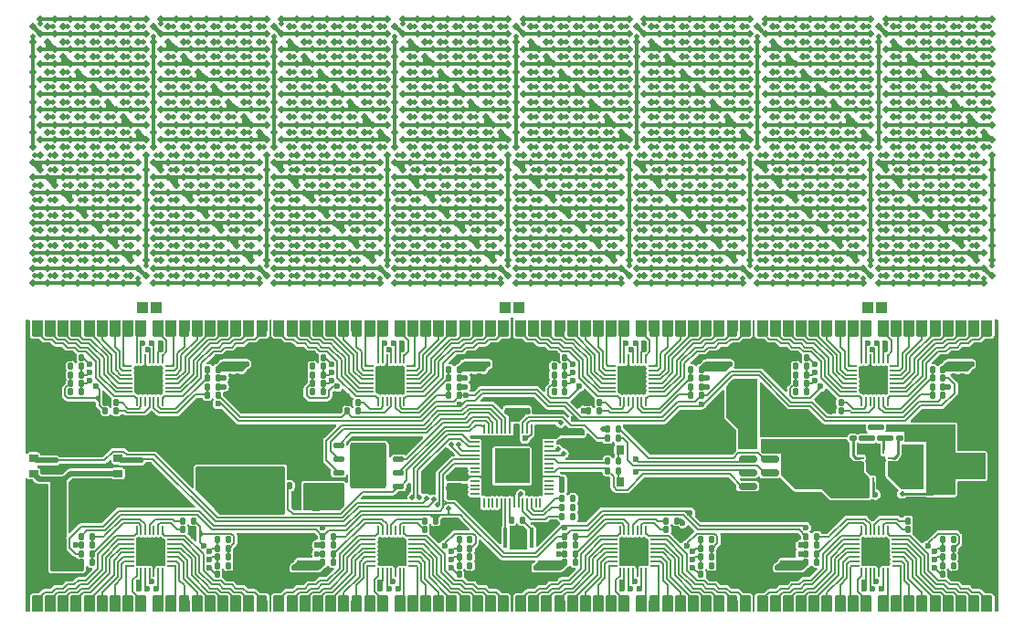
<source format=gtl>
G04 #@! TF.GenerationSoftware,KiCad,Pcbnew,(6.0.2-0)*
G04 #@! TF.CreationDate,2022-08-25T13:36:13+02:00*
G04 #@! TF.ProjectId,nixie,6e697869-652e-46b6-9963-61645f706362,rev?*
G04 #@! TF.SameCoordinates,Original*
G04 #@! TF.FileFunction,Copper,L1,Top*
G04 #@! TF.FilePolarity,Positive*
%FSLAX46Y46*%
G04 Gerber Fmt 4.6, Leading zero omitted, Abs format (unit mm)*
G04 Created by KiCad (PCBNEW (6.0.2-0)) date 2022-08-25 13:36:13*
%MOMM*%
%LPD*%
G01*
G04 APERTURE LIST*
G04 Aperture macros list*
%AMRoundRect*
0 Rectangle with rounded corners*
0 $1 Rounding radius*
0 $2 $3 $4 $5 $6 $7 $8 $9 X,Y pos of 4 corners*
0 Add a 4 corners polygon primitive as box body*
4,1,4,$2,$3,$4,$5,$6,$7,$8,$9,$2,$3,0*
0 Add four circle primitives for the rounded corners*
1,1,$1+$1,$2,$3*
1,1,$1+$1,$4,$5*
1,1,$1+$1,$6,$7*
1,1,$1+$1,$8,$9*
0 Add four rect primitives between the rounded corners*
20,1,$1+$1,$2,$3,$4,$5,0*
20,1,$1+$1,$4,$5,$6,$7,0*
20,1,$1+$1,$6,$7,$8,$9,0*
20,1,$1+$1,$8,$9,$2,$3,0*%
%AMRotRect*
0 Rectangle, with rotation*
0 The origin of the aperture is its center*
0 $1 length*
0 $2 width*
0 $3 Rotation angle, in degrees counterclockwise*
0 Add horizontal line*
21,1,$1,$2,0,0,$3*%
%AMOutline5P*
0 Free polygon, 5 corners , with rotation*
0 The origin of the aperture is its center*
0 number of corners: always 5*
0 $1 to $10 corner X, Y*
0 $11 Rotation angle, in degrees counterclockwise*
0 create outline with 5 corners*
4,1,5,$1,$2,$3,$4,$5,$6,$7,$8,$9,$10,$1,$2,$11*%
%AMOutline6P*
0 Free polygon, 6 corners , with rotation*
0 The origin of the aperture is its center*
0 number of corners: always 6*
0 $1 to $12 corner X, Y*
0 $13 Rotation angle, in degrees counterclockwise*
0 create outline with 6 corners*
4,1,6,$1,$2,$3,$4,$5,$6,$7,$8,$9,$10,$11,$12,$1,$2,$13*%
%AMOutline7P*
0 Free polygon, 7 corners , with rotation*
0 The origin of the aperture is its center*
0 number of corners: always 7*
0 $1 to $14 corner X, Y*
0 $15 Rotation angle, in degrees counterclockwise*
0 create outline with 7 corners*
4,1,7,$1,$2,$3,$4,$5,$6,$7,$8,$9,$10,$11,$12,$13,$14,$1,$2,$15*%
%AMOutline8P*
0 Free polygon, 8 corners , with rotation*
0 The origin of the aperture is its center*
0 number of corners: always 8*
0 $1 to $16 corner X, Y*
0 $17 Rotation angle, in degrees counterclockwise*
0 create outline with 8 corners*
4,1,8,$1,$2,$3,$4,$5,$6,$7,$8,$9,$10,$11,$12,$13,$14,$15,$16,$1,$2,$17*%
G04 Aperture macros list end*
G04 #@! TA.AperFunction,ComponentPad*
%ADD10R,1.000000X1.000000*%
G04 #@! TD*
G04 #@! TA.AperFunction,SMDPad,CuDef*
%ADD11RotRect,0.500000X0.500000X225.000000*%
G04 #@! TD*
G04 #@! TA.AperFunction,SMDPad,CuDef*
%ADD12RotRect,0.500000X0.500000X45.000000*%
G04 #@! TD*
G04 #@! TA.AperFunction,SMDPad,CuDef*
%ADD13RoundRect,0.125000X0.125000X0.175000X-0.125000X0.175000X-0.125000X-0.175000X0.125000X-0.175000X0*%
G04 #@! TD*
G04 #@! TA.AperFunction,SMDPad,CuDef*
%ADD14RoundRect,0.125000X-0.175000X0.125000X-0.175000X-0.125000X0.175000X-0.125000X0.175000X0.125000X0*%
G04 #@! TD*
G04 #@! TA.AperFunction,ComponentPad*
%ADD15Outline5P,-0.250000X0.150000X-0.150000X0.250000X0.250000X0.250000X0.250000X-0.250000X-0.250000X-0.250000X270.000000*%
G04 #@! TD*
G04 #@! TA.AperFunction,ComponentPad*
%ADD16Outline5P,-0.250000X0.150000X-0.150000X0.250000X0.250000X0.250000X0.250000X-0.250000X-0.250000X-0.250000X0.000000*%
G04 #@! TD*
G04 #@! TA.AperFunction,ComponentPad*
%ADD17Outline5P,-0.250000X0.150000X-0.150000X0.250000X0.250000X0.250000X0.250000X-0.250000X-0.250000X-0.250000X90.000000*%
G04 #@! TD*
G04 #@! TA.AperFunction,ComponentPad*
%ADD18Outline5P,-0.250000X0.150000X-0.150000X0.250000X0.250000X0.250000X0.250000X-0.250000X-0.250000X-0.250000X180.000000*%
G04 #@! TD*
G04 #@! TA.AperFunction,SMDPad,CuDef*
%ADD19RoundRect,0.055000X-0.055000X0.357500X-0.055000X-0.357500X0.055000X-0.357500X0.055000X0.357500X0*%
G04 #@! TD*
G04 #@! TA.AperFunction,SMDPad,CuDef*
%ADD20RoundRect,0.055000X-0.357500X-0.055000X0.357500X-0.055000X0.357500X0.055000X-0.357500X0.055000X0*%
G04 #@! TD*
G04 #@! TA.AperFunction,SMDPad,CuDef*
%ADD21RoundRect,0.055000X-0.357500X0.055000X-0.357500X-0.055000X0.357500X-0.055000X0.357500X0.055000X0*%
G04 #@! TD*
G04 #@! TA.AperFunction,SMDPad,CuDef*
%ADD22RoundRect,0.055000X-0.055000X-0.357500X0.055000X-0.357500X0.055000X0.357500X-0.055000X0.357500X0*%
G04 #@! TD*
G04 #@! TA.AperFunction,SMDPad,CuDef*
%ADD23R,2.300000X2.300000*%
G04 #@! TD*
G04 #@! TA.AperFunction,SMDPad,CuDef*
%ADD24RoundRect,0.125000X-0.125000X-0.175000X0.125000X-0.175000X0.125000X0.175000X-0.125000X0.175000X0*%
G04 #@! TD*
G04 #@! TA.AperFunction,SMDPad,CuDef*
%ADD25RoundRect,0.187500X-0.187500X-0.262500X0.187500X-0.262500X0.187500X0.262500X-0.187500X0.262500X0*%
G04 #@! TD*
G04 #@! TA.AperFunction,SMDPad,CuDef*
%ADD26RoundRect,0.125000X0.175000X-0.125000X0.175000X0.125000X-0.175000X0.125000X-0.175000X-0.125000X0*%
G04 #@! TD*
G04 #@! TA.AperFunction,SMDPad,CuDef*
%ADD27RoundRect,0.187500X0.262500X-0.187500X0.262500X0.187500X-0.262500X0.187500X-0.262500X-0.187500X0*%
G04 #@! TD*
G04 #@! TA.AperFunction,SMDPad,CuDef*
%ADD28RoundRect,0.125000X0.375000X0.125000X-0.375000X0.125000X-0.375000X-0.125000X0.375000X-0.125000X0*%
G04 #@! TD*
G04 #@! TA.AperFunction,SMDPad,CuDef*
%ADD29RoundRect,0.340000X1.360000X1.810000X-1.360000X1.810000X-1.360000X-1.810000X1.360000X-1.810000X0*%
G04 #@! TD*
G04 #@! TA.AperFunction,SMDPad,CuDef*
%ADD30RoundRect,0.150000X-0.700000X0.150000X-0.700000X-0.150000X0.700000X-0.150000X0.700000X0.150000X0*%
G04 #@! TD*
G04 #@! TA.AperFunction,SMDPad,CuDef*
%ADD31RoundRect,0.250000X-1.150000X0.250000X-1.150000X-0.250000X1.150000X-0.250000X1.150000X0.250000X0*%
G04 #@! TD*
G04 #@! TA.AperFunction,SMDPad,CuDef*
%ADD32RoundRect,0.055000X0.055000X-0.357500X0.055000X0.357500X-0.055000X0.357500X-0.055000X-0.357500X0*%
G04 #@! TD*
G04 #@! TA.AperFunction,SMDPad,CuDef*
%ADD33RoundRect,0.055000X0.357500X0.055000X-0.357500X0.055000X-0.357500X-0.055000X0.357500X-0.055000X0*%
G04 #@! TD*
G04 #@! TA.AperFunction,SMDPad,CuDef*
%ADD34RoundRect,0.055000X0.357500X-0.055000X0.357500X0.055000X-0.357500X0.055000X-0.357500X-0.055000X0*%
G04 #@! TD*
G04 #@! TA.AperFunction,SMDPad,CuDef*
%ADD35RoundRect,0.055000X0.055000X0.357500X-0.055000X0.357500X-0.055000X-0.357500X0.055000X-0.357500X0*%
G04 #@! TD*
G04 #@! TA.AperFunction,SMDPad,CuDef*
%ADD36RoundRect,0.275000X-0.275000X-1.575000X0.275000X-1.575000X0.275000X1.575000X-0.275000X1.575000X0*%
G04 #@! TD*
G04 #@! TA.AperFunction,SMDPad,CuDef*
%ADD37RoundRect,0.062500X0.350000X0.062500X-0.350000X0.062500X-0.350000X-0.062500X0.350000X-0.062500X0*%
G04 #@! TD*
G04 #@! TA.AperFunction,SMDPad,CuDef*
%ADD38RoundRect,0.062500X0.062500X0.350000X-0.062500X0.350000X-0.062500X-0.350000X0.062500X-0.350000X0*%
G04 #@! TD*
G04 #@! TA.AperFunction,SMDPad,CuDef*
%ADD39R,1.200000X1.200000*%
G04 #@! TD*
G04 #@! TA.AperFunction,SMDPad,CuDef*
%ADD40RoundRect,0.150000X0.700000X-0.150000X0.700000X0.150000X-0.700000X0.150000X-0.700000X-0.150000X0*%
G04 #@! TD*
G04 #@! TA.AperFunction,SMDPad,CuDef*
%ADD41RoundRect,0.250000X1.150000X-0.250000X1.150000X0.250000X-1.150000X0.250000X-1.150000X-0.250000X0*%
G04 #@! TD*
G04 #@! TA.AperFunction,SMDPad,CuDef*
%ADD42RoundRect,0.150000X-0.350000X-0.225000X0.350000X-0.225000X0.350000X0.225000X-0.350000X0.225000X0*%
G04 #@! TD*
G04 #@! TA.AperFunction,SMDPad,CuDef*
%ADD43RoundRect,0.050000X-0.387500X-0.050000X0.387500X-0.050000X0.387500X0.050000X-0.387500X0.050000X0*%
G04 #@! TD*
G04 #@! TA.AperFunction,SMDPad,CuDef*
%ADD44RoundRect,0.050000X-0.050000X-0.387500X0.050000X-0.387500X0.050000X0.387500X-0.050000X0.387500X0*%
G04 #@! TD*
G04 #@! TA.AperFunction,SMDPad,CuDef*
%ADD45R,3.200000X3.200000*%
G04 #@! TD*
G04 #@! TA.AperFunction,SMDPad,CuDef*
%ADD46RoundRect,0.100000X0.100000X-0.850000X0.100000X0.850000X-0.100000X0.850000X-0.100000X-0.850000X0*%
G04 #@! TD*
G04 #@! TA.AperFunction,ViaPad*
%ADD47C,0.600000*%
G04 #@! TD*
G04 #@! TA.AperFunction,ViaPad*
%ADD48C,0.500000*%
G04 #@! TD*
G04 #@! TA.AperFunction,Conductor*
%ADD49C,0.200000*%
G04 #@! TD*
G04 #@! TA.AperFunction,Conductor*
%ADD50C,0.500000*%
G04 #@! TD*
G04 #@! TA.AperFunction,Conductor*
%ADD51C,0.250000*%
G04 #@! TD*
G04 #@! TA.AperFunction,Conductor*
%ADD52C,0.300000*%
G04 #@! TD*
G04 APERTURE END LIST*
D10*
G04 #@! TO.P,,1,1*
G04 #@! TO.N,/region2/LED Driver/CA9*
X26750000Y-41900000D03*
G04 #@! TD*
G04 #@! TO.P,,1,1*
G04 #@! TO.N,/region2/LED Driver/CA9*
X25450000Y-41900000D03*
G04 #@! TD*
G04 #@! TO.P,,1,1*
G04 #@! TO.N,/region6/LED Driver/CB9*
X60350000Y-41900000D03*
G04 #@! TD*
G04 #@! TO.P,,1,1*
G04 #@! TO.N,/region6/LED Driver/CB9*
X59050000Y-41900000D03*
G04 #@! TD*
G04 #@! TO.P,,1,1*
G04 #@! TO.N,/region8/LED Driver/CA9*
X93950000Y-41900000D03*
G04 #@! TD*
G04 #@! TO.P,,1,1*
G04 #@! TO.N,/region8/LED Driver/CA9*
X92650000Y-41900000D03*
G04 #@! TD*
D11*
G04 #@! TO.P,D323,1,K*
G04 #@! TO.N,/region3/Screen/CA3*
X38353553Y-17946447D03*
G04 #@! TO.P,D323,2,A*
G04 #@! TO.N,/region3/Screen/CA1*
X37646447Y-18653553D03*
G04 #@! TD*
G04 #@! TO.P,D992,1,K*
G04 #@! TO.N,/region7/Screen/CB8*
X101353553Y-24946447D03*
G04 #@! TO.P,D992,2,A*
G04 #@! TO.N,/region7/Screen/CB6*
X100646447Y-25653553D03*
G04 #@! TD*
D12*
G04 #@! TO.P,D206,1,K*
G04 #@! TO.N,/region2/Screen/CB4*
X20846447Y-35453553D03*
G04 #@! TO.P,D206,2,A*
G04 #@! TO.N,/region2/Screen/CB5*
X21553553Y-34746447D03*
G04 #@! TD*
G04 #@! TO.P,D1138,1,K*
G04 #@! TO.N,/region8/Screen/CB8*
X82446447Y-29853553D03*
G04 #@! TO.P,D1138,2,A*
G04 #@! TO.N,/region8/Screen/CB9*
X83153553Y-29146447D03*
G04 #@! TD*
D13*
G04 #@! TO.P,R11,1*
G04 #@! TO.N,Net-(J2-Pad3)*
X69550000Y-54050000D03*
G04 #@! TO.P,R11,2*
G04 #@! TO.N,Net-(R11-Pad2)*
X68550000Y-54050000D03*
G04 #@! TD*
D11*
G04 #@! TO.P,D671,1,K*
G04 #@! TO.N,/region5/Screen/CB6*
X77553553Y-22146447D03*
G04 #@! TO.P,D671,2,A*
G04 #@! TO.N,/region5/Screen/CB5*
X76846447Y-22853553D03*
G04 #@! TD*
D14*
G04 #@! TO.P,C35,1*
G04 #@! TO.N,+3V3*
X41200000Y-66050000D03*
G04 #@! TO.P,C35,2*
G04 #@! TO.N,GND*
X41200000Y-67050000D03*
G04 #@! TD*
D12*
G04 #@! TO.P,D809,1,K*
G04 #@! TO.N,/region6/Screen/CA6*
X72646447Y-32653553D03*
G04 #@! TO.P,D809,2,A*
G04 #@! TO.N,/region6/Screen/CA8*
X73353553Y-31946447D03*
G04 #@! TD*
G04 #@! TO.P,D1153,1,K*
G04 #@! TO.N,/region8/Screen/CB9*
X83846447Y-28453553D03*
G04 #@! TO.P,D1153,2,A*
G04 #@! TO.N,/region8/Screen/CB7*
X84553553Y-27746447D03*
G04 #@! TD*
D11*
G04 #@! TO.P,D589,1,K*
G04 #@! TO.N,/region5/Screen/CB1*
X74753553Y-15146447D03*
G04 #@! TO.P,D589,2,A*
G04 #@! TO.N,/region5/Screen/CB4*
X74046447Y-15853553D03*
G04 #@! TD*
D15*
G04 #@! TO.P,CH124,1,1*
G04 #@! TO.N,/region7/LED Driver/CB7*
X101550000Y-68850000D03*
D10*
X101300000Y-69600000D03*
D16*
X101050000Y-68850000D03*
G04 #@! TD*
D11*
G04 #@! TO.P,D342,1,K*
G04 #@! TO.N,/region3/Screen/CA4*
X42553553Y-19346447D03*
G04 #@! TO.P,D342,2,A*
G04 #@! TO.N,/region3/Screen/CA5*
X41846447Y-20053553D03*
G04 #@! TD*
G04 #@! TO.P,D37,1,K*
G04 #@! TO.N,/region1/Screen/CA3*
X18753553Y-17946447D03*
G04 #@! TO.P,D37,2,A*
G04 #@! TO.N,/region1/Screen/CA4*
X18046447Y-18653553D03*
G04 #@! TD*
D12*
G04 #@! TO.P,D1066,1,K*
G04 #@! TO.N,/region8/Screen/CA4*
X93646447Y-35453553D03*
G04 #@! TO.P,D1066,2,A*
G04 #@! TO.N,/region8/Screen/CA9*
X94353553Y-34746447D03*
G04 #@! TD*
D11*
G04 #@! TO.P,D678,1,K*
G04 #@! TO.N,/region5/Screen/CA7*
X64953553Y-23546447D03*
G04 #@! TO.P,D678,2,A*
G04 #@! TO.N,/region5/Screen/CA4*
X64246447Y-24253553D03*
G04 #@! TD*
G04 #@! TO.P,D872,1,K*
G04 #@! TO.N,/region7/Screen/CA1*
X90153553Y-15146447D03*
G04 #@! TO.P,D872,2,A*
G04 #@! TO.N,/region7/Screen/CA7*
X89446447Y-15853553D03*
G04 #@! TD*
D12*
G04 #@! TO.P,D852,1,K*
G04 #@! TO.N,/region6/Screen/CA9*
X79646447Y-28453553D03*
G04 #@! TO.P,D852,2,A*
G04 #@! TO.N,/region6/Screen/CA2*
X80353553Y-27746447D03*
G04 #@! TD*
D11*
G04 #@! TO.P,D333,1,K*
G04 #@! TO.N,/region3/Screen/CB3*
X52353553Y-17946447D03*
G04 #@! TO.P,D333,2,A*
G04 #@! TO.N,/region3/Screen/CB4*
X51646447Y-18653553D03*
G04 #@! TD*
D12*
G04 #@! TO.P,D812,1,K*
G04 #@! TO.N,/region6/Screen/CB6*
X68446447Y-32653553D03*
G04 #@! TO.P,D812,2,A*
G04 #@! TO.N,/region6/Screen/CB2*
X69153553Y-31946447D03*
G04 #@! TD*
D11*
G04 #@! TO.P,D316,1,K*
G04 #@! TO.N,/region3/Screen/CB2*
X50953553Y-16546447D03*
G04 #@! TO.P,D316,2,A*
G04 #@! TO.N,/region3/Screen/CB3*
X50246447Y-17253553D03*
G04 #@! TD*
G04 #@! TO.P,D98,1,K*
G04 #@! TO.N,/region1/Screen/CB6*
X36953553Y-22146447D03*
G04 #@! TO.P,D98,2,A*
G04 #@! TO.N,/region1/Screen/CB9*
X36246447Y-22853553D03*
G04 #@! TD*
D12*
G04 #@! TO.P,D450,1,K*
G04 #@! TO.N,/region4/Screen/CB1*
X37646447Y-39653553D03*
G04 #@! TO.P,D450,2,A*
G04 #@! TO.N,/region4/Screen/CB9*
X38353553Y-38946447D03*
G04 #@! TD*
D11*
G04 #@! TO.P,D96,1,K*
G04 #@! TO.N,/region1/Screen/CB6*
X34153553Y-22146447D03*
G04 #@! TO.P,D96,2,A*
G04 #@! TO.N,/region1/Screen/CB7*
X33446447Y-22853553D03*
G04 #@! TD*
G04 #@! TO.P,D890,1,K*
G04 #@! TO.N,/region7/Screen/CA2*
X92953553Y-16546447D03*
G04 #@! TO.P,D890,2,A*
G04 #@! TO.N,/region7/Screen/CA9*
X92246447Y-17253553D03*
G04 #@! TD*
G04 #@! TO.P,D621,1,K*
G04 #@! TO.N,/region5/Screen/CB3*
X74753553Y-17946447D03*
G04 #@! TO.P,D621,2,A*
G04 #@! TO.N,/region5/Screen/CB4*
X74046447Y-18653553D03*
G04 #@! TD*
G04 #@! TO.P,D908,1,K*
G04 #@! TO.N,/region7/Screen/CB3*
X95753553Y-17946447D03*
G04 #@! TO.P,D908,2,A*
G04 #@! TO.N,/region7/Screen/CB2*
X95046447Y-18653553D03*
G04 #@! TD*
D16*
G04 #@! TO.P,CH52,1,1*
G04 #@! TO.N,/region3/LED Driver/CB7*
X56250000Y-68850000D03*
D15*
X56750000Y-68850000D03*
D10*
X56500000Y-69600000D03*
G04 #@! TD*
D12*
G04 #@! TO.P,D1037,1,K*
G04 #@! TO.N,/region8/Screen/CB2*
X89446447Y-38253553D03*
G04 #@! TO.P,D1037,2,A*
G04 #@! TO.N,/region8/Screen/CB4*
X90153553Y-37546447D03*
G04 #@! TD*
D11*
G04 #@! TO.P,D606,1,K*
G04 #@! TO.N,/region5/Screen/CB2*
X76153553Y-16546447D03*
G04 #@! TO.P,D606,2,A*
G04 #@! TO.N,/region5/Screen/CB5*
X75446447Y-17253553D03*
G04 #@! TD*
D17*
G04 #@! TO.P,CH27,1,1*
G04 #@! TO.N,/region2/LED Driver/CA9*
X26650000Y-44350000D03*
D18*
X27150000Y-44350000D03*
D10*
X26900000Y-43600000D03*
G04 #@! TD*
D12*
G04 #@! TO.P,D436,1,K*
G04 #@! TO.N,/region4/Screen/CA1*
X57246447Y-39653553D03*
G04 #@! TO.P,D436,2,A*
G04 #@! TO.N,/region4/Screen/CA3*
X57953553Y-38946447D03*
G04 #@! TD*
D11*
G04 #@! TO.P,D137,1,K*
G04 #@! TO.N,/region1/Screen/CA9*
X24353553Y-26346447D03*
G04 #@! TO.P,D137,2,A*
G04 #@! TO.N,/region1/Screen/CA7*
X23646447Y-27053553D03*
G04 #@! TD*
G04 #@! TO.P,D43,1,K*
G04 #@! TO.N,/region1/Screen/CB3*
X27153553Y-17946447D03*
G04 #@! TO.P,D43,2,A*
G04 #@! TO.N,/region1/Screen/CB1*
X26446447Y-18653553D03*
G04 #@! TD*
D19*
G04 #@! TO.P,U7,1,CA9*
G04 #@! TO.N,/region4/LED Driver/CA9*
X49700000Y-46700000D03*
G04 #@! TO.P,U7,2,VCC*
G04 #@! TO.N,+3V3*
X49300000Y-46700000D03*
G04 #@! TO.P,U7,3,SDB*
G04 #@! TO.N,Net-(R47-Pad2)*
X48900000Y-46700000D03*
G04 #@! TO.P,U7,4,INTB*
G04 #@! TO.N,Net-(R48-Pad2)*
X48500000Y-46700000D03*
G04 #@! TO.P,U7,5,GND*
G04 #@! TO.N,GND*
X48100000Y-46700000D03*
G04 #@! TO.P,U7,6,R_EXT*
G04 #@! TO.N,Net-(R56-Pad2)*
X47700000Y-46700000D03*
G04 #@! TO.P,U7,7,CB1*
G04 #@! TO.N,/region4/LED Driver/CB1*
X47300000Y-46700000D03*
D20*
G04 #@! TO.P,U7,8,CB2*
G04 #@! TO.N,/region4/LED Driver/CB2*
X46450000Y-47350000D03*
G04 #@! TO.P,U7,9,CB3*
G04 #@! TO.N,/region4/LED Driver/CB3*
X46450000Y-47750000D03*
G04 #@! TO.P,U7,10,CB4*
G04 #@! TO.N,/region4/LED Driver/CB4*
X46450000Y-48150000D03*
D21*
G04 #@! TO.P,U7,11,CB5*
G04 #@! TO.N,/region4/LED Driver/CB5*
X46462500Y-48550000D03*
G04 #@! TO.P,U7,12,CB6*
G04 #@! TO.N,/region4/LED Driver/CB6*
X46462500Y-48950000D03*
G04 #@! TO.P,U7,13,CB7*
G04 #@! TO.N,/region4/LED Driver/CB7*
X46462500Y-49350000D03*
G04 #@! TO.P,U7,14,CB8*
G04 #@! TO.N,/region4/LED Driver/CB8*
X46462500Y-49750000D03*
D22*
G04 #@! TO.P,U7,15,CB9*
G04 #@! TO.N,/region4/LED Driver/CB9*
X47300000Y-50600000D03*
G04 #@! TO.P,U7,16,C_FILT*
G04 #@! TO.N,Net-(C41-Pad1)*
X47700000Y-50600000D03*
G04 #@! TO.P,U7,17,AUDIO_IN*
G04 #@! TO.N,unconnected-(U7-Pad17)*
X48100000Y-50600000D03*
G04 #@! TO.P,U7,18,ADDR*
G04 #@! TO.N,Net-(R55-Pad2)*
X48500000Y-50600000D03*
G04 #@! TO.P,U7,19,SDA*
G04 #@! TO.N,Net-(R50-Pad2)*
X48900000Y-50600000D03*
G04 #@! TO.P,U7,20,SCL*
G04 #@! TO.N,Net-(R49-Pad2)*
X49300000Y-50600000D03*
D19*
G04 #@! TO.P,U7,21,CA1*
G04 #@! TO.N,/region4/LED Driver/CA1*
X49700000Y-50600000D03*
D20*
G04 #@! TO.P,U7,22,CA2*
G04 #@! TO.N,/region4/LED Driver/CA2*
X50350000Y-49750000D03*
G04 #@! TO.P,U7,23,CA3*
G04 #@! TO.N,/region4/LED Driver/CA3*
X50350000Y-49350000D03*
G04 #@! TO.P,U7,24,CA4*
G04 #@! TO.N,/region4/LED Driver/CA4*
X50350000Y-48950000D03*
G04 #@! TO.P,U7,25,CA5*
G04 #@! TO.N,/region4/LED Driver/CA5*
X50350000Y-48550000D03*
G04 #@! TO.P,U7,26,CA6*
G04 #@! TO.N,/region4/LED Driver/CA6*
X50350000Y-48150000D03*
G04 #@! TO.P,U7,27,CA7*
G04 #@! TO.N,/region4/LED Driver/CA7*
X50350000Y-47750000D03*
G04 #@! TO.P,U7,28,CA8*
G04 #@! TO.N,/region4/LED Driver/CA8*
X50350000Y-47350000D03*
D23*
G04 #@! TO.P,U7,29,PAD*
G04 #@! TO.N,GND*
X48500000Y-48550000D03*
G04 #@! TD*
D12*
G04 #@! TO.P,D1036,1,K*
G04 #@! TO.N,/region8/Screen/CB2*
X90846447Y-38253553D03*
G04 #@! TO.P,D1036,2,A*
G04 #@! TO.N,/region8/Screen/CB3*
X91553553Y-37546447D03*
G04 #@! TD*
G04 #@! TO.P,D725,1,K*
G04 #@! TO.N,/region6/Screen/CA1*
X78246447Y-39653553D03*
G04 #@! TO.P,D725,2,A*
G04 #@! TO.N,/region6/Screen/CA4*
X78953553Y-38946447D03*
G04 #@! TD*
D11*
G04 #@! TO.P,D423,1,K*
G04 #@! TO.N,/region3/Screen/CA9*
X43953553Y-26346447D03*
G04 #@! TO.P,D423,2,A*
G04 #@! TO.N,/region3/Screen/CA5*
X43246447Y-27053553D03*
G04 #@! TD*
G04 #@! TO.P,D139,1,K*
G04 #@! TO.N,/region1/Screen/CB9*
X27153553Y-26346447D03*
G04 #@! TO.P,D139,2,A*
G04 #@! TO.N,/region1/Screen/CB1*
X26446447Y-27053553D03*
G04 #@! TD*
D12*
G04 #@! TO.P,D191,1,K*
G04 #@! TO.N,/region2/Screen/CB3*
X19446447Y-36853553D03*
G04 #@! TO.P,D191,2,A*
G04 #@! TO.N,/region2/Screen/CB6*
X20153553Y-36146447D03*
G04 #@! TD*
D11*
G04 #@! TO.P,D661,1,K*
G04 #@! TO.N,/region5/Screen/CA6*
X63553553Y-22146447D03*
G04 #@! TO.P,D661,2,A*
G04 #@! TO.N,/region5/Screen/CA3*
X62846447Y-22853553D03*
G04 #@! TD*
D10*
G04 #@! TO.P,CH83,1,1*
G04 #@! TO.N,/region5/LED Driver/CB2*
X72900000Y-69600000D03*
D16*
X72650000Y-68850000D03*
D15*
X73150000Y-68850000D03*
G04 #@! TD*
G04 #@! TO.P,CH77,1,1*
G04 #@! TO.N,/region5/LED Driver/CA5*
X65550000Y-68850000D03*
D16*
X65050000Y-68850000D03*
D10*
X65300000Y-69600000D03*
G04 #@! TD*
D11*
G04 #@! TO.P,D74,1,K*
G04 #@! TO.N,/region1/Screen/CA5*
X25753553Y-20746447D03*
G04 #@! TO.P,D74,2,A*
G04 #@! TO.N,/region1/Screen/CA9*
X25046447Y-21453553D03*
G04 #@! TD*
G04 #@! TO.P,D351,1,K*
G04 #@! TO.N,/region3/Screen/CB4*
X55153553Y-19346447D03*
G04 #@! TO.P,D351,2,A*
G04 #@! TO.N,/region3/Screen/CB6*
X54446447Y-20053553D03*
G04 #@! TD*
D12*
G04 #@! TO.P,D189,1,K*
G04 #@! TO.N,/region2/Screen/CB3*
X22246447Y-36853553D03*
G04 #@! TO.P,D189,2,A*
G04 #@! TO.N,/region2/Screen/CB4*
X22953553Y-36146447D03*
G04 #@! TD*
D24*
G04 #@! TO.P,R47,1*
G04 #@! TO.N,+3V3*
X41200000Y-48950000D03*
G04 #@! TO.P,R47,2*
G04 #@! TO.N,Net-(R47-Pad2)*
X42200000Y-48950000D03*
G04 #@! TD*
D11*
G04 #@! TO.P,D968,1,K*
G04 #@! TO.N,/region7/Screen/CA7*
X90153553Y-23546447D03*
G04 #@! TO.P,D968,2,A*
G04 #@! TO.N,/region7/Screen/CA6*
X89446447Y-24253553D03*
G04 #@! TD*
D12*
G04 #@! TO.P,D163,1,K*
G04 #@! TO.N,/region2/Screen/CA2*
X36246447Y-38253553D03*
G04 #@! TO.P,D163,2,A*
G04 #@! TO.N,/region2/Screen/CA1*
X36953553Y-37546447D03*
G04 #@! TD*
D11*
G04 #@! TO.P,D962,1,K*
G04 #@! TO.N,/region7/Screen/CB6*
X104153553Y-22146447D03*
G04 #@! TO.P,D962,2,A*
G04 #@! TO.N,/region7/Screen/CB9*
X103446447Y-22853553D03*
G04 #@! TD*
D12*
G04 #@! TO.P,D512,1,K*
G04 #@! TO.N,/region4/Screen/CB5*
X40446447Y-34053553D03*
G04 #@! TO.P,D512,2,A*
G04 #@! TO.N,/region4/Screen/CB7*
X41153553Y-33346447D03*
G04 #@! TD*
G04 #@! TO.P,D519,1,K*
G04 #@! TO.N,/region4/Screen/CA6*
X53046447Y-32653553D03*
G04 #@! TO.P,D519,2,A*
G04 #@! TO.N,/region4/Screen/CA5*
X53753553Y-31946447D03*
G04 #@! TD*
D11*
G04 #@! TO.P,D366,1,K*
G04 #@! TO.N,/region3/Screen/CB5*
X53753553Y-20746447D03*
G04 #@! TO.P,D366,2,A*
G04 #@! TO.N,/region3/Screen/CB4*
X53046447Y-21453553D03*
G04 #@! TD*
D12*
G04 #@! TO.P,D518,1,K*
G04 #@! TO.N,/region4/Screen/CA6*
X54446447Y-32653553D03*
G04 #@! TO.P,D518,2,A*
G04 #@! TO.N,/region4/Screen/CA4*
X55153553Y-31946447D03*
G04 #@! TD*
D11*
G04 #@! TO.P,D584,1,K*
G04 #@! TO.N,/region5/Screen/CA1*
X67753553Y-15146447D03*
G04 #@! TO.P,D584,2,A*
G04 #@! TO.N,/region5/Screen/CA7*
X67046447Y-15853553D03*
G04 #@! TD*
D12*
G04 #@! TO.P,D467,1,K*
G04 #@! TO.N,/region4/Screen/CA3*
X58646447Y-36853553D03*
G04 #@! TO.P,D467,2,A*
G04 #@! TO.N,/region4/Screen/CA1*
X59353553Y-36146447D03*
G04 #@! TD*
D11*
G04 #@! TO.P,D420,1,K*
G04 #@! TO.N,/region3/Screen/CA9*
X39753553Y-26346447D03*
G04 #@! TO.P,D420,2,A*
G04 #@! TO.N,/region3/Screen/CA2*
X39046447Y-27053553D03*
G04 #@! TD*
D12*
G04 #@! TO.P,D447,1,K*
G04 #@! TO.N,/region4/Screen/CB1*
X41846447Y-39653553D03*
G04 #@! TO.P,D447,2,A*
G04 #@! TO.N,/region4/Screen/CB6*
X42553553Y-38946447D03*
G04 #@! TD*
D16*
G04 #@! TO.P,CH75,1,1*
G04 #@! TO.N,/region5/LED Driver/CA3*
X62650000Y-68850000D03*
D15*
X63150000Y-68850000D03*
D10*
X62900000Y-69600000D03*
G04 #@! TD*
D11*
G04 #@! TO.P,D410,1,K*
G04 #@! TO.N,/region3/Screen/CA8*
X48153553Y-24946447D03*
G04 #@! TO.P,D410,2,A*
G04 #@! TO.N,/region3/Screen/CA9*
X47446447Y-25653553D03*
G04 #@! TD*
G04 #@! TO.P,D412,1,K*
G04 #@! TO.N,/region3/Screen/CB8*
X50953553Y-24946447D03*
G04 #@! TO.P,D412,2,A*
G04 #@! TO.N,/region3/Screen/CB2*
X50246447Y-25653553D03*
G04 #@! TD*
D12*
G04 #@! TO.P,D1102,1,K*
G04 #@! TO.N,/region8/Screen/CB6*
X88046447Y-32653553D03*
G04 #@! TO.P,D1102,2,A*
G04 #@! TO.N,/region8/Screen/CB4*
X88753553Y-31946447D03*
G04 #@! TD*
D11*
G04 #@! TO.P,D889,1,K*
G04 #@! TO.N,/region7/Screen/CA2*
X91553553Y-16546447D03*
G04 #@! TO.P,D889,2,A*
G04 #@! TO.N,/region7/Screen/CA8*
X90846447Y-17253553D03*
G04 #@! TD*
G04 #@! TO.P,D876,1,K*
G04 #@! TO.N,/region7/Screen/CB1*
X95753553Y-15146447D03*
G04 #@! TO.P,D876,2,A*
G04 #@! TO.N,/region7/Screen/CB3*
X95046447Y-15853553D03*
G04 #@! TD*
G04 #@! TO.P,D642,1,K*
G04 #@! TO.N,/region5/Screen/CB4*
X81753553Y-19346447D03*
G04 #@! TO.P,D642,2,A*
G04 #@! TO.N,/region5/Screen/CB9*
X81046447Y-20053553D03*
G04 #@! TD*
D18*
G04 #@! TO.P,CH62,1,1*
G04 #@! TO.N,/region4/LED Driver/CA8*
X50750000Y-44350000D03*
D10*
X50500000Y-43600000D03*
D17*
X50250000Y-44350000D03*
G04 #@! TD*
D12*
G04 #@! TO.P,D742,1,K*
G04 #@! TO.N,/region6/Screen/CA2*
X76846447Y-38253553D03*
G04 #@! TO.P,D742,2,A*
G04 #@! TO.N,/region6/Screen/CA5*
X77553553Y-37546447D03*
G04 #@! TD*
D11*
G04 #@! TO.P,D675,1,K*
G04 #@! TO.N,/region5/Screen/CA7*
X60753553Y-23546447D03*
G04 #@! TO.P,D675,2,A*
G04 #@! TO.N,/region5/Screen/CA1*
X60046447Y-24253553D03*
G04 #@! TD*
D16*
G04 #@! TO.P,CH117,1,1*
G04 #@! TO.N,/region7/LED Driver/CA9*
X92250000Y-68850000D03*
D10*
X92500000Y-69600000D03*
D15*
X92750000Y-68850000D03*
G04 #@! TD*
D11*
G04 #@! TO.P,D71,1,K*
G04 #@! TO.N,/region1/Screen/CA5*
X21553553Y-20746447D03*
G04 #@! TO.P,D71,2,A*
G04 #@! TO.N,/region1/Screen/CA6*
X20846447Y-21453553D03*
G04 #@! TD*
G04 #@! TO.P,D634,1,K*
G04 #@! TO.N,/region5/Screen/CA4*
X70553553Y-19346447D03*
G04 #@! TO.P,D634,2,A*
G04 #@! TO.N,/region5/Screen/CA9*
X69846447Y-20053553D03*
G04 #@! TD*
G04 #@! TO.P,D67,1,K*
G04 #@! TO.N,/region1/Screen/CA5*
X15953553Y-20746447D03*
G04 #@! TO.P,D67,2,A*
G04 #@! TO.N,/region1/Screen/CA1*
X15246447Y-21453553D03*
G04 #@! TD*
G04 #@! TO.P,D26,1,K*
G04 #@! TO.N,/region1/Screen/CA2*
X25753553Y-16546447D03*
G04 #@! TO.P,D26,2,A*
G04 #@! TO.N,/region1/Screen/CA9*
X25046447Y-17253553D03*
G04 #@! TD*
D16*
G04 #@! TO.P,CH118,1,1*
G04 #@! TO.N,/region7/LED Driver/CB1*
X93850000Y-68850000D03*
D10*
X94100000Y-69600000D03*
D15*
X94350000Y-68850000D03*
G04 #@! TD*
D12*
G04 #@! TO.P,D462,1,K*
G04 #@! TO.N,/region4/Screen/CB2*
X43246447Y-38253553D03*
G04 #@! TO.P,D462,2,A*
G04 #@! TO.N,/region4/Screen/CB5*
X43953553Y-37546447D03*
G04 #@! TD*
D24*
G04 #@! TO.P,R54,1*
G04 #@! TO.N,/region4/LED Driver/SDB*
X41200000Y-49750000D03*
G04 #@! TO.P,R54,2*
G04 #@! TO.N,Net-(R47-Pad2)*
X42200000Y-49750000D03*
G04 #@! TD*
D12*
G04 #@! TO.P,D457,1,K*
G04 #@! TO.N,/region4/Screen/CA2*
X50246447Y-38253553D03*
G04 #@! TO.P,D457,2,A*
G04 #@! TO.N,/region4/Screen/CA8*
X50953553Y-37546447D03*
G04 #@! TD*
G04 #@! TO.P,D559,1,K*
G04 #@! TO.N,/region4/Screen/CB8*
X41846447Y-29853553D03*
G04 #@! TO.P,D559,2,A*
G04 #@! TO.N,/region4/Screen/CB5*
X42553553Y-29146447D03*
G04 #@! TD*
G04 #@! TO.P,D482,1,K*
G04 #@! TO.N,/region4/Screen/CB3*
X37646447Y-36853553D03*
G04 #@! TO.P,D482,2,A*
G04 #@! TO.N,/region4/Screen/CB9*
X38353553Y-36146447D03*
G04 #@! TD*
D11*
G04 #@! TO.P,D912,1,K*
G04 #@! TO.N,/region7/Screen/CB3*
X101353553Y-17946447D03*
G04 #@! TO.P,D912,2,A*
G04 #@! TO.N,/region7/Screen/CB7*
X100646447Y-18653553D03*
G04 #@! TD*
D12*
G04 #@! TO.P,D241,1,K*
G04 #@! TO.N,/region2/Screen/CB6*
X16646447Y-32653553D03*
G04 #@! TO.P,D241,2,A*
G04 #@! TO.N,/region2/Screen/CB8*
X17353553Y-31946447D03*
G04 #@! TD*
D24*
G04 #@! TO.P,R22,1*
G04 #@! TO.N,/I2C0-SCL*
X19750000Y-64750000D03*
G04 #@! TO.P,R22,2*
G04 #@! TO.N,Net-(R19-Pad2)*
X20750000Y-64750000D03*
G04 #@! TD*
D12*
G04 #@! TO.P,D198,1,K*
G04 #@! TO.N,/region2/Screen/CA4*
X32046447Y-35453553D03*
G04 #@! TO.P,D198,2,A*
G04 #@! TO.N,/region2/Screen/CA5*
X32753553Y-34746447D03*
G04 #@! TD*
D24*
G04 #@! TO.P,R33,1*
G04 #@! TO.N,/region2/LED Driver/INTB*
X18800000Y-47350000D03*
G04 #@! TO.P,R33,2*
G04 #@! TO.N,Net-(R28-Pad2)*
X19800000Y-47350000D03*
G04 #@! TD*
D10*
G04 #@! TO.P,CH11,1,1*
G04 #@! TO.N,/region1/LED Driver/CB2*
X28100000Y-69600000D03*
D15*
X28350000Y-68850000D03*
D16*
X27850000Y-68850000D03*
G04 #@! TD*
D12*
G04 #@! TO.P,D752,1,K*
G04 #@! TO.N,/region6/Screen/CB2*
X62846447Y-38253553D03*
G04 #@! TO.P,D752,2,A*
G04 #@! TO.N,/region6/Screen/CB7*
X63553553Y-37546447D03*
G04 #@! TD*
D11*
G04 #@! TO.P,D99,1,K*
G04 #@! TO.N,/region1/Screen/CA7*
X15953553Y-23546447D03*
G04 #@! TO.P,D99,2,A*
G04 #@! TO.N,/region1/Screen/CA1*
X15246447Y-24253553D03*
G04 #@! TD*
D12*
G04 #@! TO.P,D491,1,K*
G04 #@! TO.N,/region4/Screen/CB4*
X47446447Y-35453553D03*
G04 #@! TO.P,D491,2,A*
G04 #@! TO.N,/region4/Screen/CB1*
X48153553Y-34746447D03*
G04 #@! TD*
G04 #@! TO.P,D444,1,K*
G04 #@! TO.N,/region4/Screen/CB1*
X46046447Y-39653553D03*
G04 #@! TO.P,D444,2,A*
G04 #@! TO.N,/region4/Screen/CB3*
X46753553Y-38946447D03*
G04 #@! TD*
D17*
G04 #@! TO.P,CH36,1,1*
G04 #@! TO.N,/region2/LED Driver/CB9*
X15450000Y-44350000D03*
D10*
X15700000Y-43600000D03*
D18*
X15950000Y-44350000D03*
G04 #@! TD*
D10*
G04 #@! TO.P,CH54,1,1*
G04 #@! TO.N,/region3/LED Driver/CB9*
X58900000Y-69600000D03*
D16*
X58650000Y-68850000D03*
D15*
X59150000Y-68850000D03*
G04 #@! TD*
D11*
G04 #@! TO.P,D302,1,K*
G04 #@! TO.N,/region3/Screen/CB1*
X53753553Y-15146447D03*
G04 #@! TO.P,D302,2,A*
G04 #@! TO.N,/region3/Screen/CB5*
X53046447Y-15853553D03*
G04 #@! TD*
G04 #@! TO.P,D963,1,K*
G04 #@! TO.N,/region7/Screen/CA7*
X83153553Y-23546447D03*
G04 #@! TO.P,D963,2,A*
G04 #@! TO.N,/region7/Screen/CA1*
X82446447Y-24253553D03*
G04 #@! TD*
D12*
G04 #@! TO.P,D150,1,K*
G04 #@! TO.N,/region2/Screen/CA1*
X32046447Y-39653553D03*
G04 #@! TO.P,D150,2,A*
G04 #@! TO.N,/region2/Screen/CA5*
X32753553Y-38946447D03*
G04 #@! TD*
D11*
G04 #@! TO.P,D896,1,K*
G04 #@! TO.N,/region7/Screen/CB2*
X101353553Y-16546447D03*
G04 #@! TO.P,D896,2,A*
G04 #@! TO.N,/region7/Screen/CB7*
X100646447Y-17253553D03*
G04 #@! TD*
D25*
G04 #@! TO.P,D1,1,K*
G04 #@! TO.N,GND*
X68350000Y-58100000D03*
G04 #@! TO.P,D1,2,A*
G04 #@! TO.N,Net-(D1-Pad2)*
X69750000Y-58100000D03*
G04 #@! TD*
D11*
G04 #@! TO.P,D48,1,K*
G04 #@! TO.N,/region1/Screen/CB3*
X34153553Y-17946447D03*
G04 #@! TO.P,D48,2,A*
G04 #@! TO.N,/region1/Screen/CB7*
X33446447Y-18653553D03*
G04 #@! TD*
D12*
G04 #@! TO.P,D245,1,K*
G04 #@! TO.N,/region2/Screen/CA7*
X33446447Y-31253553D03*
G04 #@! TO.P,D245,2,A*
G04 #@! TO.N,/region2/Screen/CA3*
X34153553Y-30546447D03*
G04 #@! TD*
D10*
G04 #@! TO.P,CH84,1,1*
G04 #@! TO.N,/region5/LED Driver/CB3*
X74100000Y-69600000D03*
D15*
X74350000Y-68850000D03*
D16*
X73850000Y-68850000D03*
G04 #@! TD*
D13*
G04 #@! TO.P,R18,1*
G04 #@! TO.N,+3V3*
X33400000Y-65050000D03*
G04 #@! TO.P,R18,2*
G04 #@! TO.N,Net-(R18-Pad2)*
X32400000Y-65050000D03*
G04 #@! TD*
D11*
G04 #@! TO.P,D414,1,K*
G04 #@! TO.N,/region3/Screen/CB8*
X53753553Y-24946447D03*
G04 #@! TO.P,D414,2,A*
G04 #@! TO.N,/region3/Screen/CB4*
X53046447Y-25653553D03*
G04 #@! TD*
G04 #@! TO.P,D1003,1,K*
G04 #@! TO.N,/region7/Screen/CB9*
X94353553Y-26346447D03*
G04 #@! TO.P,D1003,2,A*
G04 #@! TO.N,/region7/Screen/CB1*
X93646447Y-27053553D03*
G04 #@! TD*
D12*
G04 #@! TO.P,D784,1,K*
G04 #@! TO.N,/region6/Screen/CB4*
X62846447Y-35453553D03*
G04 #@! TO.P,D784,2,A*
G04 #@! TO.N,/region6/Screen/CB7*
X63553553Y-34746447D03*
G04 #@! TD*
D13*
G04 #@! TO.P,R52,1*
G04 #@! TO.N,/I2C1-SCL*
X54850000Y-48450000D03*
G04 #@! TO.P,R52,2*
G04 #@! TO.N,Net-(R49-Pad2)*
X53850000Y-48450000D03*
G04 #@! TD*
D15*
G04 #@! TO.P,CH87,1,1*
G04 #@! TO.N,/region5/LED Driver/CB6*
X77950000Y-68850000D03*
D10*
X77700000Y-69600000D03*
D16*
X77450000Y-68850000D03*
G04 #@! TD*
D12*
G04 #@! TO.P,D1055,1,K*
G04 #@! TO.N,/region8/Screen/CB3*
X86646447Y-36853553D03*
G04 #@! TO.P,D1055,2,A*
G04 #@! TO.N,/region8/Screen/CB6*
X87353553Y-36146447D03*
G04 #@! TD*
G04 #@! TO.P,D1106,1,K*
G04 #@! TO.N,/region8/Screen/CB6*
X82446447Y-32653553D03*
G04 #@! TO.P,D1106,2,A*
G04 #@! TO.N,/region8/Screen/CB9*
X83153553Y-31946447D03*
G04 #@! TD*
G04 #@! TO.P,D723,1,K*
G04 #@! TO.N,/region6/Screen/CA1*
X81046447Y-39653553D03*
G04 #@! TO.P,D723,2,A*
G04 #@! TO.N,/region6/Screen/CA2*
X81753553Y-38946447D03*
G04 #@! TD*
G04 #@! TO.P,D1024,1,K*
G04 #@! TO.N,/region8/Screen/CB1*
X85246447Y-39653553D03*
G04 #@! TO.P,D1024,2,A*
G04 #@! TO.N,/region8/Screen/CB7*
X85953553Y-38946447D03*
G04 #@! TD*
D11*
G04 #@! TO.P,D82,1,K*
G04 #@! TO.N,/region1/Screen/CB5*
X36953553Y-20746447D03*
G04 #@! TO.P,D82,2,A*
G04 #@! TO.N,/region1/Screen/CB9*
X36246447Y-21453553D03*
G04 #@! TD*
G04 #@! TO.P,D948,1,K*
G04 #@! TO.N,/region7/Screen/CA6*
X84553553Y-22146447D03*
G04 #@! TO.P,D948,2,A*
G04 #@! TO.N,/region7/Screen/CA2*
X83846447Y-22853553D03*
G04 #@! TD*
G04 #@! TO.P,D922,1,K*
G04 #@! TO.N,/region7/Screen/CA4*
X92953553Y-19346447D03*
G04 #@! TO.P,D922,2,A*
G04 #@! TO.N,/region7/Screen/CA9*
X92246447Y-20053553D03*
G04 #@! TD*
D12*
G04 #@! TO.P,D1073,1,K*
G04 #@! TO.N,/region8/Screen/CB4*
X83846447Y-35453553D03*
G04 #@! TO.P,D1073,2,A*
G04 #@! TO.N,/region8/Screen/CB8*
X84553553Y-34746447D03*
G04 #@! TD*
D11*
G04 #@! TO.P,D627,1,K*
G04 #@! TO.N,/region5/Screen/CA4*
X60753553Y-19346447D03*
G04 #@! TO.P,D627,2,A*
G04 #@! TO.N,/region5/Screen/CA1*
X60046447Y-20053553D03*
G04 #@! TD*
D12*
G04 #@! TO.P,D1149,1,K*
G04 #@! TO.N,/region8/Screen/CB9*
X89446447Y-28453553D03*
G04 #@! TO.P,D1149,2,A*
G04 #@! TO.N,/region8/Screen/CB3*
X90153553Y-27746447D03*
G04 #@! TD*
G04 #@! TO.P,D556,1,K*
G04 #@! TO.N,/region4/Screen/CB8*
X46046447Y-29853553D03*
G04 #@! TO.P,D556,2,A*
G04 #@! TO.N,/region4/Screen/CB2*
X46753553Y-29146447D03*
G04 #@! TD*
D11*
G04 #@! TO.P,D888,1,K*
G04 #@! TO.N,/region7/Screen/CA2*
X90153553Y-16546447D03*
G04 #@! TO.P,D888,2,A*
G04 #@! TO.N,/region7/Screen/CA7*
X89446447Y-17253553D03*
G04 #@! TD*
D12*
G04 #@! TO.P,D226,1,K*
G04 #@! TO.N,/region2/Screen/CB5*
X15246447Y-34053553D03*
G04 #@! TO.P,D226,2,A*
G04 #@! TO.N,/region2/Screen/CB9*
X15953553Y-33346447D03*
G04 #@! TD*
G04 #@! TO.P,D818,1,K*
G04 #@! TO.N,/region6/Screen/CB6*
X60046447Y-32653553D03*
G04 #@! TO.P,D818,2,A*
G04 #@! TO.N,/region6/Screen/CB9*
X60753553Y-31946447D03*
G04 #@! TD*
D19*
G04 #@! TO.P,U9,1,CA9*
G04 #@! TO.N,/region6/LED Driver/CA9*
X72100000Y-46700000D03*
G04 #@! TO.P,U9,2,VCC*
G04 #@! TO.N,+3V3*
X71700000Y-46700000D03*
G04 #@! TO.P,U9,3,SDB*
G04 #@! TO.N,Net-(R67-Pad2)*
X71300000Y-46700000D03*
G04 #@! TO.P,U9,4,INTB*
G04 #@! TO.N,Net-(R68-Pad2)*
X70900000Y-46700000D03*
G04 #@! TO.P,U9,5,GND*
G04 #@! TO.N,GND*
X70500000Y-46700000D03*
G04 #@! TO.P,U9,6,R_EXT*
G04 #@! TO.N,Net-(R76-Pad2)*
X70100000Y-46700000D03*
G04 #@! TO.P,U9,7,CB1*
G04 #@! TO.N,/region6/LED Driver/CB1*
X69700000Y-46700000D03*
D20*
G04 #@! TO.P,U9,8,CB2*
G04 #@! TO.N,/region6/LED Driver/CB2*
X68850000Y-47350000D03*
G04 #@! TO.P,U9,9,CB3*
G04 #@! TO.N,/region6/LED Driver/CB3*
X68850000Y-47750000D03*
G04 #@! TO.P,U9,10,CB4*
G04 #@! TO.N,/region6/LED Driver/CB4*
X68850000Y-48150000D03*
D21*
G04 #@! TO.P,U9,11,CB5*
G04 #@! TO.N,/region6/LED Driver/CB5*
X68862500Y-48550000D03*
G04 #@! TO.P,U9,12,CB6*
G04 #@! TO.N,/region6/LED Driver/CB6*
X68862500Y-48950000D03*
G04 #@! TO.P,U9,13,CB7*
G04 #@! TO.N,/region6/LED Driver/CB7*
X68862500Y-49350000D03*
G04 #@! TO.P,U9,14,CB8*
G04 #@! TO.N,/region6/LED Driver/CB8*
X68862500Y-49750000D03*
D22*
G04 #@! TO.P,U9,15,CB9*
G04 #@! TO.N,/region6/LED Driver/CB9*
X69700000Y-50600000D03*
G04 #@! TO.P,U9,16,C_FILT*
G04 #@! TO.N,Net-(C49-Pad1)*
X70100000Y-50600000D03*
G04 #@! TO.P,U9,17,AUDIO_IN*
G04 #@! TO.N,unconnected-(U9-Pad17)*
X70500000Y-50600000D03*
G04 #@! TO.P,U9,18,ADDR*
G04 #@! TO.N,Net-(R75-Pad2)*
X70900000Y-50600000D03*
G04 #@! TO.P,U9,19,SDA*
G04 #@! TO.N,Net-(R70-Pad2)*
X71300000Y-50600000D03*
G04 #@! TO.P,U9,20,SCL*
G04 #@! TO.N,Net-(R69-Pad2)*
X71700000Y-50600000D03*
D19*
G04 #@! TO.P,U9,21,CA1*
G04 #@! TO.N,/region6/LED Driver/CA1*
X72100000Y-50600000D03*
D20*
G04 #@! TO.P,U9,22,CA2*
G04 #@! TO.N,/region6/LED Driver/CA2*
X72750000Y-49750000D03*
G04 #@! TO.P,U9,23,CA3*
G04 #@! TO.N,/region6/LED Driver/CA3*
X72750000Y-49350000D03*
G04 #@! TO.P,U9,24,CA4*
G04 #@! TO.N,/region6/LED Driver/CA4*
X72750000Y-48950000D03*
G04 #@! TO.P,U9,25,CA5*
G04 #@! TO.N,/region6/LED Driver/CA5*
X72750000Y-48550000D03*
G04 #@! TO.P,U9,26,CA6*
G04 #@! TO.N,/region6/LED Driver/CA6*
X72750000Y-48150000D03*
G04 #@! TO.P,U9,27,CA7*
G04 #@! TO.N,/region6/LED Driver/CA7*
X72750000Y-47750000D03*
G04 #@! TO.P,U9,28,CA8*
G04 #@! TO.N,/region6/LED Driver/CA8*
X72750000Y-47350000D03*
D23*
G04 #@! TO.P,U9,29,PAD*
G04 #@! TO.N,GND*
X70900000Y-48550000D03*
G04 #@! TD*
D12*
G04 #@! TO.P,D488,1,K*
G04 #@! TO.N,/region4/Screen/CA4*
X51646447Y-35453553D03*
G04 #@! TO.P,D488,2,A*
G04 #@! TO.N,/region4/Screen/CA7*
X52353553Y-34746447D03*
G04 #@! TD*
G04 #@! TO.P,D728,1,K*
G04 #@! TO.N,/region6/Screen/CA1*
X74046447Y-39653553D03*
G04 #@! TO.P,D728,2,A*
G04 #@! TO.N,/region6/Screen/CA7*
X74753553Y-38946447D03*
G04 #@! TD*
G04 #@! TO.P,D1028,1,K*
G04 #@! TO.N,/region8/Screen/CA2*
X102046447Y-38253553D03*
G04 #@! TO.P,D1028,2,A*
G04 #@! TO.N,/region8/Screen/CA3*
X102753553Y-37546447D03*
G04 #@! TD*
G04 #@! TO.P,D746,1,K*
G04 #@! TO.N,/region6/Screen/CA2*
X71246447Y-38253553D03*
G04 #@! TO.P,D746,2,A*
G04 #@! TO.N,/region6/Screen/CA9*
X71953553Y-37546447D03*
G04 #@! TD*
D11*
G04 #@! TO.P,D125,1,K*
G04 #@! TO.N,/region1/Screen/CB8*
X29953553Y-24946447D03*
G04 #@! TO.P,D125,2,A*
G04 #@! TO.N,/region1/Screen/CB3*
X29246447Y-25653553D03*
G04 #@! TD*
G04 #@! TO.P,D925,1,K*
G04 #@! TO.N,/region7/Screen/CB4*
X97153553Y-19346447D03*
G04 #@! TO.P,D925,2,A*
G04 #@! TO.N,/region7/Screen/CB3*
X96446447Y-20053553D03*
G04 #@! TD*
D14*
G04 #@! TO.P,C52,1*
G04 #@! TO.N,+3V3*
X84400000Y-66050000D03*
G04 #@! TO.P,C52,2*
G04 #@! TO.N,GND*
X84400000Y-67050000D03*
G04 #@! TD*
D12*
G04 #@! TO.P,D242,1,K*
G04 #@! TO.N,/region2/Screen/CB6*
X15246447Y-32653553D03*
G04 #@! TO.P,D242,2,A*
G04 #@! TO.N,/region2/Screen/CB9*
X15953553Y-31946447D03*
G04 #@! TD*
D17*
G04 #@! TO.P,CH107,1,1*
G04 #@! TO.N,/region6/LED Driver/CB8*
X61450000Y-44350000D03*
D10*
X61700000Y-43600000D03*
D18*
X61950000Y-44350000D03*
G04 #@! TD*
D11*
G04 #@! TO.P,D378,1,K*
G04 #@! TO.N,/region3/Screen/CA6*
X48153553Y-22146447D03*
G04 #@! TO.P,D378,2,A*
G04 #@! TO.N,/region3/Screen/CA9*
X47446447Y-22853553D03*
G04 #@! TD*
D12*
G04 #@! TO.P,D153,1,K*
G04 #@! TO.N,/region2/Screen/CA1*
X27846447Y-39653553D03*
G04 #@! TO.P,D153,2,A*
G04 #@! TO.N,/region2/Screen/CA8*
X28553553Y-38946447D03*
G04 #@! TD*
D11*
G04 #@! TO.P,D718,1,K*
G04 #@! TO.N,/region5/Screen/CB9*
X76153553Y-26346447D03*
G04 #@! TO.P,D718,2,A*
G04 #@! TO.N,/region5/Screen/CB4*
X75446447Y-27053553D03*
G04 #@! TD*
G04 #@! TO.P,D996,1,K*
G04 #@! TO.N,/region7/Screen/CA9*
X84553553Y-26346447D03*
G04 #@! TO.P,D996,2,A*
G04 #@! TO.N,/region7/Screen/CA2*
X83846447Y-27053553D03*
G04 #@! TD*
D12*
G04 #@! TO.P,D194,1,K*
G04 #@! TO.N,/region2/Screen/CB3*
X15246447Y-36853553D03*
G04 #@! TO.P,D194,2,A*
G04 #@! TO.N,/region2/Screen/CB9*
X15953553Y-36146447D03*
G04 #@! TD*
G04 #@! TO.P,D1076,1,K*
G04 #@! TO.N,/region8/Screen/CA5*
X102046447Y-34053553D03*
G04 #@! TO.P,D1076,2,A*
G04 #@! TO.N,/region8/Screen/CA2*
X102753553Y-33346447D03*
G04 #@! TD*
D10*
G04 #@! TO.P,CH40,1,1*
G04 #@! TO.N,/region3/LED Driver/CA4*
X41700000Y-69600000D03*
D15*
X41950000Y-68850000D03*
D16*
X41450000Y-68850000D03*
G04 #@! TD*
D11*
G04 #@! TO.P,D999,1,K*
G04 #@! TO.N,/region7/Screen/CA9*
X88753553Y-26346447D03*
G04 #@! TO.P,D999,2,A*
G04 #@! TO.N,/region7/Screen/CA5*
X88046447Y-27053553D03*
G04 #@! TD*
G04 #@! TO.P,D614,1,K*
G04 #@! TO.N,/region5/Screen/CA3*
X64953553Y-17946447D03*
G04 #@! TO.P,D614,2,A*
G04 #@! TO.N,/region5/Screen/CA5*
X64246447Y-18653553D03*
G04 #@! TD*
D12*
G04 #@! TO.P,D174,1,K*
G04 #@! TO.N,/region2/Screen/CB2*
X20846447Y-38253553D03*
G04 #@! TO.P,D174,2,A*
G04 #@! TO.N,/region2/Screen/CB5*
X21553553Y-37546447D03*
G04 #@! TD*
D16*
G04 #@! TO.P,CH81,1,1*
G04 #@! TO.N,/region5/LED Driver/CA9*
X69850000Y-68850000D03*
D10*
X70100000Y-69600000D03*
D15*
X70350000Y-68850000D03*
G04 #@! TD*
D18*
G04 #@! TO.P,CH132,1,1*
G04 #@! TO.N,/region8/LED Driver/CA6*
X97950000Y-44350000D03*
D17*
X97450000Y-44350000D03*
D10*
X97700000Y-43600000D03*
G04 #@! TD*
G04 #@! TO.P,CH122,1,1*
G04 #@! TO.N,/region7/LED Driver/CB5*
X98900000Y-69600000D03*
D15*
X99150000Y-68850000D03*
D16*
X98650000Y-68850000D03*
G04 #@! TD*
D13*
G04 #@! TO.P,R72,1*
G04 #@! TO.N,/I2C1-SCL*
X77250000Y-48450000D03*
G04 #@! TO.P,R72,2*
G04 #@! TO.N,Net-(R69-Pad2)*
X76250000Y-48450000D03*
G04 #@! TD*
D10*
G04 #@! TO.P,CH37,1,1*
G04 #@! TO.N,/region3/LED Driver/CA1*
X38100000Y-69600000D03*
D15*
X38350000Y-68850000D03*
D16*
X37850000Y-68850000D03*
G04 #@! TD*
D11*
G04 #@! TO.P,D95,1,K*
G04 #@! TO.N,/region1/Screen/CB6*
X32753553Y-22146447D03*
G04 #@! TO.P,D95,2,A*
G04 #@! TO.N,/region1/Screen/CB5*
X32046447Y-22853553D03*
G04 #@! TD*
G04 #@! TO.P,D910,1,K*
G04 #@! TO.N,/region7/Screen/CB3*
X98553553Y-17946447D03*
G04 #@! TO.P,D910,2,A*
G04 #@! TO.N,/region7/Screen/CB5*
X97846447Y-18653553D03*
G04 #@! TD*
G04 #@! TO.P,D427,1,K*
G04 #@! TO.N,/region3/Screen/CB9*
X49553553Y-26346447D03*
G04 #@! TO.P,D427,2,A*
G04 #@! TO.N,/region3/Screen/CB1*
X48846447Y-27053553D03*
G04 #@! TD*
D12*
G04 #@! TO.P,D1022,1,K*
G04 #@! TO.N,/region8/Screen/CB1*
X88046447Y-39653553D03*
G04 #@! TO.P,D1022,2,A*
G04 #@! TO.N,/region8/Screen/CB5*
X88753553Y-38946447D03*
G04 #@! TD*
G04 #@! TO.P,D529,1,K*
G04 #@! TO.N,/region4/Screen/CB6*
X39046447Y-32653553D03*
G04 #@! TO.P,D529,2,A*
G04 #@! TO.N,/region4/Screen/CB8*
X39753553Y-31946447D03*
G04 #@! TD*
G04 #@! TO.P,D562,1,K*
G04 #@! TO.N,/region4/Screen/CB8*
X37646447Y-29853553D03*
G04 #@! TO.P,D562,2,A*
G04 #@! TO.N,/region4/Screen/CB9*
X38353553Y-29146447D03*
G04 #@! TD*
D26*
G04 #@! TO.P,C39,1*
G04 #@! TO.N,+3V3*
X56600000Y-47150000D03*
G04 #@! TO.P,C39,2*
G04 #@! TO.N,GND*
X56600000Y-46150000D03*
G04 #@! TD*
D11*
G04 #@! TO.P,D592,1,K*
G04 #@! TO.N,/region5/Screen/CB1*
X78953553Y-15146447D03*
G04 #@! TO.P,D592,2,A*
G04 #@! TO.N,/region5/Screen/CB7*
X78246447Y-15853553D03*
G04 #@! TD*
D12*
G04 #@! TO.P,D855,1,K*
G04 #@! TO.N,/region6/Screen/CA9*
X75446447Y-28453553D03*
G04 #@! TO.P,D855,2,A*
G04 #@! TO.N,/region6/Screen/CA5*
X76153553Y-27746447D03*
G04 #@! TD*
D11*
G04 #@! TO.P,D657,1,K*
G04 #@! TO.N,/region5/Screen/CB5*
X80353553Y-20746447D03*
G04 #@! TO.P,D657,2,A*
G04 #@! TO.N,/region5/Screen/CB8*
X79646447Y-21453553D03*
G04 #@! TD*
D12*
G04 #@! TO.P,D202,1,K*
G04 #@! TO.N,/region2/Screen/CA4*
X26446447Y-35453553D03*
G04 #@! TO.P,D202,2,A*
G04 #@! TO.N,/region2/Screen/CA9*
X27153553Y-34746447D03*
G04 #@! TD*
D11*
G04 #@! TO.P,D320,1,K*
G04 #@! TO.N,/region3/Screen/CB2*
X56553553Y-16546447D03*
G04 #@! TO.P,D320,2,A*
G04 #@! TO.N,/region3/Screen/CB7*
X55846447Y-17253553D03*
G04 #@! TD*
D18*
G04 #@! TO.P,CH28,1,1*
G04 #@! TO.N,/region2/LED Driver/CB1*
X25550000Y-44350000D03*
D10*
X25300000Y-43600000D03*
D17*
X25050000Y-44350000D03*
G04 #@! TD*
D11*
G04 #@! TO.P,D594,1,K*
G04 #@! TO.N,/region5/Screen/CB1*
X81753553Y-15146447D03*
G04 #@! TO.P,D594,2,A*
G04 #@! TO.N,/region5/Screen/CB9*
X81046447Y-15853553D03*
G04 #@! TD*
D12*
G04 #@! TO.P,D766,1,K*
G04 #@! TO.N,/region6/Screen/CB3*
X65646447Y-36853553D03*
G04 #@! TO.P,D766,2,A*
G04 #@! TO.N,/region6/Screen/CB5*
X66353553Y-36146447D03*
G04 #@! TD*
G04 #@! TO.P,D442,1,K*
G04 #@! TO.N,/region4/Screen/CA1*
X48846447Y-39653553D03*
G04 #@! TO.P,D442,2,A*
G04 #@! TO.N,/region4/Screen/CA9*
X49553553Y-38946447D03*
G04 #@! TD*
D24*
G04 #@! TO.P,R34,1*
G04 #@! TO.N,/region2/LED Driver/SDB*
X18800000Y-49750000D03*
G04 #@! TO.P,R34,2*
G04 #@! TO.N,Net-(R27-Pad2)*
X19800000Y-49750000D03*
G04 #@! TD*
D12*
G04 #@! TO.P,D266,1,K*
G04 #@! TO.N,/region2/Screen/CA8*
X26446447Y-29853553D03*
G04 #@! TO.P,D266,2,A*
G04 #@! TO.N,/region2/Screen/CA9*
X27153553Y-29146447D03*
G04 #@! TD*
D11*
G04 #@! TO.P,D580,1,K*
G04 #@! TO.N,/region5/Screen/CA1*
X62153553Y-15146447D03*
G04 #@! TO.P,D580,2,A*
G04 #@! TO.N,/region5/Screen/CA3*
X61446447Y-15853553D03*
G04 #@! TD*
D14*
G04 #@! TO.P,C50,1*
G04 #@! TO.N,+3V3*
X85200000Y-66050000D03*
G04 #@! TO.P,C50,2*
G04 #@! TO.N,GND*
X85200000Y-67050000D03*
G04 #@! TD*
D16*
G04 #@! TO.P,CH48,1,1*
G04 #@! TO.N,/region3/LED Driver/CB3*
X51450000Y-68850000D03*
D15*
X51950000Y-68850000D03*
D10*
X51700000Y-69600000D03*
G04 #@! TD*
D11*
G04 #@! TO.P,D617,1,K*
G04 #@! TO.N,/region5/Screen/CA3*
X69153553Y-17946447D03*
G04 #@! TO.P,D617,2,A*
G04 #@! TO.N,/region5/Screen/CA8*
X68446447Y-18653553D03*
G04 #@! TD*
D12*
G04 #@! TO.P,D1051,1,K*
G04 #@! TO.N,/region8/Screen/CB3*
X92246447Y-36853553D03*
G04 #@! TO.P,D1051,2,A*
G04 #@! TO.N,/region8/Screen/CB1*
X92953553Y-36146447D03*
G04 #@! TD*
D11*
G04 #@! TO.P,D108,1,K*
G04 #@! TO.N,/region1/Screen/CB7*
X28553553Y-23546447D03*
G04 #@! TO.P,D108,2,A*
G04 #@! TO.N,/region1/Screen/CB2*
X27846447Y-24253553D03*
G04 #@! TD*
G04 #@! TO.P,D141,1,K*
G04 #@! TO.N,/region1/Screen/CB9*
X29953553Y-26346447D03*
G04 #@! TO.P,D141,2,A*
G04 #@! TO.N,/region1/Screen/CB3*
X29246447Y-27053553D03*
G04 #@! TD*
D12*
G04 #@! TO.P,D229,1,K*
G04 #@! TO.N,/region2/Screen/CA6*
X33446447Y-32653553D03*
G04 #@! TO.P,D229,2,A*
G04 #@! TO.N,/region2/Screen/CA3*
X34153553Y-31946447D03*
G04 #@! TD*
D11*
G04 #@! TO.P,D111,1,K*
G04 #@! TO.N,/region1/Screen/CB7*
X32753553Y-23546447D03*
G04 #@! TO.P,D111,2,A*
G04 #@! TO.N,/region1/Screen/CB5*
X32046447Y-24253553D03*
G04 #@! TD*
D12*
G04 #@! TO.P,D767,1,K*
G04 #@! TO.N,/region6/Screen/CB3*
X64246447Y-36853553D03*
G04 #@! TO.P,D767,2,A*
G04 #@! TO.N,/region6/Screen/CB6*
X64953553Y-36146447D03*
G04 #@! TD*
D11*
G04 #@! TO.P,D624,1,K*
G04 #@! TO.N,/region5/Screen/CB3*
X78953553Y-17946447D03*
G04 #@! TO.P,D624,2,A*
G04 #@! TO.N,/region5/Screen/CB7*
X78246447Y-18653553D03*
G04 #@! TD*
G04 #@! TO.P,D142,1,K*
G04 #@! TO.N,/region1/Screen/CB9*
X31353553Y-26346447D03*
G04 #@! TO.P,D142,2,A*
G04 #@! TO.N,/region1/Screen/CB4*
X30646447Y-27053553D03*
G04 #@! TD*
D12*
G04 #@! TO.P,D272,1,K*
G04 #@! TO.N,/region2/Screen/CB8*
X18046447Y-29853553D03*
G04 #@! TO.P,D272,2,A*
G04 #@! TO.N,/region2/Screen/CB6*
X18753553Y-29146447D03*
G04 #@! TD*
D13*
G04 #@! TO.P,R91,1*
G04 #@! TO.N,/I2C1-SDA*
X99650000Y-50050000D03*
G04 #@! TO.P,R91,2*
G04 #@! TO.N,Net-(R90-Pad2)*
X98650000Y-50050000D03*
G04 #@! TD*
D11*
G04 #@! TO.P,D873,1,K*
G04 #@! TO.N,/region7/Screen/CA1*
X91553553Y-15146447D03*
G04 #@! TO.P,D873,2,A*
G04 #@! TO.N,/region7/Screen/CA8*
X90846447Y-15853553D03*
G04 #@! TD*
D12*
G04 #@! TO.P,D748,1,K*
G04 #@! TO.N,/region6/Screen/CB2*
X68446447Y-38253553D03*
G04 #@! TO.P,D748,2,A*
G04 #@! TO.N,/region6/Screen/CB3*
X69153553Y-37546447D03*
G04 #@! TD*
G04 #@! TO.P,D1075,1,K*
G04 #@! TO.N,/region8/Screen/CA5*
X103446447Y-34053553D03*
G04 #@! TO.P,D1075,2,A*
G04 #@! TO.N,/region8/Screen/CA1*
X104153553Y-33346447D03*
G04 #@! TD*
G04 #@! TO.P,D829,1,K*
G04 #@! TO.N,/region6/Screen/CB7*
X67046447Y-31253553D03*
G04 #@! TO.P,D829,2,A*
G04 #@! TO.N,/region6/Screen/CB3*
X67753553Y-30546447D03*
G04 #@! TD*
G04 #@! TO.P,D446,1,K*
G04 #@! TO.N,/region4/Screen/CB1*
X43246447Y-39653553D03*
G04 #@! TO.P,D446,2,A*
G04 #@! TO.N,/region4/Screen/CB5*
X43953553Y-38946447D03*
G04 #@! TD*
G04 #@! TO.P,D565,1,K*
G04 #@! TO.N,/region4/Screen/CA9*
X55846447Y-28453553D03*
G04 #@! TO.P,D565,2,A*
G04 #@! TO.N,/region4/Screen/CA3*
X56553553Y-27746447D03*
G04 #@! TD*
G04 #@! TO.P,D466,1,K*
G04 #@! TO.N,/region4/Screen/CB2*
X37646447Y-38253553D03*
G04 #@! TO.P,D466,2,A*
G04 #@! TO.N,/region4/Screen/CB9*
X38353553Y-37546447D03*
G04 #@! TD*
G04 #@! TO.P,D1152,1,K*
G04 #@! TO.N,/region8/Screen/CB9*
X85246447Y-28453553D03*
G04 #@! TO.P,D1152,2,A*
G04 #@! TO.N,/region8/Screen/CB6*
X85953553Y-27746447D03*
G04 #@! TD*
G04 #@! TO.P,D500,1,K*
G04 #@! TO.N,/region4/Screen/CA5*
X57246447Y-34053553D03*
G04 #@! TO.P,D500,2,A*
G04 #@! TO.N,/region4/Screen/CA2*
X57953553Y-33346447D03*
G04 #@! TD*
D11*
G04 #@! TO.P,D30,1,K*
G04 #@! TO.N,/region1/Screen/CB2*
X31353553Y-16546447D03*
G04 #@! TO.P,D30,2,A*
G04 #@! TO.N,/region1/Screen/CB5*
X30646447Y-17253553D03*
G04 #@! TD*
D13*
G04 #@! TO.P,R77,1*
G04 #@! TO.N,+3V3*
X100600000Y-64250000D03*
G04 #@! TO.P,R77,2*
G04 #@! TO.N,Net-(R77-Pad2)*
X99600000Y-64250000D03*
G04 #@! TD*
D12*
G04 #@! TO.P,D255,1,K*
G04 #@! TO.N,/region2/Screen/CB7*
X19446447Y-31253553D03*
G04 #@! TO.P,D255,2,A*
G04 #@! TO.N,/region2/Screen/CB5*
X20153553Y-30546447D03*
G04 #@! TD*
D11*
G04 #@! TO.P,D660,1,K*
G04 #@! TO.N,/region5/Screen/CA6*
X62153553Y-22146447D03*
G04 #@! TO.P,D660,2,A*
G04 #@! TO.N,/region5/Screen/CA2*
X61446447Y-22853553D03*
G04 #@! TD*
G04 #@! TO.P,D885,1,K*
G04 #@! TO.N,/region7/Screen/CA2*
X85953553Y-16546447D03*
G04 #@! TO.P,D885,2,A*
G04 #@! TO.N,/region7/Screen/CA4*
X85246447Y-17253553D03*
G04 #@! TD*
D12*
G04 #@! TO.P,D154,1,K*
G04 #@! TO.N,/region2/Screen/CA1*
X26446447Y-39653553D03*
G04 #@! TO.P,D154,2,A*
G04 #@! TO.N,/region2/Screen/CA9*
X27153553Y-38946447D03*
G04 #@! TD*
D11*
G04 #@! TO.P,D105,1,K*
G04 #@! TO.N,/region1/Screen/CA7*
X24353553Y-23546447D03*
G04 #@! TO.P,D105,2,A*
G04 #@! TO.N,/region1/Screen/CA8*
X23646447Y-24253553D03*
G04 #@! TD*
D26*
G04 #@! TO.P,C22,1*
G04 #@! TO.N,+3V3*
X41550000Y-58500000D03*
G04 #@! TO.P,C22,2*
G04 #@! TO.N,GND*
X41550000Y-57500000D03*
G04 #@! TD*
D12*
G04 #@! TO.P,D155,1,K*
G04 #@! TO.N,/region2/Screen/CB1*
X25046447Y-39653553D03*
G04 #@! TO.P,D155,2,A*
G04 #@! TO.N,/region2/Screen/CB2*
X25753553Y-38946447D03*
G04 #@! TD*
G04 #@! TO.P,D1052,1,K*
G04 #@! TO.N,/region8/Screen/CB3*
X90846447Y-36853553D03*
G04 #@! TO.P,D1052,2,A*
G04 #@! TO.N,/region8/Screen/CB2*
X91553553Y-36146447D03*
G04 #@! TD*
D11*
G04 #@! TO.P,D666,1,K*
G04 #@! TO.N,/region5/Screen/CA6*
X70553553Y-22146447D03*
G04 #@! TO.P,D666,2,A*
G04 #@! TO.N,/region5/Screen/CA9*
X69846447Y-22853553D03*
G04 #@! TD*
G04 #@! TO.P,D679,1,K*
G04 #@! TO.N,/region5/Screen/CA7*
X66353553Y-23546447D03*
G04 #@! TO.P,D679,2,A*
G04 #@! TO.N,/region5/Screen/CA5*
X65646447Y-24253553D03*
G04 #@! TD*
D17*
G04 #@! TO.P,CH105,1,1*
G04 #@! TO.N,/region6/LED Driver/CB6*
X63850000Y-44350000D03*
D18*
X64350000Y-44350000D03*
D10*
X64100000Y-43600000D03*
G04 #@! TD*
D11*
G04 #@! TO.P,D41,1,K*
G04 #@! TO.N,/region1/Screen/CA3*
X24353553Y-17946447D03*
G04 #@! TO.P,D41,2,A*
G04 #@! TO.N,/region1/Screen/CA8*
X23646447Y-18653553D03*
G04 #@! TD*
G04 #@! TO.P,D887,1,K*
G04 #@! TO.N,/region7/Screen/CA2*
X88753553Y-16546447D03*
G04 #@! TO.P,D887,2,A*
G04 #@! TO.N,/region7/Screen/CA6*
X88046447Y-17253553D03*
G04 #@! TD*
D12*
G04 #@! TO.P,D267,1,K*
G04 #@! TO.N,/region2/Screen/CB8*
X25046447Y-29853553D03*
G04 #@! TO.P,D267,2,A*
G04 #@! TO.N,/region2/Screen/CB1*
X25753553Y-29146447D03*
G04 #@! TD*
G04 #@! TO.P,D806,1,K*
G04 #@! TO.N,/region6/Screen/CA6*
X76846447Y-32653553D03*
G04 #@! TO.P,D806,2,A*
G04 #@! TO.N,/region6/Screen/CA4*
X77553553Y-31946447D03*
G04 #@! TD*
G04 #@! TO.P,D783,1,K*
G04 #@! TO.N,/region6/Screen/CB4*
X64246447Y-35453553D03*
G04 #@! TO.P,D783,2,A*
G04 #@! TO.N,/region6/Screen/CB6*
X64953553Y-34746447D03*
G04 #@! TD*
D13*
G04 #@! TO.P,R89,1*
G04 #@! TO.N,+3V3*
X99650000Y-47650000D03*
G04 #@! TO.P,R89,2*
G04 #@! TO.N,Net-(R89-Pad2)*
X98650000Y-47650000D03*
G04 #@! TD*
D12*
G04 #@! TO.P,D793,1,K*
G04 #@! TO.N,/region6/Screen/CA5*
X72646447Y-34053553D03*
G04 #@! TO.P,D793,2,A*
G04 #@! TO.N,/region6/Screen/CA8*
X73353553Y-33346447D03*
G04 #@! TD*
D11*
G04 #@! TO.P,D703,1,K*
G04 #@! TO.N,/region5/Screen/CB8*
X77553553Y-24946447D03*
G04 #@! TO.P,D703,2,A*
G04 #@! TO.N,/region5/Screen/CB5*
X76846447Y-25653553D03*
G04 #@! TD*
G04 #@! TO.P,D318,1,K*
G04 #@! TO.N,/region3/Screen/CB2*
X53753553Y-16546447D03*
G04 #@! TO.P,D318,2,A*
G04 #@! TO.N,/region3/Screen/CB5*
X53046447Y-17253553D03*
G04 #@! TD*
D10*
G04 #@! TO.P,CH131,1,1*
G04 #@! TO.N,/region8/LED Driver/CA5*
X98900000Y-43600000D03*
D18*
X99150000Y-44350000D03*
D17*
X98650000Y-44350000D03*
G04 #@! TD*
D11*
G04 #@! TO.P,D15,1,K*
G04 #@! TO.N,/region1/Screen/CB1*
X32753553Y-15146447D03*
G04 #@! TO.P,D15,2,A*
G04 #@! TO.N,/region1/Screen/CB6*
X32046447Y-15853553D03*
G04 #@! TD*
G04 #@! TO.P,D995,1,K*
G04 #@! TO.N,/region7/Screen/CA9*
X83153553Y-26346447D03*
G04 #@! TO.P,D995,2,A*
G04 #@! TO.N,/region7/Screen/CA1*
X82446447Y-27053553D03*
G04 #@! TD*
D12*
G04 #@! TO.P,D758,1,K*
G04 #@! TO.N,/region6/Screen/CA3*
X76846447Y-36853553D03*
G04 #@! TO.P,D758,2,A*
G04 #@! TO.N,/region6/Screen/CA5*
X77553553Y-36146447D03*
G04 #@! TD*
G04 #@! TO.P,D523,1,K*
G04 #@! TO.N,/region4/Screen/CB6*
X47446447Y-32653553D03*
G04 #@! TO.P,D523,2,A*
G04 #@! TO.N,/region4/Screen/CB1*
X48153553Y-31946447D03*
G04 #@! TD*
G04 #@! TO.P,D280,1,K*
G04 #@! TO.N,/region2/Screen/CA9*
X29246447Y-28453553D03*
G04 #@! TO.P,D280,2,A*
G04 #@! TO.N,/region2/Screen/CA6*
X29953553Y-27746447D03*
G04 #@! TD*
G04 #@! TO.P,D1140,1,K*
G04 #@! TO.N,/region8/Screen/CA9*
X102046447Y-28453553D03*
G04 #@! TO.P,D1140,2,A*
G04 #@! TO.N,/region8/Screen/CA2*
X102753553Y-27746447D03*
G04 #@! TD*
D13*
G04 #@! TO.P,R8,1*
G04 #@! TO.N,unconnected-(R8-Pad1)*
X65350000Y-60450000D03*
G04 #@! TO.P,R8,2*
G04 #@! TO.N,Net-(R8-Pad2)*
X64350000Y-60450000D03*
G04 #@! TD*
D12*
G04 #@! TO.P,D244,1,K*
G04 #@! TO.N,/region2/Screen/CA7*
X34846447Y-31253553D03*
G04 #@! TO.P,D244,2,A*
G04 #@! TO.N,/region2/Screen/CA2*
X35553553Y-30546447D03*
G04 #@! TD*
D11*
G04 #@! TO.P,D319,1,K*
G04 #@! TO.N,/region3/Screen/CB2*
X55153553Y-16546447D03*
G04 #@! TO.P,D319,2,A*
G04 #@! TO.N,/region3/Screen/CB6*
X54446447Y-17253553D03*
G04 #@! TD*
D12*
G04 #@! TO.P,D1146,1,K*
G04 #@! TO.N,/region8/Screen/CA9*
X93646447Y-28453553D03*
G04 #@! TO.P,D1146,2,A*
G04 #@! TO.N,/region8/Screen/CA8*
X94353553Y-27746447D03*
G04 #@! TD*
G04 #@! TO.P,D178,1,K*
G04 #@! TO.N,/region2/Screen/CB2*
X15246447Y-38253553D03*
G04 #@! TO.P,D178,2,A*
G04 #@! TO.N,/region2/Screen/CB9*
X15953553Y-37546447D03*
G04 #@! TD*
G04 #@! TO.P,D186,1,K*
G04 #@! TO.N,/region2/Screen/CA3*
X26446447Y-36853553D03*
G04 #@! TO.P,D186,2,A*
G04 #@! TO.N,/region2/Screen/CA9*
X27153553Y-36146447D03*
G04 #@! TD*
D11*
G04 #@! TO.P,D354,1,K*
G04 #@! TO.N,/region3/Screen/CB4*
X59353553Y-19346447D03*
G04 #@! TO.P,D354,2,A*
G04 #@! TO.N,/region3/Screen/CB9*
X58646447Y-20053553D03*
G04 #@! TD*
G04 #@! TO.P,D338,1,K*
G04 #@! TO.N,/region3/Screen/CB3*
X59353553Y-17946447D03*
G04 #@! TO.P,D338,2,A*
G04 #@! TO.N,/region3/Screen/CB9*
X58646447Y-18653553D03*
G04 #@! TD*
D12*
G04 #@! TO.P,D555,1,K*
G04 #@! TO.N,/region4/Screen/CB8*
X47446447Y-29853553D03*
G04 #@! TO.P,D555,2,A*
G04 #@! TO.N,/region4/Screen/CB1*
X48153553Y-29146447D03*
G04 #@! TD*
G04 #@! TO.P,D485,1,K*
G04 #@! TO.N,/region4/Screen/CA4*
X55846447Y-35453553D03*
G04 #@! TO.P,D485,2,A*
G04 #@! TO.N,/region4/Screen/CA3*
X56553553Y-34746447D03*
G04 #@! TD*
G04 #@! TO.P,D768,1,K*
G04 #@! TO.N,/region6/Screen/CB3*
X62846447Y-36853553D03*
G04 #@! TO.P,D768,2,A*
G04 #@! TO.N,/region6/Screen/CB7*
X63553553Y-36146447D03*
G04 #@! TD*
G04 #@! TO.P,D790,1,K*
G04 #@! TO.N,/region6/Screen/CA5*
X76846447Y-34053553D03*
G04 #@! TO.P,D790,2,A*
G04 #@! TO.N,/region6/Screen/CA4*
X77553553Y-33346447D03*
G04 #@! TD*
D11*
G04 #@! TO.P,D882,1,K*
G04 #@! TO.N,/region7/Screen/CB1*
X104153553Y-15146447D03*
G04 #@! TO.P,D882,2,A*
G04 #@! TO.N,/region7/Screen/CB9*
X103446447Y-15853553D03*
G04 #@! TD*
G04 #@! TO.P,D314,1,K*
G04 #@! TO.N,/region3/Screen/CA2*
X48153553Y-16546447D03*
G04 #@! TO.P,D314,2,A*
G04 #@! TO.N,/region3/Screen/CA9*
X47446447Y-17253553D03*
G04 #@! TD*
D12*
G04 #@! TO.P,D508,1,K*
G04 #@! TO.N,/region4/Screen/CB5*
X46046447Y-34053553D03*
G04 #@! TO.P,D508,2,A*
G04 #@! TO.N,/region4/Screen/CB2*
X46753553Y-33346447D03*
G04 #@! TD*
G04 #@! TO.P,D184,1,K*
G04 #@! TO.N,/region2/Screen/CA3*
X29246447Y-36853553D03*
G04 #@! TO.P,D184,2,A*
G04 #@! TO.N,/region2/Screen/CA7*
X29953553Y-36146447D03*
G04 #@! TD*
D11*
G04 #@! TO.P,D88,1,K*
G04 #@! TO.N,/region1/Screen/CA6*
X22953553Y-22146447D03*
G04 #@! TO.P,D88,2,A*
G04 #@! TO.N,/region1/Screen/CA7*
X22246447Y-22853553D03*
G04 #@! TD*
D26*
G04 #@! TO.P,C54,1*
G04 #@! TO.N,+3V3*
X101400000Y-47150000D03*
G04 #@! TO.P,C54,2*
G04 #@! TO.N,GND*
X101400000Y-46150000D03*
G04 #@! TD*
D12*
G04 #@! TO.P,D1016,1,K*
G04 #@! TO.N,/region8/Screen/CA1*
X96446447Y-39653553D03*
G04 #@! TO.P,D1016,2,A*
G04 #@! TO.N,/region8/Screen/CA7*
X97153553Y-38946447D03*
G04 #@! TD*
D11*
G04 #@! TO.P,D600,1,K*
G04 #@! TO.N,/region5/Screen/CA2*
X67753553Y-16546447D03*
G04 #@! TO.P,D600,2,A*
G04 #@! TO.N,/region5/Screen/CA7*
X67046447Y-17253553D03*
G04 #@! TD*
D12*
G04 #@! TO.P,D786,1,K*
G04 #@! TO.N,/region6/Screen/CB4*
X60046447Y-35453553D03*
G04 #@! TO.P,D786,2,A*
G04 #@! TO.N,/region6/Screen/CB9*
X60753553Y-34746447D03*
G04 #@! TD*
D11*
G04 #@! TO.P,D607,1,K*
G04 #@! TO.N,/region5/Screen/CB2*
X77553553Y-16546447D03*
G04 #@! TO.P,D607,2,A*
G04 #@! TO.N,/region5/Screen/CB6*
X76846447Y-17253553D03*
G04 #@! TD*
G04 #@! TO.P,D676,1,K*
G04 #@! TO.N,/region5/Screen/CA7*
X62153553Y-23546447D03*
G04 #@! TO.P,D676,2,A*
G04 #@! TO.N,/region5/Screen/CA2*
X61446447Y-24253553D03*
G04 #@! TD*
D12*
G04 #@! TO.P,D792,1,K*
G04 #@! TO.N,/region6/Screen/CA5*
X74046447Y-34053553D03*
G04 #@! TO.P,D792,2,A*
G04 #@! TO.N,/region6/Screen/CA7*
X74753553Y-33346447D03*
G04 #@! TD*
G04 #@! TO.P,D552,1,K*
G04 #@! TO.N,/region4/Screen/CA8*
X51646447Y-29853553D03*
G04 #@! TO.P,D552,2,A*
G04 #@! TO.N,/region4/Screen/CA6*
X52353553Y-29146447D03*
G04 #@! TD*
G04 #@! TO.P,D1103,1,K*
G04 #@! TO.N,/region8/Screen/CB6*
X86646447Y-32653553D03*
G04 #@! TO.P,D1103,2,A*
G04 #@! TO.N,/region8/Screen/CB5*
X87353553Y-31946447D03*
G04 #@! TD*
D26*
G04 #@! TO.P,C40,1*
G04 #@! TO.N,+3V3*
X57400000Y-47150000D03*
G04 #@! TO.P,C40,2*
G04 #@! TO.N,GND*
X57400000Y-46150000D03*
G04 #@! TD*
D11*
G04 #@! TO.P,D983,1,K*
G04 #@! TO.N,/region7/Screen/CA8*
X88753553Y-24946447D03*
G04 #@! TO.P,D983,2,A*
G04 #@! TO.N,/region7/Screen/CA5*
X88046447Y-25653553D03*
G04 #@! TD*
D12*
G04 #@! TO.P,D286,1,K*
G04 #@! TO.N,/region2/Screen/CB9*
X20846447Y-28453553D03*
G04 #@! TO.P,D286,2,A*
G04 #@! TO.N,/region2/Screen/CB4*
X21553553Y-27746447D03*
G04 #@! TD*
G04 #@! TO.P,D197,1,K*
G04 #@! TO.N,/region2/Screen/CA4*
X33446447Y-35453553D03*
G04 #@! TO.P,D197,2,A*
G04 #@! TO.N,/region2/Screen/CA3*
X34153553Y-34746447D03*
G04 #@! TD*
D11*
G04 #@! TO.P,D669,1,K*
G04 #@! TO.N,/region5/Screen/CB6*
X74753553Y-22146447D03*
G04 #@! TO.P,D669,2,A*
G04 #@! TO.N,/region5/Screen/CB3*
X74046447Y-22853553D03*
G04 #@! TD*
D12*
G04 #@! TO.P,D1014,1,K*
G04 #@! TO.N,/region8/Screen/CA1*
X99246447Y-39653553D03*
G04 #@! TO.P,D1014,2,A*
G04 #@! TO.N,/region8/Screen/CA5*
X99953553Y-38946447D03*
G04 #@! TD*
D24*
G04 #@! TO.P,R56,1*
G04 #@! TO.N,GND*
X41200000Y-46550000D03*
G04 #@! TO.P,R56,2*
G04 #@! TO.N,Net-(R56-Pad2)*
X42200000Y-46550000D03*
G04 #@! TD*
D11*
G04 #@! TO.P,D317,1,K*
G04 #@! TO.N,/region3/Screen/CB2*
X52353553Y-16546447D03*
G04 #@! TO.P,D317,2,A*
G04 #@! TO.N,/region3/Screen/CB4*
X51646447Y-17253553D03*
G04 #@! TD*
D12*
G04 #@! TO.P,D277,1,K*
G04 #@! TO.N,/region2/Screen/CA9*
X33446447Y-28453553D03*
G04 #@! TO.P,D277,2,A*
G04 #@! TO.N,/region2/Screen/CA3*
X34153553Y-27746447D03*
G04 #@! TD*
G04 #@! TO.P,D860,1,K*
G04 #@! TO.N,/region6/Screen/CB9*
X68446447Y-28453553D03*
G04 #@! TO.P,D860,2,A*
G04 #@! TO.N,/region6/Screen/CB2*
X69153553Y-27746447D03*
G04 #@! TD*
D11*
G04 #@! TO.P,D1006,1,K*
G04 #@! TO.N,/region7/Screen/CB9*
X98553553Y-26346447D03*
G04 #@! TO.P,D1006,2,A*
G04 #@! TO.N,/region7/Screen/CB4*
X97846447Y-27053553D03*
G04 #@! TD*
D12*
G04 #@! TO.P,D1126,1,K*
G04 #@! TO.N,/region8/Screen/CA8*
X99246447Y-29853553D03*
G04 #@! TO.P,D1126,2,A*
G04 #@! TO.N,/region8/Screen/CA4*
X99953553Y-29146447D03*
G04 #@! TD*
G04 #@! TO.P,D474,1,K*
G04 #@! TO.N,/region4/Screen/CA3*
X48846447Y-36853553D03*
G04 #@! TO.P,D474,2,A*
G04 #@! TO.N,/region4/Screen/CA9*
X49553553Y-36146447D03*
G04 #@! TD*
G04 #@! TO.P,D542,1,K*
G04 #@! TO.N,/region4/Screen/CB7*
X43246447Y-31253553D03*
G04 #@! TO.P,D542,2,A*
G04 #@! TO.N,/region4/Screen/CB4*
X43953553Y-30546447D03*
G04 #@! TD*
G04 #@! TO.P,D1154,1,K*
G04 #@! TO.N,/region8/Screen/CB9*
X82446447Y-28453553D03*
G04 #@! TO.P,D1154,2,A*
G04 #@! TO.N,/region8/Screen/CB8*
X83153553Y-27746447D03*
G04 #@! TD*
G04 #@! TO.P,D455,1,K*
G04 #@! TO.N,/region4/Screen/CA2*
X53046447Y-38253553D03*
G04 #@! TO.P,D455,2,A*
G04 #@! TO.N,/region4/Screen/CA6*
X53753553Y-37546447D03*
G04 #@! TD*
D13*
G04 #@! TO.P,R45,1*
G04 #@! TO.N,/I2C0-SDA*
X52600000Y-61700000D03*
G04 #@! TO.P,R45,2*
G04 #@! TO.N,Net-(R45-Pad2)*
X51600000Y-61700000D03*
G04 #@! TD*
D12*
G04 #@! TO.P,D1019,1,K*
G04 #@! TO.N,/region8/Screen/CB1*
X92246447Y-39653553D03*
G04 #@! TO.P,D1019,2,A*
G04 #@! TO.N,/region8/Screen/CB2*
X92953553Y-38946447D03*
G04 #@! TD*
D14*
G04 #@! TO.P,R2,1*
G04 #@! TO.N,+3V3*
X94700000Y-53050000D03*
G04 #@! TO.P,R2,2*
G04 #@! TO.N,Net-(R2-Pad2)*
X94700000Y-54050000D03*
G04 #@! TD*
D11*
G04 #@! TO.P,D937,1,K*
G04 #@! TO.N,/region7/Screen/CA5*
X91553553Y-20746447D03*
G04 #@! TO.P,D937,2,A*
G04 #@! TO.N,/region7/Screen/CA8*
X90846447Y-21453553D03*
G04 #@! TD*
G04 #@! TO.P,D392,1,K*
G04 #@! TO.N,/region3/Screen/CA7*
X45353553Y-23546447D03*
G04 #@! TO.P,D392,2,A*
G04 #@! TO.N,/region3/Screen/CA6*
X44646447Y-24253553D03*
G04 #@! TD*
D10*
G04 #@! TO.P,CH57,1,1*
G04 #@! TO.N,/region4/LED Driver/CA3*
X56500000Y-43600000D03*
D17*
X56250000Y-44350000D03*
D18*
X56750000Y-44350000D03*
G04 #@! TD*
D11*
G04 #@! TO.P,D114,1,K*
G04 #@! TO.N,/region1/Screen/CB7*
X36953553Y-23546447D03*
G04 #@! TO.P,D114,2,A*
G04 #@! TO.N,/region1/Screen/CB9*
X36246447Y-24253553D03*
G04 #@! TD*
D12*
G04 #@! TO.P,D853,1,K*
G04 #@! TO.N,/region6/Screen/CA9*
X78246447Y-28453553D03*
G04 #@! TO.P,D853,2,A*
G04 #@! TO.N,/region6/Screen/CA3*
X78953553Y-27746447D03*
G04 #@! TD*
G04 #@! TO.P,D285,1,K*
G04 #@! TO.N,/region2/Screen/CB9*
X22246447Y-28453553D03*
G04 #@! TO.P,D285,2,A*
G04 #@! TO.N,/region2/Screen/CB3*
X22953553Y-27746447D03*
G04 #@! TD*
G04 #@! TO.P,D1054,1,K*
G04 #@! TO.N,/region8/Screen/CB3*
X88046447Y-36853553D03*
G04 #@! TO.P,D1054,2,A*
G04 #@! TO.N,/region8/Screen/CB5*
X88753553Y-36146447D03*
G04 #@! TD*
D11*
G04 #@! TO.P,D368,1,K*
G04 #@! TO.N,/region3/Screen/CB5*
X56553553Y-20746447D03*
G04 #@! TO.P,D368,2,A*
G04 #@! TO.N,/region3/Screen/CB7*
X55846447Y-21453553D03*
G04 #@! TD*
D13*
G04 #@! TO.P,R44,1*
G04 #@! TO.N,/region3/LED Driver/SDB*
X55800000Y-63450000D03*
G04 #@! TO.P,R44,2*
G04 #@! TO.N,Net-(R37-Pad2)*
X54800000Y-63450000D03*
G04 #@! TD*
D12*
G04 #@! TO.P,D797,1,K*
G04 #@! TO.N,/region6/Screen/CB5*
X67046447Y-34053553D03*
G04 #@! TO.P,D797,2,A*
G04 #@! TO.N,/region6/Screen/CB3*
X67753553Y-33346447D03*
G04 #@! TD*
D10*
G04 #@! TO.P,CH98,1,1*
G04 #@! TO.N,/region6/LED Driver/CA8*
X72900000Y-43600000D03*
D17*
X72650000Y-44350000D03*
D18*
X73150000Y-44350000D03*
G04 #@! TD*
D10*
G04 #@! TO.P,CH73,1,1*
G04 #@! TO.N,/region5/LED Driver/CA1*
X60500000Y-69600000D03*
D15*
X60750000Y-68850000D03*
D16*
X60250000Y-68850000D03*
G04 #@! TD*
D10*
G04 #@! TO.P,CH92,1,1*
G04 #@! TO.N,/region6/LED Driver/CA2*
X80100000Y-43600000D03*
D18*
X80350000Y-44350000D03*
D17*
X79850000Y-44350000D03*
G04 #@! TD*
D12*
G04 #@! TO.P,D727,1,K*
G04 #@! TO.N,/region6/Screen/CA1*
X75446447Y-39653553D03*
G04 #@! TO.P,D727,2,A*
G04 #@! TO.N,/region6/Screen/CA6*
X76153553Y-38946447D03*
G04 #@! TD*
G04 #@! TO.P,D265,1,K*
G04 #@! TO.N,/region2/Screen/CA8*
X27846447Y-29853553D03*
G04 #@! TO.P,D265,2,A*
G04 #@! TO.N,/region2/Screen/CA7*
X28553553Y-29146447D03*
G04 #@! TD*
D11*
G04 #@! TO.P,D358,1,K*
G04 #@! TO.N,/region3/Screen/CA5*
X42553553Y-20746447D03*
G04 #@! TO.P,D358,2,A*
G04 #@! TO.N,/region3/Screen/CA4*
X41846447Y-21453553D03*
G04 #@! TD*
G04 #@! TO.P,D61,1,K*
G04 #@! TO.N,/region1/Screen/CB4*
X29953553Y-19346447D03*
G04 #@! TO.P,D61,2,A*
G04 #@! TO.N,/region1/Screen/CB3*
X29246447Y-20053553D03*
G04 #@! TD*
D10*
G04 #@! TO.P,CH31,1,1*
G04 #@! TO.N,/region2/LED Driver/CB4*
X21700000Y-43600000D03*
D17*
X21450000Y-44350000D03*
D18*
X21950000Y-44350000D03*
G04 #@! TD*
D11*
G04 #@! TO.P,D124,1,K*
G04 #@! TO.N,/region1/Screen/CB8*
X28553553Y-24946447D03*
G04 #@! TO.P,D124,2,A*
G04 #@! TO.N,/region1/Screen/CB2*
X27846447Y-25653553D03*
G04 #@! TD*
D24*
G04 #@! TO.P,R88,1*
G04 #@! TO.N,+3V3*
X86000000Y-48150000D03*
G04 #@! TO.P,R88,2*
G04 #@! TO.N,Net-(R88-Pad2)*
X87000000Y-48150000D03*
G04 #@! TD*
D11*
G04 #@! TO.P,D371,1,K*
G04 #@! TO.N,/region3/Screen/CA6*
X38353553Y-22146447D03*
G04 #@! TO.P,D371,2,A*
G04 #@! TO.N,/region3/Screen/CA1*
X37646447Y-22853553D03*
G04 #@! TD*
D14*
G04 #@! TO.P,C36,1*
G04 #@! TO.N,+3V3*
X39600000Y-66050000D03*
G04 #@! TO.P,C36,2*
G04 #@! TO.N,GND*
X39600000Y-67050000D03*
G04 #@! TD*
D11*
G04 #@! TO.P,D898,1,K*
G04 #@! TO.N,/region7/Screen/CB2*
X104153553Y-16546447D03*
G04 #@! TO.P,D898,2,A*
G04 #@! TO.N,/region7/Screen/CB9*
X103446447Y-17253553D03*
G04 #@! TD*
G04 #@! TO.P,D721,1,K*
G04 #@! TO.N,/region5/Screen/CB9*
X80353553Y-26346447D03*
G04 #@! TO.P,D721,2,A*
G04 #@! TO.N,/region5/Screen/CB7*
X79646447Y-27053553D03*
G04 #@! TD*
D12*
G04 #@! TO.P,D1057,1,K*
G04 #@! TO.N,/region8/Screen/CB3*
X83846447Y-36853553D03*
G04 #@! TO.P,D1057,2,A*
G04 #@! TO.N,/region8/Screen/CB8*
X84553553Y-36146447D03*
G04 #@! TD*
G04 #@! TO.P,D200,1,K*
G04 #@! TO.N,/region2/Screen/CA4*
X29246447Y-35453553D03*
G04 #@! TO.P,D200,2,A*
G04 #@! TO.N,/region2/Screen/CA7*
X29953553Y-34746447D03*
G04 #@! TD*
G04 #@! TO.P,D230,1,K*
G04 #@! TO.N,/region2/Screen/CA6*
X32046447Y-32653553D03*
G04 #@! TO.P,D230,2,A*
G04 #@! TO.N,/region2/Screen/CA4*
X32753553Y-31946447D03*
G04 #@! TD*
G04 #@! TO.P,D268,1,K*
G04 #@! TO.N,/region2/Screen/CB8*
X23646447Y-29853553D03*
G04 #@! TO.P,D268,2,A*
G04 #@! TO.N,/region2/Screen/CB2*
X24353553Y-29146447D03*
G04 #@! TD*
D11*
G04 #@! TO.P,D585,1,K*
G04 #@! TO.N,/region5/Screen/CA1*
X69153553Y-15146447D03*
G04 #@! TO.P,D585,2,A*
G04 #@! TO.N,/region5/Screen/CA8*
X68446447Y-15853553D03*
G04 #@! TD*
D12*
G04 #@! TO.P,D862,1,K*
G04 #@! TO.N,/region6/Screen/CB9*
X65646447Y-28453553D03*
G04 #@! TO.P,D862,2,A*
G04 #@! TO.N,/region6/Screen/CB4*
X66353553Y-27746447D03*
G04 #@! TD*
G04 #@! TO.P,D801,1,K*
G04 #@! TO.N,/region6/Screen/CB5*
X61446447Y-34053553D03*
G04 #@! TO.P,D801,2,A*
G04 #@! TO.N,/region6/Screen/CB8*
X62153553Y-33346447D03*
G04 #@! TD*
D11*
G04 #@! TO.P,D998,1,K*
G04 #@! TO.N,/region7/Screen/CA9*
X87353553Y-26346447D03*
G04 #@! TO.P,D998,2,A*
G04 #@! TO.N,/region7/Screen/CA4*
X86646447Y-27053553D03*
G04 #@! TD*
G04 #@! TO.P,D93,1,K*
G04 #@! TO.N,/region1/Screen/CB6*
X29953553Y-22146447D03*
G04 #@! TO.P,D93,2,A*
G04 #@! TO.N,/region1/Screen/CB3*
X29246447Y-22853553D03*
G04 #@! TD*
D12*
G04 #@! TO.P,D554,1,K*
G04 #@! TO.N,/region4/Screen/CA8*
X48846447Y-29853553D03*
G04 #@! TO.P,D554,2,A*
G04 #@! TO.N,/region4/Screen/CA9*
X49553553Y-29146447D03*
G04 #@! TD*
D11*
G04 #@! TO.P,D428,1,K*
G04 #@! TO.N,/region3/Screen/CB9*
X50953553Y-26346447D03*
G04 #@! TO.P,D428,2,A*
G04 #@! TO.N,/region3/Screen/CB2*
X50246447Y-27053553D03*
G04 #@! TD*
D12*
G04 #@! TO.P,D811,1,K*
G04 #@! TO.N,/region6/Screen/CB6*
X69846447Y-32653553D03*
G04 #@! TO.P,D811,2,A*
G04 #@! TO.N,/region6/Screen/CB1*
X70553553Y-31946447D03*
G04 #@! TD*
D15*
G04 #@! TO.P,CH38,1,1*
G04 #@! TO.N,/region3/LED Driver/CA2*
X39550000Y-68850000D03*
D10*
X39300000Y-69600000D03*
D16*
X39050000Y-68850000D03*
G04 #@! TD*
D10*
G04 #@! TO.P,CH103,1,1*
G04 #@! TO.N,/region6/LED Driver/CB4*
X66500000Y-43600000D03*
D17*
X66250000Y-44350000D03*
D18*
X66750000Y-44350000D03*
G04 #@! TD*
D12*
G04 #@! TO.P,D493,1,K*
G04 #@! TO.N,/region4/Screen/CB4*
X44646447Y-35453553D03*
G04 #@! TO.P,D493,2,A*
G04 #@! TO.N,/region4/Screen/CB3*
X45353553Y-34746447D03*
G04 #@! TD*
D13*
G04 #@! TO.P,R25,1*
G04 #@! TO.N,+3V3*
X30200000Y-61700000D03*
G04 #@! TO.P,R25,2*
G04 #@! TO.N,Net-(R25-Pad2)*
X29200000Y-61700000D03*
G04 #@! TD*
D12*
G04 #@! TO.P,D549,1,K*
G04 #@! TO.N,/region4/Screen/CA8*
X55846447Y-29853553D03*
G04 #@! TO.P,D549,2,A*
G04 #@! TO.N,/region4/Screen/CA3*
X56553553Y-29146447D03*
G04 #@! TD*
G04 #@! TO.P,D775,1,K*
G04 #@! TO.N,/region6/Screen/CA4*
X75446447Y-35453553D03*
G04 #@! TO.P,D775,2,A*
G04 #@! TO.N,/region6/Screen/CA6*
X76153553Y-34746447D03*
G04 #@! TD*
D11*
G04 #@! TO.P,D106,1,K*
G04 #@! TO.N,/region1/Screen/CA7*
X25753553Y-23546447D03*
G04 #@! TO.P,D106,2,A*
G04 #@! TO.N,/region1/Screen/CA9*
X25046447Y-24253553D03*
G04 #@! TD*
D12*
G04 #@! TO.P,D180,1,K*
G04 #@! TO.N,/region2/Screen/CA3*
X34846447Y-36853553D03*
G04 #@! TO.P,D180,2,A*
G04 #@! TO.N,/region2/Screen/CA2*
X35553553Y-36146447D03*
G04 #@! TD*
D24*
G04 #@! TO.P,R73,1*
G04 #@! TO.N,/region6/LED Driver/INTB*
X63600000Y-47350000D03*
G04 #@! TO.P,R73,2*
G04 #@! TO.N,Net-(R68-Pad2)*
X64600000Y-47350000D03*
G04 #@! TD*
D10*
G04 #@! TO.P,CH106,1,1*
G04 #@! TO.N,/region6/LED Driver/CB7*
X62900000Y-43600000D03*
D18*
X63150000Y-44350000D03*
D17*
X62650000Y-44350000D03*
G04 #@! TD*
D16*
G04 #@! TO.P,CH5,1,1*
G04 #@! TO.N,/region1/LED Driver/CA5*
X20250000Y-68850000D03*
D10*
X20500000Y-69600000D03*
D15*
X20750000Y-68850000D03*
G04 #@! TD*
D11*
G04 #@! TO.P,D315,1,K*
G04 #@! TO.N,/region3/Screen/CB2*
X49553553Y-16546447D03*
G04 #@! TO.P,D315,2,A*
G04 #@! TO.N,/region3/Screen/CB1*
X48846447Y-17253553D03*
G04 #@! TD*
G04 #@! TO.P,D598,1,K*
G04 #@! TO.N,/region5/Screen/CA2*
X64953553Y-16546447D03*
G04 #@! TO.P,D598,2,A*
G04 #@! TO.N,/region5/Screen/CA5*
X64246447Y-17253553D03*
G04 #@! TD*
D10*
G04 #@! TO.P,CH82,1,1*
G04 #@! TO.N,/region5/LED Driver/CB1*
X71700000Y-69600000D03*
D15*
X71950000Y-68850000D03*
D16*
X71450000Y-68850000D03*
G04 #@! TD*
D12*
G04 #@! TO.P,D1131,1,K*
G04 #@! TO.N,/region8/Screen/CB8*
X92246447Y-29853553D03*
G04 #@! TO.P,D1131,2,A*
G04 #@! TO.N,/region8/Screen/CB1*
X92953553Y-29146447D03*
G04 #@! TD*
D11*
G04 #@! TO.P,D662,1,K*
G04 #@! TO.N,/region5/Screen/CA6*
X64953553Y-22146447D03*
G04 #@! TO.P,D662,2,A*
G04 #@! TO.N,/region5/Screen/CA4*
X64246447Y-22853553D03*
G04 #@! TD*
G04 #@! TO.P,D722,1,K*
G04 #@! TO.N,/region5/Screen/CB9*
X81753553Y-26346447D03*
G04 #@! TO.P,D722,2,A*
G04 #@! TO.N,/region5/Screen/CB8*
X81046447Y-27053553D03*
G04 #@! TD*
G04 #@! TO.P,D345,1,K*
G04 #@! TO.N,/region3/Screen/CA4*
X46753553Y-19346447D03*
G04 #@! TO.P,D345,2,A*
G04 #@! TO.N,/region3/Screen/CA8*
X46046447Y-20053553D03*
G04 #@! TD*
G04 #@! TO.P,D976,1,K*
G04 #@! TO.N,/region7/Screen/CB7*
X101353553Y-23546447D03*
G04 #@! TO.P,D976,2,A*
G04 #@! TO.N,/region7/Screen/CB6*
X100646447Y-24253553D03*
G04 #@! TD*
D12*
G04 #@! TO.P,D861,1,K*
G04 #@! TO.N,/region6/Screen/CB9*
X67046447Y-28453553D03*
G04 #@! TO.P,D861,2,A*
G04 #@! TO.N,/region6/Screen/CB3*
X67753553Y-27746447D03*
G04 #@! TD*
D10*
G04 #@! TO.P,CH9,1,1*
G04 #@! TO.N,/region1/LED Driver/CA9*
X25300000Y-69600000D03*
D15*
X25550000Y-68850000D03*
D16*
X25050000Y-68850000D03*
G04 #@! TD*
D27*
G04 #@! TO.P,S2,1*
G04 #@! TO.N,+3V3*
X15350000Y-57300000D03*
G04 #@! TO.P,S2,2*
G04 #@! TO.N,/LightSense2*
X15350000Y-55900000D03*
G04 #@! TD*
D11*
G04 #@! TO.P,D700,1,K*
G04 #@! TO.N,/region5/Screen/CB8*
X73353553Y-24946447D03*
G04 #@! TO.P,D700,2,A*
G04 #@! TO.N,/region5/Screen/CB2*
X72646447Y-25653553D03*
G04 #@! TD*
D12*
G04 #@! TO.P,D749,1,K*
G04 #@! TO.N,/region6/Screen/CB2*
X67046447Y-38253553D03*
G04 #@! TO.P,D749,2,A*
G04 #@! TO.N,/region6/Screen/CB4*
X67753553Y-37546447D03*
G04 #@! TD*
D11*
G04 #@! TO.P,D101,1,K*
G04 #@! TO.N,/region1/Screen/CA7*
X18753553Y-23546447D03*
G04 #@! TO.P,D101,2,A*
G04 #@! TO.N,/region1/Screen/CA3*
X18046447Y-24253553D03*
G04 #@! TD*
D12*
G04 #@! TO.P,D780,1,K*
G04 #@! TO.N,/region6/Screen/CB4*
X68446447Y-35453553D03*
G04 #@! TO.P,D780,2,A*
G04 #@! TO.N,/region6/Screen/CB2*
X69153553Y-34746447D03*
G04 #@! TD*
G04 #@! TO.P,D506,1,K*
G04 #@! TO.N,/region4/Screen/CA5*
X48846447Y-34053553D03*
G04 #@! TO.P,D506,2,A*
G04 #@! TO.N,/region4/Screen/CA9*
X49553553Y-33346447D03*
G04 #@! TD*
G04 #@! TO.P,D840,1,K*
G04 #@! TO.N,/region6/Screen/CA8*
X74046447Y-29853553D03*
G04 #@! TO.P,D840,2,A*
G04 #@! TO.N,/region6/Screen/CA6*
X74753553Y-29146447D03*
G04 #@! TD*
D11*
G04 #@! TO.P,D353,1,K*
G04 #@! TO.N,/region3/Screen/CB4*
X57953553Y-19346447D03*
G04 #@! TO.P,D353,2,A*
G04 #@! TO.N,/region3/Screen/CB8*
X57246447Y-20053553D03*
G04 #@! TD*
G04 #@! TO.P,D311,1,K*
G04 #@! TO.N,/region3/Screen/CA2*
X43953553Y-16546447D03*
G04 #@! TO.P,D311,2,A*
G04 #@! TO.N,/region3/Screen/CA6*
X43246447Y-17253553D03*
G04 #@! TD*
G04 #@! TO.P,D352,1,K*
G04 #@! TO.N,/region3/Screen/CB4*
X56553553Y-19346447D03*
G04 #@! TO.P,D352,2,A*
G04 #@! TO.N,/region3/Screen/CB7*
X55846447Y-20053553D03*
G04 #@! TD*
D12*
G04 #@! TO.P,D1100,1,K*
G04 #@! TO.N,/region8/Screen/CB6*
X90846447Y-32653553D03*
G04 #@! TO.P,D1100,2,A*
G04 #@! TO.N,/region8/Screen/CB2*
X91553553Y-31946447D03*
G04 #@! TD*
D15*
G04 #@! TO.P,CH89,1,1*
G04 #@! TO.N,/region5/LED Driver/CB8*
X80350000Y-68850000D03*
D10*
X80100000Y-69600000D03*
D16*
X79850000Y-68850000D03*
G04 #@! TD*
G04 #@! TO.P,CH126,1,1*
G04 #@! TO.N,/region7/LED Driver/CB9*
X103450000Y-68850000D03*
D10*
X103700000Y-69600000D03*
D15*
X103950000Y-68850000D03*
G04 #@! TD*
D13*
G04 #@! TO.P,C33,1*
G04 #@! TO.N,Net-(C33-Pad1)*
X23000000Y-50700000D03*
G04 #@! TO.P,C33,2*
G04 #@! TO.N,GND*
X22000000Y-50700000D03*
G04 #@! TD*
D12*
G04 #@! TO.P,D739,1,K*
G04 #@! TO.N,/region6/Screen/CA2*
X81046447Y-38253553D03*
G04 #@! TO.P,D739,2,A*
G04 #@! TO.N,/region6/Screen/CA1*
X81753553Y-37546447D03*
G04 #@! TD*
D11*
G04 #@! TO.P,D986,1,K*
G04 #@! TO.N,/region7/Screen/CA8*
X92953553Y-24946447D03*
G04 #@! TO.P,D986,2,A*
G04 #@! TO.N,/region7/Screen/CA9*
X92246447Y-25653553D03*
G04 #@! TD*
D12*
G04 #@! TO.P,D159,1,K*
G04 #@! TO.N,/region2/Screen/CB1*
X19446447Y-39653553D03*
G04 #@! TO.P,D159,2,A*
G04 #@! TO.N,/region2/Screen/CB6*
X20153553Y-38946447D03*
G04 #@! TD*
D11*
G04 #@! TO.P,D394,1,K*
G04 #@! TO.N,/region3/Screen/CA7*
X48153553Y-23546447D03*
G04 #@! TO.P,D394,2,A*
G04 #@! TO.N,/region3/Screen/CA9*
X47446447Y-24253553D03*
G04 #@! TD*
G04 #@! TO.P,D77,1,K*
G04 #@! TO.N,/region1/Screen/CB5*
X29953553Y-20746447D03*
G04 #@! TO.P,D77,2,A*
G04 #@! TO.N,/region1/Screen/CB3*
X29246447Y-21453553D03*
G04 #@! TD*
G04 #@! TO.P,D934,1,K*
G04 #@! TO.N,/region7/Screen/CA5*
X87353553Y-20746447D03*
G04 #@! TO.P,D934,2,A*
G04 #@! TO.N,/region7/Screen/CA4*
X86646447Y-21453553D03*
G04 #@! TD*
D12*
G04 #@! TO.P,D490,1,K*
G04 #@! TO.N,/region4/Screen/CA4*
X48846447Y-35453553D03*
G04 #@! TO.P,D490,2,A*
G04 #@! TO.N,/region4/Screen/CA9*
X49553553Y-34746447D03*
G04 #@! TD*
G04 #@! TO.P,D838,1,K*
G04 #@! TO.N,/region6/Screen/CA8*
X76846447Y-29853553D03*
G04 #@! TO.P,D838,2,A*
G04 #@! TO.N,/region6/Screen/CA4*
X77553553Y-29146447D03*
G04 #@! TD*
D26*
G04 #@! TO.P,R3,1*
G04 #@! TO.N,Net-(R3-Pad1)*
X92150000Y-54050000D03*
G04 #@! TO.P,R3,2*
G04 #@! TO.N,GND*
X92150000Y-53050000D03*
G04 #@! TD*
D12*
G04 #@! TO.P,D517,1,K*
G04 #@! TO.N,/region4/Screen/CA6*
X55846447Y-32653553D03*
G04 #@! TO.P,D517,2,A*
G04 #@! TO.N,/region4/Screen/CA3*
X56553553Y-31946447D03*
G04 #@! TD*
G04 #@! TO.P,D261,1,K*
G04 #@! TO.N,/region2/Screen/CA8*
X33446447Y-29853553D03*
G04 #@! TO.P,D261,2,A*
G04 #@! TO.N,/region2/Screen/CA3*
X34153553Y-29146447D03*
G04 #@! TD*
D11*
G04 #@! TO.P,D69,1,K*
G04 #@! TO.N,/region1/Screen/CA5*
X18753553Y-20746447D03*
G04 #@! TO.P,D69,2,A*
G04 #@! TO.N,/region1/Screen/CA3*
X18046447Y-21453553D03*
G04 #@! TD*
G04 #@! TO.P,D714,1,K*
G04 #@! TO.N,/region5/Screen/CA9*
X70553553Y-26346447D03*
G04 #@! TO.P,D714,2,A*
G04 #@! TO.N,/region5/Screen/CA8*
X69846447Y-27053553D03*
G04 #@! TD*
D12*
G04 #@! TO.P,D574,1,K*
G04 #@! TO.N,/region4/Screen/CB9*
X43246447Y-28453553D03*
G04 #@! TO.P,D574,2,A*
G04 #@! TO.N,/region4/Screen/CB4*
X43953553Y-27746447D03*
G04 #@! TD*
D24*
G04 #@! TO.P,R75,1*
G04 #@! TO.N,/I2C1-SCL*
X66800000Y-51500000D03*
G04 #@! TO.P,R75,2*
G04 #@! TO.N,Net-(R75-Pad2)*
X67800000Y-51500000D03*
G04 #@! TD*
D11*
G04 #@! TO.P,D900,1,K*
G04 #@! TO.N,/region7/Screen/CA3*
X84553553Y-17946447D03*
G04 #@! TO.P,D900,2,A*
G04 #@! TO.N,/region7/Screen/CA2*
X83846447Y-18653553D03*
G04 #@! TD*
D12*
G04 #@! TO.P,D759,1,K*
G04 #@! TO.N,/region6/Screen/CA3*
X75446447Y-36853553D03*
G04 #@! TO.P,D759,2,A*
G04 #@! TO.N,/region6/Screen/CA6*
X76153553Y-36146447D03*
G04 #@! TD*
G04 #@! TO.P,D533,1,K*
G04 #@! TO.N,/region4/Screen/CA7*
X55846447Y-31253553D03*
G04 #@! TO.P,D533,2,A*
G04 #@! TO.N,/region4/Screen/CA3*
X56553553Y-30546447D03*
G04 #@! TD*
G04 #@! TO.P,D1096,1,K*
G04 #@! TO.N,/region8/Screen/CA6*
X96446447Y-32653553D03*
G04 #@! TO.P,D1096,2,A*
G04 #@! TO.N,/region8/Screen/CA7*
X97153553Y-31946447D03*
G04 #@! TD*
D11*
G04 #@! TO.P,D303,1,K*
G04 #@! TO.N,/region3/Screen/CB1*
X55153553Y-15146447D03*
G04 #@! TO.P,D303,2,A*
G04 #@! TO.N,/region3/Screen/CB6*
X54446447Y-15853553D03*
G04 #@! TD*
D12*
G04 #@! TO.P,D1025,1,K*
G04 #@! TO.N,/region8/Screen/CB1*
X83846447Y-39653553D03*
G04 #@! TO.P,D1025,2,A*
G04 #@! TO.N,/region8/Screen/CB8*
X84553553Y-38946447D03*
G04 #@! TD*
D11*
G04 #@! TO.P,D321,1,K*
G04 #@! TO.N,/region3/Screen/CB2*
X57953553Y-16546447D03*
G04 #@! TO.P,D321,2,A*
G04 #@! TO.N,/region3/Screen/CB8*
X57246447Y-17253553D03*
G04 #@! TD*
D13*
G04 #@! TO.P,R31,1*
G04 #@! TO.N,/I2C1-SDA*
X32450000Y-50050000D03*
G04 #@! TO.P,R31,2*
G04 #@! TO.N,Net-(R30-Pad2)*
X31450000Y-50050000D03*
G04 #@! TD*
D12*
G04 #@! TO.P,D1040,1,K*
G04 #@! TO.N,/region8/Screen/CB2*
X85246447Y-38253553D03*
G04 #@! TO.P,D1040,2,A*
G04 #@! TO.N,/region8/Screen/CB7*
X85953553Y-37546447D03*
G04 #@! TD*
D11*
G04 #@! TO.P,D46,1,K*
G04 #@! TO.N,/region1/Screen/CB3*
X31353553Y-17946447D03*
G04 #@! TO.P,D46,2,A*
G04 #@! TO.N,/region1/Screen/CB5*
X30646447Y-18653553D03*
G04 #@! TD*
G04 #@! TO.P,D297,1,K*
G04 #@! TO.N,/region3/Screen/CA1*
X46753553Y-15146447D03*
G04 #@! TO.P,D297,2,A*
G04 #@! TO.N,/region3/Screen/CA8*
X46046447Y-15853553D03*
G04 #@! TD*
G04 #@! TO.P,D389,1,K*
G04 #@! TO.N,/region3/Screen/CA7*
X41153553Y-23546447D03*
G04 #@! TO.P,D389,2,A*
G04 #@! TO.N,/region3/Screen/CA3*
X40446447Y-24253553D03*
G04 #@! TD*
G04 #@! TO.P,D628,1,K*
G04 #@! TO.N,/region5/Screen/CA4*
X62153553Y-19346447D03*
G04 #@! TO.P,D628,2,A*
G04 #@! TO.N,/region5/Screen/CA2*
X61446447Y-20053553D03*
G04 #@! TD*
D12*
G04 #@! TO.P,D1080,1,K*
G04 #@! TO.N,/region8/Screen/CA5*
X96446447Y-34053553D03*
G04 #@! TO.P,D1080,2,A*
G04 #@! TO.N,/region8/Screen/CA7*
X97153553Y-33346447D03*
G04 #@! TD*
D11*
G04 #@! TO.P,D652,1,K*
G04 #@! TO.N,/region5/Screen/CB5*
X73353553Y-20746447D03*
G04 #@! TO.P,D652,2,A*
G04 #@! TO.N,/region5/Screen/CB2*
X72646447Y-21453553D03*
G04 #@! TD*
G04 #@! TO.P,D47,1,K*
G04 #@! TO.N,/region1/Screen/CB3*
X32753553Y-17946447D03*
G04 #@! TO.P,D47,2,A*
G04 #@! TO.N,/region1/Screen/CB6*
X32046447Y-18653553D03*
G04 #@! TD*
D24*
G04 #@! TO.P,R68,1*
G04 #@! TO.N,+3V3*
X63600000Y-48150000D03*
G04 #@! TO.P,R68,2*
G04 #@! TO.N,Net-(R68-Pad2)*
X64600000Y-48150000D03*
G04 #@! TD*
D10*
G04 #@! TO.P,CH7,1,1*
G04 #@! TO.N,/region1/LED Driver/CA7*
X22900000Y-69600000D03*
D16*
X22650000Y-68850000D03*
D15*
X23150000Y-68850000D03*
G04 #@! TD*
D12*
G04 #@! TO.P,D842,1,K*
G04 #@! TO.N,/region6/Screen/CA8*
X71246447Y-29853553D03*
G04 #@! TO.P,D842,2,A*
G04 #@! TO.N,/region6/Screen/CA9*
X71953553Y-29146447D03*
G04 #@! TD*
D11*
G04 #@! TO.P,D341,1,K*
G04 #@! TO.N,/region3/Screen/CA4*
X41153553Y-19346447D03*
G04 #@! TO.P,D341,2,A*
G04 #@! TO.N,/region3/Screen/CA3*
X40446447Y-20053553D03*
G04 #@! TD*
D12*
G04 #@! TO.P,D816,1,K*
G04 #@! TO.N,/region6/Screen/CB6*
X62846447Y-32653553D03*
G04 #@! TO.P,D816,2,A*
G04 #@! TO.N,/region6/Screen/CB7*
X63553553Y-31946447D03*
G04 #@! TD*
D11*
G04 #@! TO.P,D972,1,K*
G04 #@! TO.N,/region7/Screen/CB7*
X95753553Y-23546447D03*
G04 #@! TO.P,D972,2,A*
G04 #@! TO.N,/region7/Screen/CB2*
X95046447Y-24253553D03*
G04 #@! TD*
D12*
G04 #@! TO.P,D1083,1,K*
G04 #@! TO.N,/region8/Screen/CB5*
X92246447Y-34053553D03*
G04 #@! TO.P,D1083,2,A*
G04 #@! TO.N,/region8/Screen/CB1*
X92953553Y-33346447D03*
G04 #@! TD*
G04 #@! TO.P,D170,1,K*
G04 #@! TO.N,/region2/Screen/CA2*
X26446447Y-38253553D03*
G04 #@! TO.P,D170,2,A*
G04 #@! TO.N,/region2/Screen/CA9*
X27153553Y-37546447D03*
G04 #@! TD*
G04 #@! TO.P,D744,1,K*
G04 #@! TO.N,/region6/Screen/CA2*
X74046447Y-38253553D03*
G04 #@! TO.P,D744,2,A*
G04 #@! TO.N,/region6/Screen/CA7*
X74753553Y-37546447D03*
G04 #@! TD*
D13*
G04 #@! TO.P,R10,1*
G04 #@! TO.N,Net-(J2-Pad2)*
X69550000Y-53150000D03*
G04 #@! TO.P,R10,2*
G04 #@! TO.N,Net-(R10-Pad2)*
X68550000Y-53150000D03*
G04 #@! TD*
D11*
G04 #@! TO.P,D693,1,K*
G04 #@! TO.N,/region5/Screen/CA8*
X63553553Y-24946447D03*
G04 #@! TO.P,D693,2,A*
G04 #@! TO.N,/region5/Screen/CA3*
X62846447Y-25653553D03*
G04 #@! TD*
G04 #@! TO.P,D904,1,K*
G04 #@! TO.N,/region7/Screen/CA3*
X90153553Y-17946447D03*
G04 #@! TO.P,D904,2,A*
G04 #@! TO.N,/region7/Screen/CA7*
X89446447Y-18653553D03*
G04 #@! TD*
G04 #@! TO.P,D928,1,K*
G04 #@! TO.N,/region7/Screen/CB4*
X101353553Y-19346447D03*
G04 #@! TO.P,D928,2,A*
G04 #@! TO.N,/region7/Screen/CB7*
X100646447Y-20053553D03*
G04 #@! TD*
D12*
G04 #@! TO.P,D1067,1,K*
G04 #@! TO.N,/region8/Screen/CB4*
X92246447Y-35453553D03*
G04 #@! TO.P,D1067,2,A*
G04 #@! TO.N,/region8/Screen/CB1*
X92953553Y-34746447D03*
G04 #@! TD*
D14*
G04 #@! TO.P,C2,1*
G04 #@! TO.N,PVIN*
X91650000Y-59150000D03*
G04 #@! TO.P,C2,2*
G04 #@! TO.N,GND*
X91650000Y-60150000D03*
G04 #@! TD*
D12*
G04 #@! TO.P,D822,1,K*
G04 #@! TO.N,/region6/Screen/CA7*
X76846447Y-31253553D03*
G04 #@! TO.P,D822,2,A*
G04 #@! TO.N,/region6/Screen/CA4*
X77553553Y-30546447D03*
G04 #@! TD*
G04 #@! TO.P,D1035,1,K*
G04 #@! TO.N,/region8/Screen/CB2*
X92246447Y-38253553D03*
G04 #@! TO.P,D1035,2,A*
G04 #@! TO.N,/region8/Screen/CB1*
X92953553Y-37546447D03*
G04 #@! TD*
G04 #@! TO.P,D1059,1,K*
G04 #@! TO.N,/region8/Screen/CA4*
X103446447Y-35453553D03*
G04 #@! TO.P,D1059,2,A*
G04 #@! TO.N,/region8/Screen/CA1*
X104153553Y-34746447D03*
G04 #@! TD*
D15*
G04 #@! TO.P,CH13,1,1*
G04 #@! TO.N,/region1/LED Driver/CB4*
X30750000Y-68850000D03*
D16*
X30250000Y-68850000D03*
D10*
X30500000Y-69600000D03*
G04 #@! TD*
D11*
G04 #@! TO.P,D65,1,K*
G04 #@! TO.N,/region1/Screen/CB4*
X35553553Y-19346447D03*
G04 #@! TO.P,D65,2,A*
G04 #@! TO.N,/region1/Screen/CB8*
X34846447Y-20053553D03*
G04 #@! TD*
D12*
G04 #@! TO.P,D161,1,K*
G04 #@! TO.N,/region2/Screen/CB1*
X16646447Y-39653553D03*
G04 #@! TO.P,D161,2,A*
G04 #@! TO.N,/region2/Screen/CB8*
X17353553Y-38946447D03*
G04 #@! TD*
G04 #@! TO.P,D439,1,K*
G04 #@! TO.N,/region4/Screen/CA1*
X53046447Y-39653553D03*
G04 #@! TO.P,D439,2,A*
G04 #@! TO.N,/region4/Screen/CA6*
X53753553Y-38946447D03*
G04 #@! TD*
G04 #@! TO.P,D172,1,K*
G04 #@! TO.N,/region2/Screen/CB2*
X23646447Y-38253553D03*
G04 #@! TO.P,D172,2,A*
G04 #@! TO.N,/region2/Screen/CB3*
X24353553Y-37546447D03*
G04 #@! TD*
G04 #@! TO.P,D443,1,K*
G04 #@! TO.N,/region4/Screen/CB1*
X47446447Y-39653553D03*
G04 #@! TO.P,D443,2,A*
G04 #@! TO.N,/region4/Screen/CB2*
X48153553Y-38946447D03*
G04 #@! TD*
G04 #@! TO.P,D1101,1,K*
G04 #@! TO.N,/region8/Screen/CB6*
X89446447Y-32653553D03*
G04 #@! TO.P,D1101,2,A*
G04 #@! TO.N,/region8/Screen/CB3*
X90153553Y-31946447D03*
G04 #@! TD*
G04 #@! TO.P,D524,1,K*
G04 #@! TO.N,/region4/Screen/CB6*
X46046447Y-32653553D03*
G04 #@! TO.P,D524,2,A*
G04 #@! TO.N,/region4/Screen/CB2*
X46753553Y-31946447D03*
G04 #@! TD*
D11*
G04 #@! TO.P,D396,1,K*
G04 #@! TO.N,/region3/Screen/CB7*
X50953553Y-23546447D03*
G04 #@! TO.P,D396,2,A*
G04 #@! TO.N,/region3/Screen/CB2*
X50246447Y-24253553D03*
G04 #@! TD*
D10*
G04 #@! TO.P,CH86,1,1*
G04 #@! TO.N,/region5/LED Driver/CB5*
X76500000Y-69600000D03*
D15*
X76750000Y-68850000D03*
D16*
X76250000Y-68850000D03*
G04 #@! TD*
D12*
G04 #@! TO.P,D570,1,K*
G04 #@! TO.N,/region4/Screen/CA9*
X48846447Y-28453553D03*
G04 #@! TO.P,D570,2,A*
G04 #@! TO.N,/region4/Screen/CA8*
X49553553Y-27746447D03*
G04 #@! TD*
G04 #@! TO.P,D522,1,K*
G04 #@! TO.N,/region4/Screen/CA6*
X48846447Y-32653553D03*
G04 #@! TO.P,D522,2,A*
G04 #@! TO.N,/region4/Screen/CA9*
X49553553Y-31946447D03*
G04 #@! TD*
D11*
G04 #@! TO.P,D298,1,K*
G04 #@! TO.N,/region3/Screen/CA1*
X48153553Y-15146447D03*
G04 #@! TO.P,D298,2,A*
G04 #@! TO.N,/region3/Screen/CA9*
X47446447Y-15853553D03*
G04 #@! TD*
D12*
G04 #@! TO.P,D538,1,K*
G04 #@! TO.N,/region4/Screen/CA7*
X48846447Y-31253553D03*
G04 #@! TO.P,D538,2,A*
G04 #@! TO.N,/region4/Screen/CA9*
X49553553Y-30546447D03*
G04 #@! TD*
D11*
G04 #@! TO.P,D699,1,K*
G04 #@! TO.N,/region5/Screen/CB8*
X71953553Y-24946447D03*
G04 #@! TO.P,D699,2,A*
G04 #@! TO.N,/region5/Screen/CB1*
X71246447Y-25653553D03*
G04 #@! TD*
D12*
G04 #@! TO.P,D856,1,K*
G04 #@! TO.N,/region6/Screen/CA9*
X74046447Y-28453553D03*
G04 #@! TO.P,D856,2,A*
G04 #@! TO.N,/region6/Screen/CA6*
X74753553Y-27746447D03*
G04 #@! TD*
D11*
G04 #@! TO.P,D626,1,K*
G04 #@! TO.N,/region5/Screen/CB3*
X81753553Y-17946447D03*
G04 #@! TO.P,D626,2,A*
G04 #@! TO.N,/region5/Screen/CB9*
X81046447Y-18653553D03*
G04 #@! TD*
D12*
G04 #@! TO.P,D738,1,K*
G04 #@! TO.N,/region6/Screen/CB1*
X60046447Y-39653553D03*
G04 #@! TO.P,D738,2,A*
G04 #@! TO.N,/region6/Screen/CB9*
X60753553Y-38946447D03*
G04 #@! TD*
G04 #@! TO.P,D1058,1,K*
G04 #@! TO.N,/region8/Screen/CB3*
X82446447Y-36853553D03*
G04 #@! TO.P,D1058,2,A*
G04 #@! TO.N,/region8/Screen/CB9*
X83153553Y-36146447D03*
G04 #@! TD*
G04 #@! TO.P,D487,1,K*
G04 #@! TO.N,/region4/Screen/CA4*
X53046447Y-35453553D03*
G04 #@! TO.P,D487,2,A*
G04 #@! TO.N,/region4/Screen/CA6*
X53753553Y-34746447D03*
G04 #@! TD*
D11*
G04 #@! TO.P,D92,1,K*
G04 #@! TO.N,/region1/Screen/CB6*
X28553553Y-22146447D03*
G04 #@! TO.P,D92,2,A*
G04 #@! TO.N,/region1/Screen/CB2*
X27846447Y-22853553D03*
G04 #@! TD*
D12*
G04 #@! TO.P,D220,1,K*
G04 #@! TO.N,/region2/Screen/CB5*
X23646447Y-34053553D03*
G04 #@! TO.P,D220,2,A*
G04 #@! TO.N,/region2/Screen/CB2*
X24353553Y-33346447D03*
G04 #@! TD*
D11*
G04 #@! TO.P,D79,1,K*
G04 #@! TO.N,/region1/Screen/CB5*
X32753553Y-20746447D03*
G04 #@! TO.P,D79,2,A*
G04 #@! TO.N,/region1/Screen/CB6*
X32046447Y-21453553D03*
G04 #@! TD*
D12*
G04 #@! TO.P,D858,1,K*
G04 #@! TO.N,/region6/Screen/CA9*
X71246447Y-28453553D03*
G04 #@! TO.P,D858,2,A*
G04 #@! TO.N,/region6/Screen/CA8*
X71953553Y-27746447D03*
G04 #@! TD*
D11*
G04 #@! TO.P,D946,1,K*
G04 #@! TO.N,/region7/Screen/CB5*
X104153553Y-20746447D03*
G04 #@! TO.P,D946,2,A*
G04 #@! TO.N,/region7/Screen/CB9*
X103446447Y-21453553D03*
G04 #@! TD*
G04 #@! TO.P,D367,1,K*
G04 #@! TO.N,/region3/Screen/CB5*
X55153553Y-20746447D03*
G04 #@! TO.P,D367,2,A*
G04 #@! TO.N,/region3/Screen/CB6*
X54446447Y-21453553D03*
G04 #@! TD*
G04 #@! TO.P,D927,1,K*
G04 #@! TO.N,/region7/Screen/CB4*
X99953553Y-19346447D03*
G04 #@! TO.P,D927,2,A*
G04 #@! TO.N,/region7/Screen/CB6*
X99246447Y-20053553D03*
G04 #@! TD*
D12*
G04 #@! TO.P,D1027,1,K*
G04 #@! TO.N,/region8/Screen/CA2*
X103446447Y-38253553D03*
G04 #@! TO.P,D1027,2,A*
G04 #@! TO.N,/region8/Screen/CA1*
X104153553Y-37546447D03*
G04 #@! TD*
D14*
G04 #@! TO.P,C28,1*
G04 #@! TO.N,+3V3*
X17200000Y-66050000D03*
G04 #@! TO.P,C28,2*
G04 #@! TO.N,GND*
X17200000Y-67050000D03*
G04 #@! TD*
G04 #@! TO.P,R1,1*
G04 #@! TO.N,+3V3*
X95600000Y-53050000D03*
G04 #@! TO.P,R1,2*
G04 #@! TO.N,Net-(R1-Pad2)*
X95600000Y-54050000D03*
G04 #@! TD*
D12*
G04 #@! TO.P,D1124,1,K*
G04 #@! TO.N,/region8/Screen/CA8*
X102046447Y-29853553D03*
G04 #@! TO.P,D1124,2,A*
G04 #@! TO.N,/region8/Screen/CA2*
X102753553Y-29146447D03*
G04 #@! TD*
D11*
G04 #@! TO.P,D44,1,K*
G04 #@! TO.N,/region1/Screen/CB3*
X28553553Y-17946447D03*
G04 #@! TO.P,D44,2,A*
G04 #@! TO.N,/region1/Screen/CB2*
X27846447Y-18653553D03*
G04 #@! TD*
G04 #@! TO.P,D80,1,K*
G04 #@! TO.N,/region1/Screen/CB5*
X34153553Y-20746447D03*
G04 #@! TO.P,D80,2,A*
G04 #@! TO.N,/region1/Screen/CB7*
X33446447Y-21453553D03*
G04 #@! TD*
G04 #@! TO.P,D386,1,K*
G04 #@! TO.N,/region3/Screen/CB6*
X59353553Y-22146447D03*
G04 #@! TO.P,D386,2,A*
G04 #@! TO.N,/region3/Screen/CB9*
X58646447Y-22853553D03*
G04 #@! TD*
D18*
G04 #@! TO.P,CH95,1,1*
G04 #@! TO.N,/region6/LED Driver/CA5*
X76750000Y-44350000D03*
D17*
X76250000Y-44350000D03*
D10*
X76500000Y-43600000D03*
G04 #@! TD*
D24*
G04 #@! TO.P,C37,1*
G04 #@! TO.N,Net-(C37-Pad1)*
X51600000Y-62500000D03*
G04 #@! TO.P,C37,2*
G04 #@! TO.N,GND*
X52600000Y-62500000D03*
G04 #@! TD*
D12*
G04 #@! TO.P,D751,1,K*
G04 #@! TO.N,/region6/Screen/CB2*
X64246447Y-38253553D03*
G04 #@! TO.P,D751,2,A*
G04 #@! TO.N,/region6/Screen/CB6*
X64953553Y-37546447D03*
G04 #@! TD*
G04 #@! TO.P,D539,1,K*
G04 #@! TO.N,/region4/Screen/CB7*
X47446447Y-31253553D03*
G04 #@! TO.P,D539,2,A*
G04 #@! TO.N,/region4/Screen/CB1*
X48153553Y-30546447D03*
G04 #@! TD*
D11*
G04 #@! TO.P,D322,1,K*
G04 #@! TO.N,/region3/Screen/CB2*
X59353553Y-16546447D03*
G04 #@! TO.P,D322,2,A*
G04 #@! TO.N,/region3/Screen/CB9*
X58646447Y-17253553D03*
G04 #@! TD*
G04 #@! TO.P,D411,1,K*
G04 #@! TO.N,/region3/Screen/CB8*
X49553553Y-24946447D03*
G04 #@! TO.P,D411,2,A*
G04 #@! TO.N,/region3/Screen/CB1*
X48846447Y-25653553D03*
G04 #@! TD*
D12*
G04 #@! TO.P,D501,1,K*
G04 #@! TO.N,/region4/Screen/CA5*
X55846447Y-34053553D03*
G04 #@! TO.P,D501,2,A*
G04 #@! TO.N,/region4/Screen/CA3*
X56553553Y-33346447D03*
G04 #@! TD*
G04 #@! TO.P,D845,1,K*
G04 #@! TO.N,/region6/Screen/CB8*
X67046447Y-29853553D03*
G04 #@! TO.P,D845,2,A*
G04 #@! TO.N,/region6/Screen/CB3*
X67753553Y-29146447D03*
G04 #@! TD*
G04 #@! TO.P,D851,1,K*
G04 #@! TO.N,/region6/Screen/CA9*
X81046447Y-28453553D03*
G04 #@! TO.P,D851,2,A*
G04 #@! TO.N,/region6/Screen/CA1*
X81753553Y-27746447D03*
G04 #@! TD*
D11*
G04 #@! TO.P,D878,1,K*
G04 #@! TO.N,/region7/Screen/CB1*
X98553553Y-15146447D03*
G04 #@! TO.P,D878,2,A*
G04 #@! TO.N,/region7/Screen/CB5*
X97846447Y-15853553D03*
G04 #@! TD*
D18*
G04 #@! TO.P,CH19,1,1*
G04 #@! TO.N,/region2/LED Driver/CA1*
X36750000Y-44350000D03*
D10*
X36500000Y-43600000D03*
D17*
X36250000Y-44350000D03*
G04 #@! TD*
D12*
G04 #@! TO.P,D1074,1,K*
G04 #@! TO.N,/region8/Screen/CB4*
X82446447Y-35453553D03*
G04 #@! TO.P,D1074,2,A*
G04 #@! TO.N,/region8/Screen/CB9*
X83153553Y-34746447D03*
G04 #@! TD*
G04 #@! TO.P,D528,1,K*
G04 #@! TO.N,/region4/Screen/CB6*
X40446447Y-32653553D03*
G04 #@! TO.P,D528,2,A*
G04 #@! TO.N,/region4/Screen/CB7*
X41153553Y-31946447D03*
G04 #@! TD*
D11*
G04 #@! TO.P,D688,1,K*
G04 #@! TO.N,/region5/Screen/CB7*
X78953553Y-23546447D03*
G04 #@! TO.P,D688,2,A*
G04 #@! TO.N,/region5/Screen/CB6*
X78246447Y-24253553D03*
G04 #@! TD*
D10*
G04 #@! TO.P,CH25,1,1*
G04 #@! TO.N,/region2/LED Driver/CA7*
X29300000Y-43600000D03*
D17*
X29050000Y-44350000D03*
D18*
X29550000Y-44350000D03*
G04 #@! TD*
D28*
G04 #@! TO.P,U3,1,~{CS}*
G04 #@! TO.N,Net-(R14-Pad1)*
X49175000Y-58505000D03*
G04 #@! TO.P,U3,2,DO(IO1)*
G04 #@! TO.N,Net-(U2-Pad55)*
X49175000Y-57235000D03*
G04 #@! TO.P,U3,3,IO2*
G04 #@! TO.N,Net-(U2-Pad54)*
X49175000Y-55965000D03*
G04 #@! TO.P,U3,4,GND*
G04 #@! TO.N,GND*
X49175000Y-54695000D03*
G04 #@! TO.P,U3,5,DI(IO0)*
G04 #@! TO.N,Net-(U2-Pad53)*
X43625000Y-54695000D03*
G04 #@! TO.P,U3,6,CLK*
G04 #@! TO.N,Net-(U2-Pad52)*
X43625000Y-55965000D03*
G04 #@! TO.P,U3,7,IO3*
G04 #@! TO.N,Net-(U2-Pad51)*
X43625000Y-57235000D03*
G04 #@! TO.P,U3,8,VCC*
G04 #@! TO.N,+3V3*
X43625000Y-58505000D03*
D29*
G04 #@! TO.P,U3,9,PAD*
G04 #@! TO.N,unconnected-(U3-Pad9)*
X46400000Y-56600000D03*
G04 #@! TD*
D17*
G04 #@! TO.P,CH137,1,1*
G04 #@! TO.N,/region8/LED Driver/CB2*
X91050000Y-44350000D03*
D10*
X91300000Y-43600000D03*
D18*
X91550000Y-44350000D03*
G04 #@! TD*
D12*
G04 #@! TO.P,D288,1,K*
G04 #@! TO.N,/region2/Screen/CB9*
X18046447Y-28453553D03*
G04 #@! TO.P,D288,2,A*
G04 #@! TO.N,/region2/Screen/CB6*
X18753553Y-27746447D03*
G04 #@! TD*
G04 #@! TO.P,D569,1,K*
G04 #@! TO.N,/region4/Screen/CA9*
X50246447Y-28453553D03*
G04 #@! TO.P,D569,2,A*
G04 #@! TO.N,/region4/Screen/CA7*
X50953553Y-27746447D03*
G04 #@! TD*
D11*
G04 #@! TO.P,D310,1,K*
G04 #@! TO.N,/region3/Screen/CA2*
X42553553Y-16546447D03*
G04 #@! TO.P,D310,2,A*
G04 #@! TO.N,/region3/Screen/CA5*
X41846447Y-17253553D03*
G04 #@! TD*
D12*
G04 #@! TO.P,D770,1,K*
G04 #@! TO.N,/region6/Screen/CB3*
X60046447Y-36853553D03*
G04 #@! TO.P,D770,2,A*
G04 #@! TO.N,/region6/Screen/CB9*
X60753553Y-36146447D03*
G04 #@! TD*
G04 #@! TO.P,D527,1,K*
G04 #@! TO.N,/region4/Screen/CB6*
X41846447Y-32653553D03*
G04 #@! TO.P,D527,2,A*
G04 #@! TO.N,/region4/Screen/CB5*
X42553553Y-31946447D03*
G04 #@! TD*
G04 #@! TO.P,D1132,1,K*
G04 #@! TO.N,/region8/Screen/CB8*
X90846447Y-29853553D03*
G04 #@! TO.P,D1132,2,A*
G04 #@! TO.N,/region8/Screen/CB2*
X91553553Y-29146447D03*
G04 #@! TD*
D11*
G04 #@! TO.P,D16,1,K*
G04 #@! TO.N,/region1/Screen/CB1*
X34153553Y-15146447D03*
G04 #@! TO.P,D16,2,A*
G04 #@! TO.N,/region1/Screen/CB7*
X33446447Y-15853553D03*
G04 #@! TD*
D12*
G04 #@! TO.P,D1135,1,K*
G04 #@! TO.N,/region8/Screen/CB8*
X86646447Y-29853553D03*
G04 #@! TO.P,D1135,2,A*
G04 #@! TO.N,/region8/Screen/CB5*
X87353553Y-29146447D03*
G04 #@! TD*
D16*
G04 #@! TO.P,CH12,1,1*
G04 #@! TO.N,/region1/LED Driver/CB3*
X29050000Y-68850000D03*
D15*
X29550000Y-68850000D03*
D10*
X29300000Y-69600000D03*
G04 #@! TD*
D11*
G04 #@! TO.P,D712,1,K*
G04 #@! TO.N,/region5/Screen/CA9*
X67753553Y-26346447D03*
G04 #@! TO.P,D712,2,A*
G04 #@! TO.N,/region5/Screen/CA6*
X67046447Y-27053553D03*
G04 #@! TD*
D12*
G04 #@! TO.P,D1045,1,K*
G04 #@! TO.N,/region8/Screen/CA3*
X100646447Y-36853553D03*
G04 #@! TO.P,D1045,2,A*
G04 #@! TO.N,/region8/Screen/CA4*
X101353553Y-36146447D03*
G04 #@! TD*
D11*
G04 #@! TO.P,D629,1,K*
G04 #@! TO.N,/region5/Screen/CA4*
X63553553Y-19346447D03*
G04 #@! TO.P,D629,2,A*
G04 #@! TO.N,/region5/Screen/CA3*
X62846447Y-20053553D03*
G04 #@! TD*
G04 #@! TO.P,D143,1,K*
G04 #@! TO.N,/region1/Screen/CB9*
X32753553Y-26346447D03*
G04 #@! TO.P,D143,2,A*
G04 #@! TO.N,/region1/Screen/CB5*
X32046447Y-27053553D03*
G04 #@! TD*
D16*
G04 #@! TO.P,CH76,1,1*
G04 #@! TO.N,/region5/LED Driver/CA4*
X63850000Y-68850000D03*
D10*
X64100000Y-69600000D03*
D15*
X64350000Y-68850000D03*
G04 #@! TD*
D13*
G04 #@! TO.P,R6,1*
G04 #@! TO.N,unconnected-(R6-Pad1)*
X65350000Y-59600000D03*
G04 #@! TO.P,R6,2*
G04 #@! TO.N,Net-(R6-Pad2)*
X64350000Y-59600000D03*
G04 #@! TD*
D10*
G04 #@! TO.P,CH80,1,1*
G04 #@! TO.N,/region5/LED Driver/CA8*
X68900000Y-69600000D03*
D15*
X69150000Y-68850000D03*
D16*
X68650000Y-68850000D03*
G04 #@! TD*
D11*
G04 #@! TO.P,D307,1,K*
G04 #@! TO.N,/region3/Screen/CA2*
X38353553Y-16546447D03*
G04 #@! TO.P,D307,2,A*
G04 #@! TO.N,/region3/Screen/CA1*
X37646447Y-17253553D03*
G04 #@! TD*
D12*
G04 #@! TO.P,D190,1,K*
G04 #@! TO.N,/region2/Screen/CB3*
X20846447Y-36853553D03*
G04 #@! TO.P,D190,2,A*
G04 #@! TO.N,/region2/Screen/CB5*
X21553553Y-36146447D03*
G04 #@! TD*
D11*
G04 #@! TO.P,D919,1,K*
G04 #@! TO.N,/region7/Screen/CA4*
X88753553Y-19346447D03*
G04 #@! TO.P,D919,2,A*
G04 #@! TO.N,/region7/Screen/CA6*
X88046447Y-20053553D03*
G04 #@! TD*
D12*
G04 #@! TO.P,D561,1,K*
G04 #@! TO.N,/region4/Screen/CB8*
X39046447Y-29853553D03*
G04 #@! TO.P,D561,2,A*
G04 #@! TO.N,/region4/Screen/CB7*
X39753553Y-29146447D03*
G04 #@! TD*
D24*
G04 #@! TO.P,R55,1*
G04 #@! TO.N,/I2C1-SDA*
X44400000Y-51500000D03*
G04 #@! TO.P,R55,2*
G04 #@! TO.N,Net-(R55-Pad2)*
X45400000Y-51500000D03*
G04 #@! TD*
D11*
G04 #@! TO.P,D681,1,K*
G04 #@! TO.N,/region5/Screen/CA7*
X69153553Y-23546447D03*
G04 #@! TO.P,D681,2,A*
G04 #@! TO.N,/region5/Screen/CA8*
X68446447Y-24253553D03*
G04 #@! TD*
D12*
G04 #@! TO.P,D1044,1,K*
G04 #@! TO.N,/region8/Screen/CA3*
X102046447Y-36853553D03*
G04 #@! TO.P,D1044,2,A*
G04 #@! TO.N,/region8/Screen/CA2*
X102753553Y-36146447D03*
G04 #@! TD*
D11*
G04 #@! TO.P,D867,1,K*
G04 #@! TO.N,/region7/Screen/CA1*
X83153553Y-15146447D03*
G04 #@! TO.P,D867,2,A*
G04 #@! TO.N,/region7/Screen/CA2*
X82446447Y-15853553D03*
G04 #@! TD*
D14*
G04 #@! TO.P,C25,1*
G04 #@! TO.N,/LightSense2*
X17300000Y-56100000D03*
G04 #@! TO.P,C25,2*
G04 #@! TO.N,GND*
X17300000Y-57100000D03*
G04 #@! TD*
D11*
G04 #@! TO.P,D709,1,K*
G04 #@! TO.N,/region5/Screen/CA9*
X63553553Y-26346447D03*
G04 #@! TO.P,D709,2,A*
G04 #@! TO.N,/region5/Screen/CA3*
X62846447Y-27053553D03*
G04 #@! TD*
G04 #@! TO.P,D595,1,K*
G04 #@! TO.N,/region5/Screen/CA2*
X60753553Y-16546447D03*
G04 #@! TO.P,D595,2,A*
G04 #@! TO.N,/region5/Screen/CA1*
X60046447Y-17253553D03*
G04 #@! TD*
D18*
G04 #@! TO.P,CH29,1,1*
G04 #@! TO.N,/region2/LED Driver/CB2*
X24350000Y-44350000D03*
D10*
X24100000Y-43600000D03*
D17*
X23850000Y-44350000D03*
G04 #@! TD*
D12*
G04 #@! TO.P,D251,1,K*
G04 #@! TO.N,/region2/Screen/CB7*
X25046447Y-31253553D03*
G04 #@! TO.P,D251,2,A*
G04 #@! TO.N,/region2/Screen/CB1*
X25753553Y-30546447D03*
G04 #@! TD*
D11*
G04 #@! TO.P,D1001,1,K*
G04 #@! TO.N,/region7/Screen/CA9*
X91553553Y-26346447D03*
G04 #@! TO.P,D1001,2,A*
G04 #@! TO.N,/region7/Screen/CA7*
X90846447Y-27053553D03*
G04 #@! TD*
D15*
G04 #@! TO.P,CH115,1,1*
G04 #@! TO.N,/region7/LED Driver/CA7*
X90350000Y-68850000D03*
D10*
X90100000Y-69600000D03*
D16*
X89850000Y-68850000D03*
G04 #@! TD*
D12*
G04 #@! TO.P,D1071,1,K*
G04 #@! TO.N,/region8/Screen/CB4*
X86646447Y-35453553D03*
G04 #@! TO.P,D1071,2,A*
G04 #@! TO.N,/region8/Screen/CB6*
X87353553Y-34746447D03*
G04 #@! TD*
G04 #@! TO.P,D1130,1,K*
G04 #@! TO.N,/region8/Screen/CA8*
X93646447Y-29853553D03*
G04 #@! TO.P,D1130,2,A*
G04 #@! TO.N,/region8/Screen/CA9*
X94353553Y-29146447D03*
G04 #@! TD*
D11*
G04 #@! TO.P,D294,1,K*
G04 #@! TO.N,/region3/Screen/CA1*
X42553553Y-15146447D03*
G04 #@! TO.P,D294,2,A*
G04 #@! TO.N,/region3/Screen/CA5*
X41846447Y-15853553D03*
G04 #@! TD*
G04 #@! TO.P,D1000,1,K*
G04 #@! TO.N,/region7/Screen/CA9*
X90153553Y-26346447D03*
G04 #@! TO.P,D1000,2,A*
G04 #@! TO.N,/region7/Screen/CA6*
X89446447Y-27053553D03*
G04 #@! TD*
G04 #@! TO.P,D599,1,K*
G04 #@! TO.N,/region5/Screen/CA2*
X66353553Y-16546447D03*
G04 #@! TO.P,D599,2,A*
G04 #@! TO.N,/region5/Screen/CA6*
X65646447Y-17253553D03*
G04 #@! TD*
D12*
G04 #@! TO.P,D1122,1,K*
G04 #@! TO.N,/region8/Screen/CB7*
X82446447Y-31253553D03*
G04 #@! TO.P,D1122,2,A*
G04 #@! TO.N,/region8/Screen/CB9*
X83153553Y-30546447D03*
G04 #@! TD*
D11*
G04 #@! TO.P,D78,1,K*
G04 #@! TO.N,/region1/Screen/CB5*
X31353553Y-20746447D03*
G04 #@! TO.P,D78,2,A*
G04 #@! TO.N,/region1/Screen/CB4*
X30646447Y-21453553D03*
G04 #@! TD*
D12*
G04 #@! TO.P,D817,1,K*
G04 #@! TO.N,/region6/Screen/CB6*
X61446447Y-32653553D03*
G04 #@! TO.P,D817,2,A*
G04 #@! TO.N,/region6/Screen/CB8*
X62153553Y-31946447D03*
G04 #@! TD*
D10*
G04 #@! TO.P,CH135,1,1*
G04 #@! TO.N,/region8/LED Driver/CA9*
X94100000Y-43600000D03*
D18*
X94350000Y-44350000D03*
D17*
X93850000Y-44350000D03*
G04 #@! TD*
D19*
G04 #@! TO.P,U5,1,CA9*
G04 #@! TO.N,/region2/LED Driver/CA9*
X27300000Y-46700000D03*
G04 #@! TO.P,U5,2,VCC*
G04 #@! TO.N,+3V3*
X26900000Y-46700000D03*
G04 #@! TO.P,U5,3,SDB*
G04 #@! TO.N,Net-(R27-Pad2)*
X26500000Y-46700000D03*
G04 #@! TO.P,U5,4,INTB*
G04 #@! TO.N,Net-(R28-Pad2)*
X26100000Y-46700000D03*
G04 #@! TO.P,U5,5,GND*
G04 #@! TO.N,GND*
X25700000Y-46700000D03*
G04 #@! TO.P,U5,6,R_EXT*
G04 #@! TO.N,Net-(R36-Pad2)*
X25300000Y-46700000D03*
G04 #@! TO.P,U5,7,CB1*
G04 #@! TO.N,/region2/LED Driver/CB1*
X24900000Y-46700000D03*
D20*
G04 #@! TO.P,U5,8,CB2*
G04 #@! TO.N,/region2/LED Driver/CB2*
X24050000Y-47350000D03*
G04 #@! TO.P,U5,9,CB3*
G04 #@! TO.N,/region2/LED Driver/CB3*
X24050000Y-47750000D03*
G04 #@! TO.P,U5,10,CB4*
G04 #@! TO.N,/region2/LED Driver/CB4*
X24050000Y-48150000D03*
D21*
G04 #@! TO.P,U5,11,CB5*
G04 #@! TO.N,/region2/LED Driver/CB5*
X24062500Y-48550000D03*
G04 #@! TO.P,U5,12,CB6*
G04 #@! TO.N,/region2/LED Driver/CB6*
X24062500Y-48950000D03*
G04 #@! TO.P,U5,13,CB7*
G04 #@! TO.N,/region2/LED Driver/CB7*
X24062500Y-49350000D03*
G04 #@! TO.P,U5,14,CB8*
G04 #@! TO.N,/region2/LED Driver/CB8*
X24062500Y-49750000D03*
D22*
G04 #@! TO.P,U5,15,CB9*
G04 #@! TO.N,/region2/LED Driver/CB9*
X24900000Y-50600000D03*
G04 #@! TO.P,U5,16,C_FILT*
G04 #@! TO.N,Net-(C33-Pad1)*
X25300000Y-50600000D03*
G04 #@! TO.P,U5,17,AUDIO_IN*
G04 #@! TO.N,unconnected-(U5-Pad17)*
X25700000Y-50600000D03*
G04 #@! TO.P,U5,18,ADDR*
G04 #@! TO.N,Net-(R35-Pad2)*
X26100000Y-50600000D03*
G04 #@! TO.P,U5,19,SDA*
G04 #@! TO.N,Net-(R30-Pad2)*
X26500000Y-50600000D03*
G04 #@! TO.P,U5,20,SCL*
G04 #@! TO.N,Net-(R29-Pad2)*
X26900000Y-50600000D03*
D19*
G04 #@! TO.P,U5,21,CA1*
G04 #@! TO.N,/region2/LED Driver/CA1*
X27300000Y-50600000D03*
D20*
G04 #@! TO.P,U5,22,CA2*
G04 #@! TO.N,/region2/LED Driver/CA2*
X27950000Y-49750000D03*
G04 #@! TO.P,U5,23,CA3*
G04 #@! TO.N,/region2/LED Driver/CA3*
X27950000Y-49350000D03*
G04 #@! TO.P,U5,24,CA4*
G04 #@! TO.N,/region2/LED Driver/CA4*
X27950000Y-48950000D03*
G04 #@! TO.P,U5,25,CA5*
G04 #@! TO.N,/region2/LED Driver/CA5*
X27950000Y-48550000D03*
G04 #@! TO.P,U5,26,CA6*
G04 #@! TO.N,/region2/LED Driver/CA6*
X27950000Y-48150000D03*
G04 #@! TO.P,U5,27,CA7*
G04 #@! TO.N,/region2/LED Driver/CA7*
X27950000Y-47750000D03*
G04 #@! TO.P,U5,28,CA8*
G04 #@! TO.N,/region2/LED Driver/CA8*
X27950000Y-47350000D03*
D23*
G04 #@! TO.P,U5,29,PAD*
G04 #@! TO.N,GND*
X26100000Y-48550000D03*
G04 #@! TD*
D12*
G04 #@! TO.P,D743,1,K*
G04 #@! TO.N,/region6/Screen/CA2*
X75446447Y-38253553D03*
G04 #@! TO.P,D743,2,A*
G04 #@! TO.N,/region6/Screen/CA6*
X76153553Y-37546447D03*
G04 #@! TD*
D11*
G04 #@! TO.P,D360,1,K*
G04 #@! TO.N,/region3/Screen/CA5*
X45353553Y-20746447D03*
G04 #@! TO.P,D360,2,A*
G04 #@! TO.N,/region3/Screen/CA7*
X44646447Y-21453553D03*
G04 #@! TD*
D12*
G04 #@! TO.P,D819,1,K*
G04 #@! TO.N,/region6/Screen/CA7*
X81046447Y-31253553D03*
G04 #@! TO.P,D819,2,A*
G04 #@! TO.N,/region6/Screen/CA1*
X81753553Y-30546447D03*
G04 #@! TD*
D11*
G04 #@! TO.P,D990,1,K*
G04 #@! TO.N,/region7/Screen/CB8*
X98553553Y-24946447D03*
G04 #@! TO.P,D990,2,A*
G04 #@! TO.N,/region7/Screen/CB4*
X97846447Y-25653553D03*
G04 #@! TD*
D12*
G04 #@! TO.P,D830,1,K*
G04 #@! TO.N,/region6/Screen/CB7*
X65646447Y-31253553D03*
G04 #@! TO.P,D830,2,A*
G04 #@! TO.N,/region6/Screen/CB4*
X66353553Y-30546447D03*
G04 #@! TD*
D11*
G04 #@! TO.P,D146,1,K*
G04 #@! TO.N,/region1/Screen/CB9*
X36953553Y-26346447D03*
G04 #@! TO.P,D146,2,A*
G04 #@! TO.N,/region1/Screen/CB8*
X36246447Y-27053553D03*
G04 #@! TD*
D12*
G04 #@! TO.P,D193,1,K*
G04 #@! TO.N,/region2/Screen/CB3*
X16646447Y-36853553D03*
G04 #@! TO.P,D193,2,A*
G04 #@! TO.N,/region2/Screen/CB8*
X17353553Y-36146447D03*
G04 #@! TD*
D11*
G04 #@! TO.P,D384,1,K*
G04 #@! TO.N,/region3/Screen/CB6*
X56553553Y-22146447D03*
G04 #@! TO.P,D384,2,A*
G04 #@! TO.N,/region3/Screen/CB7*
X55846447Y-22853553D03*
G04 #@! TD*
D12*
G04 #@! TO.P,D568,1,K*
G04 #@! TO.N,/region4/Screen/CA9*
X51646447Y-28453553D03*
G04 #@! TO.P,D568,2,A*
G04 #@! TO.N,/region4/Screen/CA6*
X52353553Y-27746447D03*
G04 #@! TD*
G04 #@! TO.P,D1098,1,K*
G04 #@! TO.N,/region8/Screen/CA6*
X93646447Y-32653553D03*
G04 #@! TO.P,D1098,2,A*
G04 #@! TO.N,/region8/Screen/CA9*
X94353553Y-31946447D03*
G04 #@! TD*
G04 #@! TO.P,D270,1,K*
G04 #@! TO.N,/region2/Screen/CB8*
X20846447Y-29853553D03*
G04 #@! TO.P,D270,2,A*
G04 #@! TO.N,/region2/Screen/CB4*
X21553553Y-29146447D03*
G04 #@! TD*
D11*
G04 #@! TO.P,D339,1,K*
G04 #@! TO.N,/region3/Screen/CA4*
X38353553Y-19346447D03*
G04 #@! TO.P,D339,2,A*
G04 #@! TO.N,/region3/Screen/CA1*
X37646447Y-20053553D03*
G04 #@! TD*
D12*
G04 #@! TO.P,D779,1,K*
G04 #@! TO.N,/region6/Screen/CB4*
X69846447Y-35453553D03*
G04 #@! TO.P,D779,2,A*
G04 #@! TO.N,/region6/Screen/CB1*
X70553553Y-34746447D03*
G04 #@! TD*
D11*
G04 #@! TO.P,D31,1,K*
G04 #@! TO.N,/region1/Screen/CB2*
X32753553Y-16546447D03*
G04 #@! TO.P,D31,2,A*
G04 #@! TO.N,/region1/Screen/CB6*
X32046447Y-17253553D03*
G04 #@! TD*
D12*
G04 #@! TO.P,D563,1,K*
G04 #@! TO.N,/region4/Screen/CA9*
X58646447Y-28453553D03*
G04 #@! TO.P,D563,2,A*
G04 #@! TO.N,/region4/Screen/CA1*
X59353553Y-27746447D03*
G04 #@! TD*
D13*
G04 #@! TO.P,R14,1*
G04 #@! TO.N,Net-(R14-Pad1)*
X39100000Y-58450000D03*
G04 #@! TO.P,R14,2*
G04 #@! TO.N,Net-(BTN1-Pad3)*
X38100000Y-58450000D03*
G04 #@! TD*
D11*
G04 #@! TO.P,D683,1,K*
G04 #@! TO.N,/region5/Screen/CB7*
X71953553Y-23546447D03*
G04 #@! TO.P,D683,2,A*
G04 #@! TO.N,/region5/Screen/CB1*
X71246447Y-24253553D03*
G04 #@! TD*
G04 #@! TO.P,D357,1,K*
G04 #@! TO.N,/region3/Screen/CA5*
X41153553Y-20746447D03*
G04 #@! TO.P,D357,2,A*
G04 #@! TO.N,/region3/Screen/CA3*
X40446447Y-21453553D03*
G04 #@! TD*
G04 #@! TO.P,D356,1,K*
G04 #@! TO.N,/region3/Screen/CA5*
X39753553Y-20746447D03*
G04 #@! TO.P,D356,2,A*
G04 #@! TO.N,/region3/Screen/CA2*
X39046447Y-21453553D03*
G04 #@! TD*
G04 #@! TO.P,D680,1,K*
G04 #@! TO.N,/region5/Screen/CA7*
X67753553Y-23546447D03*
G04 #@! TO.P,D680,2,A*
G04 #@! TO.N,/region5/Screen/CA6*
X67046447Y-24253553D03*
G04 #@! TD*
D24*
G04 #@! TO.P,R67,1*
G04 #@! TO.N,+3V3*
X63600000Y-48950000D03*
G04 #@! TO.P,R67,2*
G04 #@! TO.N,Net-(R67-Pad2)*
X64600000Y-48950000D03*
G04 #@! TD*
D11*
G04 #@! TO.P,D601,1,K*
G04 #@! TO.N,/region5/Screen/CA2*
X69153553Y-16546447D03*
G04 #@! TO.P,D601,2,A*
G04 #@! TO.N,/region5/Screen/CA8*
X68446447Y-17253553D03*
G04 #@! TD*
D12*
G04 #@! TO.P,D795,1,K*
G04 #@! TO.N,/region6/Screen/CB5*
X69846447Y-34053553D03*
G04 #@! TO.P,D795,2,A*
G04 #@! TO.N,/region6/Screen/CB1*
X70553553Y-33346447D03*
G04 #@! TD*
D10*
G04 #@! TO.P,CH26,1,1*
G04 #@! TO.N,/region2/LED Driver/CA8*
X28100000Y-43600000D03*
D17*
X27850000Y-44350000D03*
D18*
X28350000Y-44350000D03*
G04 #@! TD*
D17*
G04 #@! TO.P,CH20,1,1*
G04 #@! TO.N,/region2/LED Driver/CA2*
X35050000Y-44350000D03*
D18*
X35550000Y-44350000D03*
D10*
X35300000Y-43600000D03*
G04 #@! TD*
G04 #@! TO.P,CH2,1,1*
G04 #@! TO.N,/region1/LED Driver/CA2*
X16900000Y-69600000D03*
D15*
X17150000Y-68850000D03*
D16*
X16650000Y-68850000D03*
G04 #@! TD*
D12*
G04 #@! TO.P,D203,1,K*
G04 #@! TO.N,/region2/Screen/CB4*
X25046447Y-35453553D03*
G04 #@! TO.P,D203,2,A*
G04 #@! TO.N,/region2/Screen/CB1*
X25753553Y-34746447D03*
G04 #@! TD*
D11*
G04 #@! TO.P,D304,1,K*
G04 #@! TO.N,/region3/Screen/CB1*
X56553553Y-15146447D03*
G04 #@! TO.P,D304,2,A*
G04 #@! TO.N,/region3/Screen/CB7*
X55846447Y-15853553D03*
G04 #@! TD*
G04 #@! TO.P,D651,1,K*
G04 #@! TO.N,/region5/Screen/CB5*
X71953553Y-20746447D03*
G04 #@! TO.P,D651,2,A*
G04 #@! TO.N,/region5/Screen/CB1*
X71246447Y-21453553D03*
G04 #@! TD*
D12*
G04 #@! TO.P,D247,1,K*
G04 #@! TO.N,/region2/Screen/CA7*
X30646447Y-31253553D03*
G04 #@! TO.P,D247,2,A*
G04 #@! TO.N,/region2/Screen/CA5*
X31353553Y-30546447D03*
G04 #@! TD*
G04 #@! TO.P,D521,1,K*
G04 #@! TO.N,/region4/Screen/CA6*
X50246447Y-32653553D03*
G04 #@! TO.P,D521,2,A*
G04 #@! TO.N,/region4/Screen/CA8*
X50953553Y-31946447D03*
G04 #@! TD*
D30*
G04 #@! TO.P,J2,1,Pin_1*
G04 #@! TO.N,PVIN*
X83600000Y-54725000D03*
G04 #@! TO.P,J2,2,Pin_2*
G04 #@! TO.N,Net-(J2-Pad2)*
X83600000Y-55975000D03*
G04 #@! TO.P,J2,3,Pin_3*
G04 #@! TO.N,Net-(J2-Pad3)*
X83600000Y-57225000D03*
G04 #@! TO.P,J2,4,Pin_4*
G04 #@! TO.N,GND*
X83600000Y-58475000D03*
D31*
G04 #@! TO.P,J2,MP,MountPin*
X86950000Y-52875000D03*
X86950000Y-60325000D03*
G04 #@! TD*
D11*
G04 #@! TO.P,D619,1,K*
G04 #@! TO.N,/region5/Screen/CB3*
X71953553Y-17946447D03*
G04 #@! TO.P,D619,2,A*
G04 #@! TO.N,/region5/Screen/CB1*
X71246447Y-18653553D03*
G04 #@! TD*
D12*
G04 #@! TO.P,D777,1,K*
G04 #@! TO.N,/region6/Screen/CA4*
X72646447Y-35453553D03*
G04 #@! TO.P,D777,2,A*
G04 #@! TO.N,/region6/Screen/CA8*
X73353553Y-34746447D03*
G04 #@! TD*
D11*
G04 #@! TO.P,D49,1,K*
G04 #@! TO.N,/region1/Screen/CB3*
X35553553Y-17946447D03*
G04 #@! TO.P,D49,2,A*
G04 #@! TO.N,/region1/Screen/CB8*
X34846447Y-18653553D03*
G04 #@! TD*
D13*
G04 #@! TO.P,R65,1*
G04 #@! TO.N,/I2C0-SCL*
X75000000Y-61700000D03*
G04 #@! TO.P,R65,2*
G04 #@! TO.N,Net-(R65-Pad2)*
X74000000Y-61700000D03*
G04 #@! TD*
D11*
G04 #@! TO.P,D640,1,K*
G04 #@! TO.N,/region5/Screen/CB4*
X78953553Y-19346447D03*
G04 #@! TO.P,D640,2,A*
G04 #@! TO.N,/region5/Screen/CB7*
X78246447Y-20053553D03*
G04 #@! TD*
D12*
G04 #@! TO.P,D179,1,K*
G04 #@! TO.N,/region2/Screen/CA3*
X36246447Y-36853553D03*
G04 #@! TO.P,D179,2,A*
G04 #@! TO.N,/region2/Screen/CA1*
X36953553Y-36146447D03*
G04 #@! TD*
D11*
G04 #@! TO.P,D128,1,K*
G04 #@! TO.N,/region1/Screen/CB8*
X34153553Y-24946447D03*
G04 #@! TO.P,D128,2,A*
G04 #@! TO.N,/region1/Screen/CB6*
X33446447Y-25653553D03*
G04 #@! TD*
G04 #@! TO.P,D329,1,K*
G04 #@! TO.N,/region3/Screen/CA3*
X46753553Y-17946447D03*
G04 #@! TO.P,D329,2,A*
G04 #@! TO.N,/region3/Screen/CA8*
X46046447Y-18653553D03*
G04 #@! TD*
G04 #@! TO.P,D706,1,K*
G04 #@! TO.N,/region5/Screen/CB8*
X81753553Y-24946447D03*
G04 #@! TO.P,D706,2,A*
G04 #@! TO.N,/region5/Screen/CB9*
X81046447Y-25653553D03*
G04 #@! TD*
G04 #@! TO.P,D110,1,K*
G04 #@! TO.N,/region1/Screen/CB7*
X31353553Y-23546447D03*
G04 #@! TO.P,D110,2,A*
G04 #@! TO.N,/region1/Screen/CB4*
X30646447Y-24253553D03*
G04 #@! TD*
D12*
G04 #@! TO.P,D227,1,K*
G04 #@! TO.N,/region2/Screen/CA6*
X36246447Y-32653553D03*
G04 #@! TO.P,D227,2,A*
G04 #@! TO.N,/region2/Screen/CA1*
X36953553Y-31946447D03*
G04 #@! TD*
D24*
G04 #@! TO.P,R12,1*
G04 #@! TO.N,Net-(R12-Pad1)*
X68550000Y-57050000D03*
G04 #@! TO.P,R12,2*
G04 #@! TO.N,Net-(D1-Pad2)*
X69550000Y-57050000D03*
G04 #@! TD*
D12*
G04 #@! TO.P,D843,1,K*
G04 #@! TO.N,/region6/Screen/CB8*
X69846447Y-29853553D03*
G04 #@! TO.P,D843,2,A*
G04 #@! TO.N,/region6/Screen/CB1*
X70553553Y-29146447D03*
G04 #@! TD*
G04 #@! TO.P,D1047,1,K*
G04 #@! TO.N,/region8/Screen/CA3*
X97846447Y-36853553D03*
G04 #@! TO.P,D1047,2,A*
G04 #@! TO.N,/region8/Screen/CA6*
X98553553Y-36146447D03*
G04 #@! TD*
G04 #@! TO.P,D1144,1,K*
G04 #@! TO.N,/region8/Screen/CA9*
X96446447Y-28453553D03*
G04 #@! TO.P,D1144,2,A*
G04 #@! TO.N,/region8/Screen/CA6*
X97153553Y-27746447D03*
G04 #@! TD*
G04 #@! TO.P,D824,1,K*
G04 #@! TO.N,/region6/Screen/CA7*
X74046447Y-31253553D03*
G04 #@! TO.P,D824,2,A*
G04 #@! TO.N,/region6/Screen/CA6*
X74753553Y-30546447D03*
G04 #@! TD*
G04 #@! TO.P,D222,1,K*
G04 #@! TO.N,/region2/Screen/CB5*
X20846447Y-34053553D03*
G04 #@! TO.P,D222,2,A*
G04 #@! TO.N,/region2/Screen/CB4*
X21553553Y-33346447D03*
G04 #@! TD*
D13*
G04 #@! TO.P,R17,1*
G04 #@! TO.N,+3V3*
X33400000Y-64250000D03*
G04 #@! TO.P,R17,2*
G04 #@! TO.N,Net-(R17-Pad2)*
X32400000Y-64250000D03*
G04 #@! TD*
D24*
G04 #@! TO.P,R36,1*
G04 #@! TO.N,GND*
X18800000Y-46550000D03*
G04 #@! TO.P,R36,2*
G04 #@! TO.N,Net-(R36-Pad2)*
X19800000Y-46550000D03*
G04 #@! TD*
D15*
G04 #@! TO.P,CH119,1,1*
G04 #@! TO.N,/region7/LED Driver/CB2*
X95550000Y-68850000D03*
D10*
X95300000Y-69600000D03*
D16*
X95050000Y-68850000D03*
G04 #@! TD*
D10*
G04 #@! TO.P,CH61,1,1*
G04 #@! TO.N,/region4/LED Driver/CA7*
X51700000Y-43600000D03*
D18*
X51950000Y-44350000D03*
D17*
X51450000Y-44350000D03*
G04 #@! TD*
D12*
G04 #@! TO.P,D160,1,K*
G04 #@! TO.N,/region2/Screen/CB1*
X18046447Y-39653553D03*
G04 #@! TO.P,D160,2,A*
G04 #@! TO.N,/region2/Screen/CB7*
X18753553Y-38946447D03*
G04 #@! TD*
G04 #@! TO.P,D511,1,K*
G04 #@! TO.N,/region4/Screen/CB5*
X41846447Y-34053553D03*
G04 #@! TO.P,D511,2,A*
G04 #@! TO.N,/region4/Screen/CB6*
X42553553Y-33346447D03*
G04 #@! TD*
G04 #@! TO.P,D208,1,K*
G04 #@! TO.N,/region2/Screen/CB4*
X18046447Y-35453553D03*
G04 #@! TO.P,D208,2,A*
G04 #@! TO.N,/region2/Screen/CB7*
X18753553Y-34746447D03*
G04 #@! TD*
D17*
G04 #@! TO.P,CH133,1,1*
G04 #@! TO.N,/region8/LED Driver/CA7*
X96250000Y-44350000D03*
D10*
X96500000Y-43600000D03*
D18*
X96750000Y-44350000D03*
G04 #@! TD*
D12*
G04 #@! TO.P,D152,1,K*
G04 #@! TO.N,/region2/Screen/CA1*
X29246447Y-39653553D03*
G04 #@! TO.P,D152,2,A*
G04 #@! TO.N,/region2/Screen/CA7*
X29953553Y-38946447D03*
G04 #@! TD*
D11*
G04 #@! TO.P,D299,1,K*
G04 #@! TO.N,/region3/Screen/CB1*
X49553553Y-15146447D03*
G04 #@! TO.P,D299,2,A*
G04 #@! TO.N,/region3/Screen/CB2*
X48846447Y-15853553D03*
G04 #@! TD*
G04 #@! TO.P,D330,1,K*
G04 #@! TO.N,/region3/Screen/CA3*
X48153553Y-17946447D03*
G04 #@! TO.P,D330,2,A*
G04 #@! TO.N,/region3/Screen/CA9*
X47446447Y-18653553D03*
G04 #@! TD*
D15*
G04 #@! TO.P,CH79,1,1*
G04 #@! TO.N,/region5/LED Driver/CA7*
X67950000Y-68850000D03*
D10*
X67700000Y-69600000D03*
D16*
X67450000Y-68850000D03*
G04 #@! TD*
D12*
G04 #@! TO.P,D209,1,K*
G04 #@! TO.N,/region2/Screen/CB4*
X16646447Y-35453553D03*
G04 #@! TO.P,D209,2,A*
G04 #@! TO.N,/region2/Screen/CB8*
X17353553Y-34746447D03*
G04 #@! TD*
G04 #@! TO.P,D530,1,K*
G04 #@! TO.N,/region4/Screen/CB6*
X37646447Y-32653553D03*
G04 #@! TO.P,D530,2,A*
G04 #@! TO.N,/region4/Screen/CB9*
X38353553Y-31946447D03*
G04 #@! TD*
G04 #@! TO.P,D1069,1,K*
G04 #@! TO.N,/region8/Screen/CB4*
X89446447Y-35453553D03*
G04 #@! TO.P,D1069,2,A*
G04 #@! TO.N,/region8/Screen/CB3*
X90153553Y-34746447D03*
G04 #@! TD*
D18*
G04 #@! TO.P,CH63,1,1*
G04 #@! TO.N,/region4/LED Driver/CA9*
X49550000Y-44350000D03*
D10*
X49300000Y-43600000D03*
D17*
X49050000Y-44350000D03*
G04 #@! TD*
D15*
G04 #@! TO.P,CH53,1,1*
G04 #@! TO.N,/region3/LED Driver/CB8*
X57950000Y-68850000D03*
D10*
X57700000Y-69600000D03*
D16*
X57450000Y-68850000D03*
G04 #@! TD*
D12*
G04 #@! TO.P,D729,1,K*
G04 #@! TO.N,/region6/Screen/CA1*
X72646447Y-39653553D03*
G04 #@! TO.P,D729,2,A*
G04 #@! TO.N,/region6/Screen/CA8*
X73353553Y-38946447D03*
G04 #@! TD*
D14*
G04 #@! TO.P,C14,1*
G04 #@! TO.N,+3V3*
X64250000Y-53400000D03*
G04 #@! TO.P,C14,2*
G04 #@! TO.N,GND*
X64250000Y-54400000D03*
G04 #@! TD*
D11*
G04 #@! TO.P,D650,1,K*
G04 #@! TO.N,/region5/Screen/CA5*
X70553553Y-20746447D03*
G04 #@! TO.P,D650,2,A*
G04 #@! TO.N,/region5/Screen/CA9*
X69846447Y-21453553D03*
G04 #@! TD*
D12*
G04 #@! TO.P,D440,1,K*
G04 #@! TO.N,/region4/Screen/CA1*
X51646447Y-39653553D03*
G04 #@! TO.P,D440,2,A*
G04 #@! TO.N,/region4/Screen/CA7*
X52353553Y-38946447D03*
G04 #@! TD*
D11*
G04 #@! TO.P,D971,1,K*
G04 #@! TO.N,/region7/Screen/CB7*
X94353553Y-23546447D03*
G04 #@! TO.P,D971,2,A*
G04 #@! TO.N,/region7/Screen/CB1*
X93646447Y-24253553D03*
G04 #@! TD*
G04 #@! TO.P,D72,1,K*
G04 #@! TO.N,/region1/Screen/CA5*
X22953553Y-20746447D03*
G04 #@! TO.P,D72,2,A*
G04 #@! TO.N,/region1/Screen/CA7*
X22246447Y-21453553D03*
G04 #@! TD*
G04 #@! TO.P,D719,1,K*
G04 #@! TO.N,/region5/Screen/CB9*
X77553553Y-26346447D03*
G04 #@! TO.P,D719,2,A*
G04 #@! TO.N,/region5/Screen/CB5*
X76846447Y-27053553D03*
G04 #@! TD*
D13*
G04 #@! TO.P,R50,1*
G04 #@! TO.N,+3V3*
X54850000Y-49250000D03*
G04 #@! TO.P,R50,2*
G04 #@! TO.N,Net-(R50-Pad2)*
X53850000Y-49250000D03*
G04 #@! TD*
D12*
G04 #@! TO.P,D454,1,K*
G04 #@! TO.N,/region4/Screen/CA2*
X54446447Y-38253553D03*
G04 #@! TO.P,D454,2,A*
G04 #@! TO.N,/region4/Screen/CA5*
X55153553Y-37546447D03*
G04 #@! TD*
D11*
G04 #@! TO.P,D118,1,K*
G04 #@! TO.N,/region1/Screen/CA8*
X20153553Y-24946447D03*
G04 #@! TO.P,D118,2,A*
G04 #@! TO.N,/region1/Screen/CA4*
X19446447Y-25653553D03*
G04 #@! TD*
D16*
G04 #@! TO.P,CH41,1,1*
G04 #@! TO.N,/region3/LED Driver/CA5*
X42650000Y-68850000D03*
D10*
X42900000Y-69600000D03*
D15*
X43150000Y-68850000D03*
G04 #@! TD*
D11*
G04 #@! TO.P,D76,1,K*
G04 #@! TO.N,/region1/Screen/CB5*
X28553553Y-20746447D03*
G04 #@! TO.P,D76,2,A*
G04 #@! TO.N,/region1/Screen/CB2*
X27846447Y-21453553D03*
G04 #@! TD*
D24*
G04 #@! TO.P,C45,1*
G04 #@! TO.N,Net-(C45-Pad1)*
X74000000Y-62500000D03*
G04 #@! TO.P,C45,2*
G04 #@! TO.N,GND*
X75000000Y-62500000D03*
G04 #@! TD*
D12*
G04 #@! TO.P,D1123,1,K*
G04 #@! TO.N,/region8/Screen/CA8*
X103446447Y-29853553D03*
G04 #@! TO.P,D1123,2,A*
G04 #@! TO.N,/region8/Screen/CA1*
X104153553Y-29146447D03*
G04 #@! TD*
D11*
G04 #@! TO.P,D720,1,K*
G04 #@! TO.N,/region5/Screen/CB9*
X78953553Y-26346447D03*
G04 #@! TO.P,D720,2,A*
G04 #@! TO.N,/region5/Screen/CB6*
X78246447Y-27053553D03*
G04 #@! TD*
G04 #@! TO.P,D355,1,K*
G04 #@! TO.N,/region3/Screen/CA5*
X38353553Y-20746447D03*
G04 #@! TO.P,D355,2,A*
G04 #@! TO.N,/region3/Screen/CA1*
X37646447Y-21453553D03*
G04 #@! TD*
D12*
G04 #@! TO.P,D782,1,K*
G04 #@! TO.N,/region6/Screen/CB4*
X65646447Y-35453553D03*
G04 #@! TO.P,D782,2,A*
G04 #@! TO.N,/region6/Screen/CB5*
X66353553Y-34746447D03*
G04 #@! TD*
G04 #@! TO.P,D514,1,K*
G04 #@! TO.N,/region4/Screen/CB5*
X37646447Y-34053553D03*
G04 #@! TO.P,D514,2,A*
G04 #@! TO.N,/region4/Screen/CB9*
X38353553Y-33346447D03*
G04 #@! TD*
G04 #@! TO.P,D471,1,K*
G04 #@! TO.N,/region4/Screen/CA3*
X53046447Y-36853553D03*
G04 #@! TO.P,D471,2,A*
G04 #@! TO.N,/region4/Screen/CA6*
X53753553Y-36146447D03*
G04 #@! TD*
D11*
G04 #@! TO.P,D28,1,K*
G04 #@! TO.N,/region1/Screen/CB2*
X28553553Y-16546447D03*
G04 #@! TO.P,D28,2,A*
G04 #@! TO.N,/region1/Screen/CB3*
X27846447Y-17253553D03*
G04 #@! TD*
G04 #@! TO.P,D431,1,K*
G04 #@! TO.N,/region3/Screen/CB9*
X55153553Y-26346447D03*
G04 #@! TO.P,D431,2,A*
G04 #@! TO.N,/region3/Screen/CB5*
X54446447Y-27053553D03*
G04 #@! TD*
D12*
G04 #@! TO.P,D753,1,K*
G04 #@! TO.N,/region6/Screen/CB2*
X61446447Y-38253553D03*
G04 #@! TO.P,D753,2,A*
G04 #@! TO.N,/region6/Screen/CB8*
X62153553Y-37546447D03*
G04 #@! TD*
D13*
G04 #@! TO.P,R38,1*
G04 #@! TO.N,+3V3*
X55800000Y-65050000D03*
G04 #@! TO.P,R38,2*
G04 #@! TO.N,Net-(R38-Pad2)*
X54800000Y-65050000D03*
G04 #@! TD*
D12*
G04 #@! TO.P,D1046,1,K*
G04 #@! TO.N,/region8/Screen/CA3*
X99246447Y-36853553D03*
G04 #@! TO.P,D1046,2,A*
G04 #@! TO.N,/region8/Screen/CA5*
X99953553Y-36146447D03*
G04 #@! TD*
D10*
G04 #@! TO.P,CH21,1,1*
G04 #@! TO.N,/region2/LED Driver/CA3*
X34100000Y-43600000D03*
D18*
X34350000Y-44350000D03*
D17*
X33850000Y-44350000D03*
G04 #@! TD*
D11*
G04 #@! TO.P,D677,1,K*
G04 #@! TO.N,/region5/Screen/CA7*
X63553553Y-23546447D03*
G04 #@! TO.P,D677,2,A*
G04 #@! TO.N,/region5/Screen/CA3*
X62846447Y-24253553D03*
G04 #@! TD*
G04 #@! TO.P,D62,1,K*
G04 #@! TO.N,/region1/Screen/CB4*
X31353553Y-19346447D03*
G04 #@! TO.P,D62,2,A*
G04 #@! TO.N,/region1/Screen/CB5*
X30646447Y-20053553D03*
G04 #@! TD*
D12*
G04 #@! TO.P,D825,1,K*
G04 #@! TO.N,/region6/Screen/CA7*
X72646447Y-31253553D03*
G04 #@! TO.P,D825,2,A*
G04 #@! TO.N,/region6/Screen/CA8*
X73353553Y-30546447D03*
G04 #@! TD*
D11*
G04 #@! TO.P,D1004,1,K*
G04 #@! TO.N,/region7/Screen/CB9*
X95753553Y-26346447D03*
G04 #@! TO.P,D1004,2,A*
G04 #@! TO.N,/region7/Screen/CB2*
X95046447Y-27053553D03*
G04 #@! TD*
D12*
G04 #@! TO.P,D1114,1,K*
G04 #@! TO.N,/region8/Screen/CA7*
X93646447Y-31253553D03*
G04 #@! TO.P,D1114,2,A*
G04 #@! TO.N,/region8/Screen/CA9*
X94353553Y-30546447D03*
G04 #@! TD*
D11*
G04 #@! TO.P,D615,1,K*
G04 #@! TO.N,/region5/Screen/CA3*
X66353553Y-17946447D03*
G04 #@! TO.P,D615,2,A*
G04 #@! TO.N,/region5/Screen/CA6*
X65646447Y-18653553D03*
G04 #@! TD*
G04 #@! TO.P,D647,1,K*
G04 #@! TO.N,/region5/Screen/CA5*
X66353553Y-20746447D03*
G04 #@! TO.P,D647,2,A*
G04 #@! TO.N,/region5/Screen/CA6*
X65646447Y-21453553D03*
G04 #@! TD*
D12*
G04 #@! TO.P,D231,1,K*
G04 #@! TO.N,/region2/Screen/CA6*
X30646447Y-32653553D03*
G04 #@! TO.P,D231,2,A*
G04 #@! TO.N,/region2/Screen/CA5*
X31353553Y-31946447D03*
G04 #@! TD*
D18*
G04 #@! TO.P,CH65,1,1*
G04 #@! TO.N,/region4/LED Driver/CB2*
X46750000Y-44350000D03*
D17*
X46250000Y-44350000D03*
D10*
X46500000Y-43600000D03*
G04 #@! TD*
D12*
G04 #@! TO.P,D1056,1,K*
G04 #@! TO.N,/region8/Screen/CB3*
X85246447Y-36853553D03*
G04 #@! TO.P,D1056,2,A*
G04 #@! TO.N,/region8/Screen/CB7*
X85953553Y-36146447D03*
G04 #@! TD*
D11*
G04 #@! TO.P,D19,1,K*
G04 #@! TO.N,/region1/Screen/CA2*
X15953553Y-16546447D03*
G04 #@! TO.P,D19,2,A*
G04 #@! TO.N,/region1/Screen/CA1*
X15246447Y-17253553D03*
G04 #@! TD*
G04 #@! TO.P,D83,1,K*
G04 #@! TO.N,/region1/Screen/CA6*
X15953553Y-22146447D03*
G04 #@! TO.P,D83,2,A*
G04 #@! TO.N,/region1/Screen/CA1*
X15246447Y-22853553D03*
G04 #@! TD*
G04 #@! TO.P,D415,1,K*
G04 #@! TO.N,/region3/Screen/CB8*
X55153553Y-24946447D03*
G04 #@! TO.P,D415,2,A*
G04 #@! TO.N,/region3/Screen/CB5*
X54446447Y-25653553D03*
G04 #@! TD*
G04 #@! TO.P,D645,1,K*
G04 #@! TO.N,/region5/Screen/CA5*
X63553553Y-20746447D03*
G04 #@! TO.P,D645,2,A*
G04 #@! TO.N,/region5/Screen/CA3*
X62846447Y-21453553D03*
G04 #@! TD*
G04 #@! TO.P,D644,1,K*
G04 #@! TO.N,/region5/Screen/CA5*
X62153553Y-20746447D03*
G04 #@! TO.P,D644,2,A*
G04 #@! TO.N,/region5/Screen/CA2*
X61446447Y-21453553D03*
G04 #@! TD*
D12*
G04 #@! TO.P,D513,1,K*
G04 #@! TO.N,/region4/Screen/CB5*
X39046447Y-34053553D03*
G04 #@! TO.P,D513,2,A*
G04 #@! TO.N,/region4/Screen/CB8*
X39753553Y-33346447D03*
G04 #@! TD*
D17*
G04 #@! TO.P,CH104,1,1*
G04 #@! TO.N,/region6/LED Driver/CB5*
X65050000Y-44350000D03*
D18*
X65550000Y-44350000D03*
D10*
X65300000Y-43600000D03*
G04 #@! TD*
D12*
G04 #@! TO.P,D1029,1,K*
G04 #@! TO.N,/region8/Screen/CA2*
X100646447Y-38253553D03*
G04 #@! TO.P,D1029,2,A*
G04 #@! TO.N,/region8/Screen/CA4*
X101353553Y-37546447D03*
G04 #@! TD*
D16*
G04 #@! TO.P,CH47,1,1*
G04 #@! TO.N,/region3/LED Driver/CB2*
X50250000Y-68850000D03*
D15*
X50750000Y-68850000D03*
D10*
X50500000Y-69600000D03*
G04 #@! TD*
D12*
G04 #@! TO.P,D282,1,K*
G04 #@! TO.N,/region2/Screen/CA9*
X26446447Y-28453553D03*
G04 #@! TO.P,D282,2,A*
G04 #@! TO.N,/region2/Screen/CA8*
X27153553Y-27746447D03*
G04 #@! TD*
D11*
G04 #@! TO.P,D75,1,K*
G04 #@! TO.N,/region1/Screen/CB5*
X27153553Y-20746447D03*
G04 #@! TO.P,D75,2,A*
G04 #@! TO.N,/region1/Screen/CB1*
X26446447Y-21453553D03*
G04 #@! TD*
D12*
G04 #@! TO.P,D866,1,K*
G04 #@! TO.N,/region6/Screen/CB9*
X60046447Y-28453553D03*
G04 #@! TO.P,D866,2,A*
G04 #@! TO.N,/region6/Screen/CB8*
X60753553Y-27746447D03*
G04 #@! TD*
G04 #@! TO.P,D567,1,K*
G04 #@! TO.N,/region4/Screen/CA9*
X53046447Y-28453553D03*
G04 #@! TO.P,D567,2,A*
G04 #@! TO.N,/region4/Screen/CA5*
X53753553Y-27746447D03*
G04 #@! TD*
D18*
G04 #@! TO.P,CH102,1,1*
G04 #@! TO.N,/region6/LED Driver/CB3*
X67950000Y-44350000D03*
D10*
X67700000Y-43600000D03*
D17*
X67450000Y-44350000D03*
G04 #@! TD*
D12*
G04 #@! TO.P,D234,1,K*
G04 #@! TO.N,/region2/Screen/CA6*
X26446447Y-32653553D03*
G04 #@! TO.P,D234,2,A*
G04 #@! TO.N,/region2/Screen/CA9*
X27153553Y-31946447D03*
G04 #@! TD*
D25*
G04 #@! TO.P,D2,1,K*
G04 #@! TO.N,GND*
X68350000Y-55100000D03*
G04 #@! TO.P,D2,2,A*
G04 #@! TO.N,Net-(D2-Pad2)*
X69750000Y-55100000D03*
G04 #@! TD*
D11*
G04 #@! TO.P,D687,1,K*
G04 #@! TO.N,/region5/Screen/CB7*
X77553553Y-23546447D03*
G04 #@! TO.P,D687,2,A*
G04 #@! TO.N,/region5/Screen/CB5*
X76846447Y-24253553D03*
G04 #@! TD*
D13*
G04 #@! TO.P,R69,1*
G04 #@! TO.N,+3V3*
X77250000Y-47650000D03*
G04 #@! TO.P,R69,2*
G04 #@! TO.N,Net-(R69-Pad2)*
X76250000Y-47650000D03*
G04 #@! TD*
D11*
G04 #@! TO.P,D695,1,K*
G04 #@! TO.N,/region5/Screen/CA8*
X66353553Y-24946447D03*
G04 #@! TO.P,D695,2,A*
G04 #@! TO.N,/region5/Screen/CA5*
X65646447Y-25653553D03*
G04 #@! TD*
G04 #@! TO.P,D85,1,K*
G04 #@! TO.N,/region1/Screen/CA6*
X18753553Y-22146447D03*
G04 #@! TO.P,D85,2,A*
G04 #@! TO.N,/region1/Screen/CA3*
X18046447Y-22853553D03*
G04 #@! TD*
D12*
G04 #@! TO.P,D755,1,K*
G04 #@! TO.N,/region6/Screen/CA3*
X81046447Y-36853553D03*
G04 #@! TO.P,D755,2,A*
G04 #@! TO.N,/region6/Screen/CA1*
X81753553Y-36146447D03*
G04 #@! TD*
D11*
G04 #@! TO.P,D55,1,K*
G04 #@! TO.N,/region1/Screen/CA4*
X21553553Y-19346447D03*
G04 #@! TO.P,D55,2,A*
G04 #@! TO.N,/region1/Screen/CA6*
X20846447Y-20053553D03*
G04 #@! TD*
D12*
G04 #@! TO.P,D1015,1,K*
G04 #@! TO.N,/region8/Screen/CA1*
X97846447Y-39653553D03*
G04 #@! TO.P,D1015,2,A*
G04 #@! TO.N,/region8/Screen/CA6*
X98553553Y-38946447D03*
G04 #@! TD*
D11*
G04 #@! TO.P,D343,1,K*
G04 #@! TO.N,/region3/Screen/CA4*
X43953553Y-19346447D03*
G04 #@! TO.P,D343,2,A*
G04 #@! TO.N,/region3/Screen/CA6*
X43246447Y-20053553D03*
G04 #@! TD*
D12*
G04 #@! TO.P,D815,1,K*
G04 #@! TO.N,/region6/Screen/CB6*
X64246447Y-32653553D03*
G04 #@! TO.P,D815,2,A*
G04 #@! TO.N,/region6/Screen/CB5*
X64953553Y-31946447D03*
G04 #@! TD*
D11*
G04 #@! TO.P,D970,1,K*
G04 #@! TO.N,/region7/Screen/CA7*
X92953553Y-23546447D03*
G04 #@! TO.P,D970,2,A*
G04 #@! TO.N,/region7/Screen/CA9*
X92246447Y-24253553D03*
G04 #@! TD*
G04 #@! TO.P,D369,1,K*
G04 #@! TO.N,/region3/Screen/CB5*
X57953553Y-20746447D03*
G04 #@! TO.P,D369,2,A*
G04 #@! TO.N,/region3/Screen/CB8*
X57246447Y-21453553D03*
G04 #@! TD*
D32*
G04 #@! TO.P,U10,1,CA9*
G04 #@! TO.N,/region7/LED Driver/CA9*
X92100000Y-66500000D03*
G04 #@! TO.P,U10,2,VCC*
G04 #@! TO.N,+3V3*
X92500000Y-66500000D03*
G04 #@! TO.P,U10,3,SDB*
G04 #@! TO.N,Net-(R77-Pad2)*
X92900000Y-66500000D03*
G04 #@! TO.P,U10,4,INTB*
G04 #@! TO.N,Net-(R78-Pad2)*
X93300000Y-66500000D03*
G04 #@! TO.P,U10,5,GND*
G04 #@! TO.N,GND*
X93700000Y-66500000D03*
G04 #@! TO.P,U10,6,R_EXT*
G04 #@! TO.N,Net-(R86-Pad2)*
X94100000Y-66500000D03*
G04 #@! TO.P,U10,7,CB1*
G04 #@! TO.N,/region7/LED Driver/CB1*
X94500000Y-66500000D03*
D33*
G04 #@! TO.P,U10,8,CB2*
G04 #@! TO.N,/region7/LED Driver/CB2*
X95350000Y-65850000D03*
G04 #@! TO.P,U10,9,CB3*
G04 #@! TO.N,/region7/LED Driver/CB3*
X95350000Y-65450000D03*
G04 #@! TO.P,U10,10,CB4*
G04 #@! TO.N,/region7/LED Driver/CB4*
X95350000Y-65050000D03*
D34*
G04 #@! TO.P,U10,11,CB5*
G04 #@! TO.N,/region7/LED Driver/CB5*
X95337500Y-64650000D03*
G04 #@! TO.P,U10,12,CB6*
G04 #@! TO.N,/region7/LED Driver/CB6*
X95337500Y-64250000D03*
G04 #@! TO.P,U10,13,CB7*
G04 #@! TO.N,/region7/LED Driver/CB7*
X95337500Y-63850000D03*
G04 #@! TO.P,U10,14,CB8*
G04 #@! TO.N,/region7/LED Driver/CB8*
X95337500Y-63450000D03*
D35*
G04 #@! TO.P,U10,15,CB9*
G04 #@! TO.N,/region7/LED Driver/CB9*
X94500000Y-62600000D03*
G04 #@! TO.P,U10,16,C_FILT*
G04 #@! TO.N,Net-(C53-Pad1)*
X94100000Y-62600000D03*
G04 #@! TO.P,U10,17,AUDIO_IN*
G04 #@! TO.N,unconnected-(U10-Pad17)*
X93700000Y-62600000D03*
G04 #@! TO.P,U10,18,ADDR*
G04 #@! TO.N,Net-(R85-Pad2)*
X93300000Y-62600000D03*
G04 #@! TO.P,U10,19,SDA*
G04 #@! TO.N,Net-(R80-Pad2)*
X92900000Y-62600000D03*
G04 #@! TO.P,U10,20,SCL*
G04 #@! TO.N,Net-(R79-Pad2)*
X92500000Y-62600000D03*
D32*
G04 #@! TO.P,U10,21,CA1*
G04 #@! TO.N,/region7/LED Driver/CA1*
X92100000Y-62600000D03*
D33*
G04 #@! TO.P,U10,22,CA2*
G04 #@! TO.N,/region7/LED Driver/CA2*
X91450000Y-63450000D03*
G04 #@! TO.P,U10,23,CA3*
G04 #@! TO.N,/region7/LED Driver/CA3*
X91450000Y-63850000D03*
G04 #@! TO.P,U10,24,CA4*
G04 #@! TO.N,/region7/LED Driver/CA4*
X91450000Y-64250000D03*
G04 #@! TO.P,U10,25,CA5*
G04 #@! TO.N,/region7/LED Driver/CA5*
X91450000Y-64650000D03*
G04 #@! TO.P,U10,26,CA6*
G04 #@! TO.N,/region7/LED Driver/CA6*
X91450000Y-65050000D03*
G04 #@! TO.P,U10,27,CA7*
G04 #@! TO.N,/region7/LED Driver/CA7*
X91450000Y-65450000D03*
G04 #@! TO.P,U10,28,CA8*
G04 #@! TO.N,/region7/LED Driver/CA8*
X91450000Y-65850000D03*
D23*
G04 #@! TO.P,U10,29,PAD*
G04 #@! TO.N,GND*
X93300000Y-64650000D03*
G04 #@! TD*
D27*
G04 #@! TO.P,S1,1*
G04 #@! TO.N,+3V3*
X23200000Y-57300000D03*
G04 #@! TO.P,S1,2*
G04 #@! TO.N,/LightSense1*
X23200000Y-55900000D03*
G04 #@! TD*
D12*
G04 #@! TO.P,D810,1,K*
G04 #@! TO.N,/region6/Screen/CA6*
X71246447Y-32653553D03*
G04 #@! TO.P,D810,2,A*
G04 #@! TO.N,/region6/Screen/CA9*
X71953553Y-31946447D03*
G04 #@! TD*
G04 #@! TO.P,D1020,1,K*
G04 #@! TO.N,/region8/Screen/CB1*
X90846447Y-39653553D03*
G04 #@! TO.P,D1020,2,A*
G04 #@! TO.N,/region8/Screen/CB3*
X91553553Y-38946447D03*
G04 #@! TD*
D24*
G04 #@! TO.P,R76,1*
G04 #@! TO.N,GND*
X63600000Y-46550000D03*
G04 #@! TO.P,R76,2*
G04 #@! TO.N,Net-(R76-Pad2)*
X64600000Y-46550000D03*
G04 #@! TD*
D11*
G04 #@! TO.P,D931,1,K*
G04 #@! TO.N,/region7/Screen/CA5*
X83153553Y-20746447D03*
G04 #@! TO.P,D931,2,A*
G04 #@! TO.N,/region7/Screen/CA1*
X82446447Y-21453553D03*
G04 #@! TD*
G04 #@! TO.P,D984,1,K*
G04 #@! TO.N,/region7/Screen/CA8*
X90153553Y-24946447D03*
G04 #@! TO.P,D984,2,A*
G04 #@! TO.N,/region7/Screen/CA6*
X89446447Y-25653553D03*
G04 #@! TD*
D12*
G04 #@! TO.P,D773,1,K*
G04 #@! TO.N,/region6/Screen/CA4*
X78246447Y-35453553D03*
G04 #@! TO.P,D773,2,A*
G04 #@! TO.N,/region6/Screen/CA3*
X78953553Y-34746447D03*
G04 #@! TD*
G04 #@! TO.P,D1048,1,K*
G04 #@! TO.N,/region8/Screen/CA3*
X96446447Y-36853553D03*
G04 #@! TO.P,D1048,2,A*
G04 #@! TO.N,/region8/Screen/CA7*
X97153553Y-36146447D03*
G04 #@! TD*
D11*
G04 #@! TO.P,D955,1,K*
G04 #@! TO.N,/region7/Screen/CB6*
X94353553Y-22146447D03*
G04 #@! TO.P,D955,2,A*
G04 #@! TO.N,/region7/Screen/CB1*
X93646447Y-22853553D03*
G04 #@! TD*
G04 #@! TO.P,D388,1,K*
G04 #@! TO.N,/region3/Screen/CA7*
X39753553Y-23546447D03*
G04 #@! TO.P,D388,2,A*
G04 #@! TO.N,/region3/Screen/CA2*
X39046447Y-24253553D03*
G04 #@! TD*
G04 #@! TO.P,D704,1,K*
G04 #@! TO.N,/region5/Screen/CB8*
X78953553Y-24946447D03*
G04 #@! TO.P,D704,2,A*
G04 #@! TO.N,/region5/Screen/CB6*
X78246447Y-25653553D03*
G04 #@! TD*
G04 #@! TO.P,D959,1,K*
G04 #@! TO.N,/region7/Screen/CB6*
X99953553Y-22146447D03*
G04 #@! TO.P,D959,2,A*
G04 #@! TO.N,/region7/Screen/CB5*
X99246447Y-22853553D03*
G04 #@! TD*
G04 #@! TO.P,D390,1,K*
G04 #@! TO.N,/region3/Screen/CA7*
X42553553Y-23546447D03*
G04 #@! TO.P,D390,2,A*
G04 #@! TO.N,/region3/Screen/CA4*
X41846447Y-24253553D03*
G04 #@! TD*
D17*
G04 #@! TO.P,CH23,1,1*
G04 #@! TO.N,/region2/LED Driver/CA5*
X31450000Y-44350000D03*
D18*
X31950000Y-44350000D03*
D10*
X31700000Y-43600000D03*
G04 #@! TD*
D12*
G04 #@! TO.P,D841,1,K*
G04 #@! TO.N,/region6/Screen/CA8*
X72646447Y-29853553D03*
G04 #@! TO.P,D841,2,A*
G04 #@! TO.N,/region6/Screen/CA7*
X73353553Y-29146447D03*
G04 #@! TD*
D11*
G04 #@! TO.P,D707,1,K*
G04 #@! TO.N,/region5/Screen/CA9*
X60753553Y-26346447D03*
G04 #@! TO.P,D707,2,A*
G04 #@! TO.N,/region5/Screen/CA1*
X60046447Y-27053553D03*
G04 #@! TD*
G04 #@! TO.P,D685,1,K*
G04 #@! TO.N,/region5/Screen/CB7*
X74753553Y-23546447D03*
G04 #@! TO.P,D685,2,A*
G04 #@! TO.N,/region5/Screen/CB3*
X74046447Y-24253553D03*
G04 #@! TD*
G04 #@! TO.P,D301,1,K*
G04 #@! TO.N,/region3/Screen/CB1*
X52353553Y-15146447D03*
G04 #@! TO.P,D301,2,A*
G04 #@! TO.N,/region3/Screen/CB4*
X51646447Y-15853553D03*
G04 #@! TD*
D16*
G04 #@! TO.P,CH46,1,1*
G04 #@! TO.N,/region3/LED Driver/CB1*
X49050000Y-68850000D03*
D15*
X49550000Y-68850000D03*
D10*
X49300000Y-69600000D03*
G04 #@! TD*
D11*
G04 #@! TO.P,D670,1,K*
G04 #@! TO.N,/region5/Screen/CB6*
X76153553Y-22146447D03*
G04 #@! TO.P,D670,2,A*
G04 #@! TO.N,/region5/Screen/CB4*
X75446447Y-22853553D03*
G04 #@! TD*
D24*
G04 #@! TO.P,R13,1*
G04 #@! TO.N,Net-(R13-Pad1)*
X68550000Y-56150000D03*
G04 #@! TO.P,R13,2*
G04 #@! TO.N,Net-(D2-Pad2)*
X69550000Y-56150000D03*
G04 #@! TD*
D12*
G04 #@! TO.P,D1088,1,K*
G04 #@! TO.N,/region8/Screen/CB5*
X85246447Y-34053553D03*
G04 #@! TO.P,D1088,2,A*
G04 #@! TO.N,/region8/Screen/CB7*
X85953553Y-33346447D03*
G04 #@! TD*
D16*
G04 #@! TO.P,CH111,1,1*
G04 #@! TO.N,/region7/LED Driver/CA3*
X85050000Y-68850000D03*
D15*
X85550000Y-68850000D03*
D10*
X85300000Y-69600000D03*
G04 #@! TD*
D11*
G04 #@! TO.P,D691,1,K*
G04 #@! TO.N,/region5/Screen/CA8*
X60753553Y-24946447D03*
G04 #@! TO.P,D691,2,A*
G04 #@! TO.N,/region5/Screen/CA1*
X60046447Y-25653553D03*
G04 #@! TD*
G04 #@! TO.P,D377,1,K*
G04 #@! TO.N,/region3/Screen/CA6*
X46753553Y-22146447D03*
G04 #@! TO.P,D377,2,A*
G04 #@! TO.N,/region3/Screen/CA8*
X46046447Y-22853553D03*
G04 #@! TD*
G04 #@! TO.P,D697,1,K*
G04 #@! TO.N,/region5/Screen/CA8*
X69153553Y-24946447D03*
G04 #@! TO.P,D697,2,A*
G04 #@! TO.N,/region5/Screen/CA7*
X68446447Y-25653553D03*
G04 #@! TD*
G04 #@! TO.P,D880,1,K*
G04 #@! TO.N,/region7/Screen/CB1*
X101353553Y-15146447D03*
G04 #@! TO.P,D880,2,A*
G04 #@! TO.N,/region7/Screen/CB7*
X100646447Y-15853553D03*
G04 #@! TD*
G04 #@! TO.P,D403,1,K*
G04 #@! TO.N,/region3/Screen/CA8*
X38353553Y-24946447D03*
G04 #@! TO.P,D403,2,A*
G04 #@! TO.N,/region3/Screen/CA1*
X37646447Y-25653553D03*
G04 #@! TD*
D13*
G04 #@! TO.P,R71,1*
G04 #@! TO.N,/I2C1-SDA*
X77250000Y-50050000D03*
G04 #@! TO.P,R71,2*
G04 #@! TO.N,Net-(R70-Pad2)*
X76250000Y-50050000D03*
G04 #@! TD*
D12*
G04 #@! TO.P,D1089,1,K*
G04 #@! TO.N,/region8/Screen/CB5*
X83846447Y-34053553D03*
G04 #@! TO.P,D1089,2,A*
G04 #@! TO.N,/region8/Screen/CB8*
X84553553Y-33346447D03*
G04 #@! TD*
D11*
G04 #@! TO.P,D408,1,K*
G04 #@! TO.N,/region3/Screen/CA8*
X45353553Y-24946447D03*
G04 #@! TO.P,D408,2,A*
G04 #@! TO.N,/region3/Screen/CA6*
X44646447Y-25653553D03*
G04 #@! TD*
D24*
G04 #@! TO.P,R80,1*
G04 #@! TO.N,+3V3*
X86950000Y-63950000D03*
G04 #@! TO.P,R80,2*
G04 #@! TO.N,Net-(R80-Pad2)*
X87950000Y-63950000D03*
G04 #@! TD*
D12*
G04 #@! TO.P,D1061,1,K*
G04 #@! TO.N,/region8/Screen/CA4*
X100646447Y-35453553D03*
G04 #@! TO.P,D1061,2,A*
G04 #@! TO.N,/region8/Screen/CA3*
X101353553Y-34746447D03*
G04 #@! TD*
D13*
G04 #@! TO.P,R49,1*
G04 #@! TO.N,+3V3*
X54850000Y-47650000D03*
G04 #@! TO.P,R49,2*
G04 #@! TO.N,Net-(R49-Pad2)*
X53850000Y-47650000D03*
G04 #@! TD*
D18*
G04 #@! TO.P,CH64,1,1*
G04 #@! TO.N,/region4/LED Driver/CB1*
X47950000Y-44350000D03*
D17*
X47450000Y-44350000D03*
D10*
X47700000Y-43600000D03*
G04 #@! TD*
D11*
G04 #@! TO.P,D116,1,K*
G04 #@! TO.N,/region1/Screen/CA8*
X17353553Y-24946447D03*
G04 #@! TO.P,D116,2,A*
G04 #@! TO.N,/region1/Screen/CA2*
X16646447Y-25653553D03*
G04 #@! TD*
G04 #@! TO.P,D33,1,K*
G04 #@! TO.N,/region1/Screen/CB2*
X35553553Y-16546447D03*
G04 #@! TO.P,D33,2,A*
G04 #@! TO.N,/region1/Screen/CB8*
X34846447Y-17253553D03*
G04 #@! TD*
D12*
G04 #@! TO.P,D526,1,K*
G04 #@! TO.N,/region4/Screen/CB6*
X43246447Y-32653553D03*
G04 #@! TO.P,D526,2,A*
G04 #@! TO.N,/region4/Screen/CB4*
X43953553Y-31946447D03*
G04 #@! TD*
G04 #@! TO.P,D764,1,K*
G04 #@! TO.N,/region6/Screen/CB3*
X68446447Y-36853553D03*
G04 #@! TO.P,D764,2,A*
G04 #@! TO.N,/region6/Screen/CB2*
X69153553Y-36146447D03*
G04 #@! TD*
G04 #@! TO.P,D1038,1,K*
G04 #@! TO.N,/region8/Screen/CB2*
X88046447Y-38253553D03*
G04 #@! TO.P,D1038,2,A*
G04 #@! TO.N,/region8/Screen/CB5*
X88753553Y-37546447D03*
G04 #@! TD*
G04 #@! TO.P,D1127,1,K*
G04 #@! TO.N,/region8/Screen/CA8*
X97846447Y-29853553D03*
G04 #@! TO.P,D1127,2,A*
G04 #@! TO.N,/region8/Screen/CA5*
X98553553Y-29146447D03*
G04 #@! TD*
D11*
G04 #@! TO.P,D993,1,K*
G04 #@! TO.N,/region7/Screen/CB8*
X102753553Y-24946447D03*
G04 #@! TO.P,D993,2,A*
G04 #@! TO.N,/region7/Screen/CB7*
X102046447Y-25653553D03*
G04 #@! TD*
D10*
G04 #@! TO.P,CH93,1,1*
G04 #@! TO.N,/region6/LED Driver/CA3*
X78900000Y-43600000D03*
D17*
X78650000Y-44350000D03*
D18*
X79150000Y-44350000D03*
G04 #@! TD*
D11*
G04 #@! TO.P,D613,1,K*
G04 #@! TO.N,/region5/Screen/CA3*
X63553553Y-17946447D03*
G04 #@! TO.P,D613,2,A*
G04 #@! TO.N,/region5/Screen/CA4*
X62846447Y-18653553D03*
G04 #@! TD*
D18*
G04 #@! TO.P,CH134,1,1*
G04 #@! TO.N,/region8/LED Driver/CA8*
X95550000Y-44350000D03*
D10*
X95300000Y-43600000D03*
D17*
X95050000Y-44350000D03*
G04 #@! TD*
D12*
G04 #@! TO.P,D540,1,K*
G04 #@! TO.N,/region4/Screen/CB7*
X46046447Y-31253553D03*
G04 #@! TO.P,D540,2,A*
G04 #@! TO.N,/region4/Screen/CB2*
X46753553Y-30546447D03*
G04 #@! TD*
D26*
G04 #@! TO.P,C10,1*
G04 #@! TO.N,+3V3*
X103150000Y-55850000D03*
G04 #@! TO.P,C10,2*
G04 #@! TO.N,GND*
X103150000Y-54850000D03*
G04 #@! TD*
D11*
G04 #@! TO.P,D305,1,K*
G04 #@! TO.N,/region3/Screen/CB1*
X57953553Y-15146447D03*
G04 #@! TO.P,D305,2,A*
G04 #@! TO.N,/region3/Screen/CB8*
X57246447Y-15853553D03*
G04 #@! TD*
D13*
G04 #@! TO.P,R32,1*
G04 #@! TO.N,/I2C1-SCL*
X32450000Y-48450000D03*
G04 #@! TO.P,R32,2*
G04 #@! TO.N,Net-(R29-Pad2)*
X31450000Y-48450000D03*
G04 #@! TD*
D11*
G04 #@! TO.P,D977,1,K*
G04 #@! TO.N,/region7/Screen/CB7*
X102753553Y-23546447D03*
G04 #@! TO.P,D977,2,A*
G04 #@! TO.N,/region7/Screen/CB8*
X102046447Y-24253553D03*
G04 #@! TD*
D12*
G04 #@! TO.P,D1079,1,K*
G04 #@! TO.N,/region8/Screen/CA5*
X97846447Y-34053553D03*
G04 #@! TO.P,D1079,2,A*
G04 #@! TO.N,/region8/Screen/CA6*
X98553553Y-33346447D03*
G04 #@! TD*
G04 #@! TO.P,D826,1,K*
G04 #@! TO.N,/region6/Screen/CA7*
X71246447Y-31253553D03*
G04 #@! TO.P,D826,2,A*
G04 #@! TO.N,/region6/Screen/CA9*
X71953553Y-30546447D03*
G04 #@! TD*
G04 #@! TO.P,D794,1,K*
G04 #@! TO.N,/region6/Screen/CA5*
X71246447Y-34053553D03*
G04 #@! TO.P,D794,2,A*
G04 #@! TO.N,/region6/Screen/CA9*
X71953553Y-33346447D03*
G04 #@! TD*
D11*
G04 #@! TO.P,D296,1,K*
G04 #@! TO.N,/region3/Screen/CA1*
X45353553Y-15146447D03*
G04 #@! TO.P,D296,2,A*
G04 #@! TO.N,/region3/Screen/CA7*
X44646447Y-15853553D03*
G04 #@! TD*
D13*
G04 #@! TO.P,R58,1*
G04 #@! TO.N,+3V3*
X78200000Y-65050000D03*
G04 #@! TO.P,R58,2*
G04 #@! TO.N,Net-(R58-Pad2)*
X77200000Y-65050000D03*
G04 #@! TD*
G04 #@! TO.P,R9,1*
G04 #@! TO.N,Net-(R9-Pad1)*
X60650000Y-61650000D03*
G04 #@! TO.P,R9,2*
G04 #@! TO.N,Net-(R9-Pad2)*
X59650000Y-61650000D03*
G04 #@! TD*
D16*
G04 #@! TO.P,CH116,1,1*
G04 #@! TO.N,/region7/LED Driver/CA8*
X91050000Y-68850000D03*
D10*
X91300000Y-69600000D03*
D15*
X91550000Y-68850000D03*
G04 #@! TD*
D11*
G04 #@! TO.P,D965,1,K*
G04 #@! TO.N,/region7/Screen/CA7*
X85953553Y-23546447D03*
G04 #@! TO.P,D965,2,A*
G04 #@! TO.N,/region7/Screen/CA3*
X85246447Y-24253553D03*
G04 #@! TD*
G04 #@! TO.P,D632,1,K*
G04 #@! TO.N,/region5/Screen/CA4*
X67753553Y-19346447D03*
G04 #@! TO.P,D632,2,A*
G04 #@! TO.N,/region5/Screen/CA7*
X67046447Y-20053553D03*
G04 #@! TD*
G04 #@! TO.P,D425,1,K*
G04 #@! TO.N,/region3/Screen/CA9*
X46753553Y-26346447D03*
G04 #@! TO.P,D425,2,A*
G04 #@! TO.N,/region3/Screen/CA7*
X46046447Y-27053553D03*
G04 #@! TD*
G04 #@! TO.P,D663,1,K*
G04 #@! TO.N,/region5/Screen/CA6*
X66353553Y-22146447D03*
G04 #@! TO.P,D663,2,A*
G04 #@! TO.N,/region5/Screen/CA5*
X65646447Y-22853553D03*
G04 #@! TD*
G04 #@! TO.P,D870,1,K*
G04 #@! TO.N,/region7/Screen/CA1*
X87353553Y-15146447D03*
G04 #@! TO.P,D870,2,A*
G04 #@! TO.N,/region7/Screen/CA5*
X86646447Y-15853553D03*
G04 #@! TD*
D26*
G04 #@! TO.P,C7,1*
G04 #@! TO.N,+3V3*
X102250000Y-55850000D03*
G04 #@! TO.P,C7,2*
G04 #@! TO.N,GND*
X102250000Y-54850000D03*
G04 #@! TD*
D12*
G04 #@! TO.P,D259,1,K*
G04 #@! TO.N,/region2/Screen/CA8*
X36246447Y-29853553D03*
G04 #@! TO.P,D259,2,A*
G04 #@! TO.N,/region2/Screen/CA1*
X36953553Y-29146447D03*
G04 #@! TD*
G04 #@! TO.P,D1115,1,K*
G04 #@! TO.N,/region8/Screen/CB7*
X92246447Y-31253553D03*
G04 #@! TO.P,D1115,2,A*
G04 #@! TO.N,/region8/Screen/CB1*
X92953553Y-30546447D03*
G04 #@! TD*
G04 #@! TO.P,D228,1,K*
G04 #@! TO.N,/region2/Screen/CA6*
X34846447Y-32653553D03*
G04 #@! TO.P,D228,2,A*
G04 #@! TO.N,/region2/Screen/CA2*
X35553553Y-31946447D03*
G04 #@! TD*
D14*
G04 #@! TO.P,C1,1*
G04 #@! TO.N,PVIN*
X92500000Y-59150000D03*
G04 #@! TO.P,C1,2*
G04 #@! TO.N,GND*
X92500000Y-60150000D03*
G04 #@! TD*
D12*
G04 #@! TO.P,D839,1,K*
G04 #@! TO.N,/region6/Screen/CA8*
X75446447Y-29853553D03*
G04 #@! TO.P,D839,2,A*
G04 #@! TO.N,/region6/Screen/CA5*
X76153553Y-29146447D03*
G04 #@! TD*
D11*
G04 #@! TO.P,D643,1,K*
G04 #@! TO.N,/region5/Screen/CA5*
X60753553Y-20746447D03*
G04 #@! TO.P,D643,2,A*
G04 #@! TO.N,/region5/Screen/CA1*
X60046447Y-21453553D03*
G04 #@! TD*
D12*
G04 #@! TO.P,D248,1,K*
G04 #@! TO.N,/region2/Screen/CA7*
X29246447Y-31253553D03*
G04 #@! TO.P,D248,2,A*
G04 #@! TO.N,/region2/Screen/CA6*
X29953553Y-30546447D03*
G04 #@! TD*
D11*
G04 #@! TO.P,D380,1,K*
G04 #@! TO.N,/region3/Screen/CB6*
X50953553Y-22146447D03*
G04 #@! TO.P,D380,2,A*
G04 #@! TO.N,/region3/Screen/CB2*
X50246447Y-22853553D03*
G04 #@! TD*
D12*
G04 #@! TO.P,D472,1,K*
G04 #@! TO.N,/region4/Screen/CA3*
X51646447Y-36853553D03*
G04 #@! TO.P,D472,2,A*
G04 #@! TO.N,/region4/Screen/CA7*
X52353553Y-36146447D03*
G04 #@! TD*
G04 #@! TO.P,D476,1,K*
G04 #@! TO.N,/region4/Screen/CB3*
X46046447Y-36853553D03*
G04 #@! TO.P,D476,2,A*
G04 #@! TO.N,/region4/Screen/CB2*
X46753553Y-36146447D03*
G04 #@! TD*
D11*
G04 #@! TO.P,D112,1,K*
G04 #@! TO.N,/region1/Screen/CB7*
X34153553Y-23546447D03*
G04 #@! TO.P,D112,2,A*
G04 #@! TO.N,/region1/Screen/CB6*
X33446447Y-24253553D03*
G04 #@! TD*
D12*
G04 #@! TO.P,D468,1,K*
G04 #@! TO.N,/region4/Screen/CA3*
X57246447Y-36853553D03*
G04 #@! TO.P,D468,2,A*
G04 #@! TO.N,/region4/Screen/CA2*
X57953553Y-36146447D03*
G04 #@! TD*
D11*
G04 #@! TO.P,D641,1,K*
G04 #@! TO.N,/region5/Screen/CB4*
X80353553Y-19346447D03*
G04 #@! TO.P,D641,2,A*
G04 #@! TO.N,/region5/Screen/CB8*
X79646447Y-20053553D03*
G04 #@! TD*
D12*
G04 #@! TO.P,D279,1,K*
G04 #@! TO.N,/region2/Screen/CA9*
X30646447Y-28453553D03*
G04 #@! TO.P,D279,2,A*
G04 #@! TO.N,/region2/Screen/CA5*
X31353553Y-27746447D03*
G04 #@! TD*
D11*
G04 #@! TO.P,D56,1,K*
G04 #@! TO.N,/region1/Screen/CA4*
X22953553Y-19346447D03*
G04 #@! TO.P,D56,2,A*
G04 #@! TO.N,/region1/Screen/CA7*
X22246447Y-20053553D03*
G04 #@! TD*
G04 #@! TO.P,D6,1,K*
G04 #@! TO.N,/region1/Screen/CA1*
X20153553Y-15146447D03*
G04 #@! TO.P,D6,2,A*
G04 #@! TO.N,/region1/Screen/CA5*
X19446447Y-15853553D03*
G04 #@! TD*
G04 #@! TO.P,D407,1,K*
G04 #@! TO.N,/region3/Screen/CA8*
X43953553Y-24946447D03*
G04 #@! TO.P,D407,2,A*
G04 #@! TO.N,/region3/Screen/CA5*
X43246447Y-25653553D03*
G04 #@! TD*
D12*
G04 #@! TO.P,D831,1,K*
G04 #@! TO.N,/region6/Screen/CB7*
X64246447Y-31253553D03*
G04 #@! TO.P,D831,2,A*
G04 #@! TO.N,/region6/Screen/CB5*
X64953553Y-30546447D03*
G04 #@! TD*
D11*
G04 #@! TO.P,D874,1,K*
G04 #@! TO.N,/region7/Screen/CA1*
X92953553Y-15146447D03*
G04 #@! TO.P,D874,2,A*
G04 #@! TO.N,/region7/Screen/CA9*
X92246447Y-15853553D03*
G04 #@! TD*
D12*
G04 #@! TO.P,D576,1,K*
G04 #@! TO.N,/region4/Screen/CB9*
X40446447Y-28453553D03*
G04 #@! TO.P,D576,2,A*
G04 #@! TO.N,/region4/Screen/CB6*
X41153553Y-27746447D03*
G04 #@! TD*
G04 #@! TO.P,D1090,1,K*
G04 #@! TO.N,/region8/Screen/CB5*
X82446447Y-34053553D03*
G04 #@! TO.P,D1090,2,A*
G04 #@! TO.N,/region8/Screen/CB9*
X83153553Y-33346447D03*
G04 #@! TD*
D11*
G04 #@! TO.P,D309,1,K*
G04 #@! TO.N,/region3/Screen/CA2*
X41153553Y-16546447D03*
G04 #@! TO.P,D309,2,A*
G04 #@! TO.N,/region3/Screen/CA4*
X40446447Y-17253553D03*
G04 #@! TD*
D12*
G04 #@! TO.P,D854,1,K*
G04 #@! TO.N,/region6/Screen/CA9*
X76846447Y-28453553D03*
G04 #@! TO.P,D854,2,A*
G04 #@! TO.N,/region6/Screen/CA4*
X77553553Y-27746447D03*
G04 #@! TD*
D11*
G04 #@! TO.P,D9,1,K*
G04 #@! TO.N,/region1/Screen/CA1*
X24353553Y-15146447D03*
G04 #@! TO.P,D9,2,A*
G04 #@! TO.N,/region1/Screen/CA8*
X23646447Y-15853553D03*
G04 #@! TD*
D26*
G04 #@! TO.P,C5,1*
G04 #@! TO.N,+3V3*
X101350000Y-55850000D03*
G04 #@! TO.P,C5,2*
G04 #@! TO.N,GND*
X101350000Y-54850000D03*
G04 #@! TD*
D12*
G04 #@! TO.P,D1063,1,K*
G04 #@! TO.N,/region8/Screen/CA4*
X97846447Y-35453553D03*
G04 #@! TO.P,D1063,2,A*
G04 #@! TO.N,/region8/Screen/CA6*
X98553553Y-34746447D03*
G04 #@! TD*
D10*
G04 #@! TO.P,CH17,1,1*
G04 #@! TO.N,/region1/LED Driver/CB8*
X35300000Y-69600000D03*
D16*
X35050000Y-68850000D03*
D15*
X35550000Y-68850000D03*
G04 #@! TD*
D11*
G04 #@! TO.P,D582,1,K*
G04 #@! TO.N,/region5/Screen/CA1*
X64953553Y-15146447D03*
G04 #@! TO.P,D582,2,A*
G04 #@! TO.N,/region5/Screen/CA5*
X64246447Y-15853553D03*
G04 #@! TD*
D12*
G04 #@! TO.P,D212,1,K*
G04 #@! TO.N,/region2/Screen/CA5*
X34846447Y-34053553D03*
G04 #@! TO.P,D212,2,A*
G04 #@! TO.N,/region2/Screen/CA2*
X35553553Y-33346447D03*
G04 #@! TD*
D11*
G04 #@! TO.P,D432,1,K*
G04 #@! TO.N,/region3/Screen/CB9*
X56553553Y-26346447D03*
G04 #@! TO.P,D432,2,A*
G04 #@! TO.N,/region3/Screen/CB6*
X55846447Y-27053553D03*
G04 #@! TD*
D12*
G04 #@! TO.P,D566,1,K*
G04 #@! TO.N,/region4/Screen/CA9*
X54446447Y-28453553D03*
G04 #@! TO.P,D566,2,A*
G04 #@! TO.N,/region4/Screen/CA4*
X55153553Y-27746447D03*
G04 #@! TD*
D11*
G04 #@! TO.P,D612,1,K*
G04 #@! TO.N,/region5/Screen/CA3*
X62153553Y-17946447D03*
G04 #@! TO.P,D612,2,A*
G04 #@! TO.N,/region5/Screen/CA2*
X61446447Y-18653553D03*
G04 #@! TD*
G04 #@! TO.P,D991,1,K*
G04 #@! TO.N,/region7/Screen/CB8*
X99953553Y-24946447D03*
G04 #@! TO.P,D991,2,A*
G04 #@! TO.N,/region7/Screen/CB5*
X99246447Y-25653553D03*
G04 #@! TD*
D12*
G04 #@! TO.P,D177,1,K*
G04 #@! TO.N,/region2/Screen/CB2*
X16646447Y-38253553D03*
G04 #@! TO.P,D177,2,A*
G04 #@! TO.N,/region2/Screen/CB8*
X17353553Y-37546447D03*
G04 #@! TD*
G04 #@! TO.P,D572,1,K*
G04 #@! TO.N,/region4/Screen/CB9*
X46046447Y-28453553D03*
G04 #@! TO.P,D572,2,A*
G04 #@! TO.N,/region4/Screen/CB2*
X46753553Y-27746447D03*
G04 #@! TD*
G04 #@! TO.P,D489,1,K*
G04 #@! TO.N,/region4/Screen/CA4*
X50246447Y-35453553D03*
G04 #@! TO.P,D489,2,A*
G04 #@! TO.N,/region4/Screen/CA8*
X50953553Y-34746447D03*
G04 #@! TD*
D11*
G04 #@! TO.P,D127,1,K*
G04 #@! TO.N,/region1/Screen/CB8*
X32753553Y-24946447D03*
G04 #@! TO.P,D127,2,A*
G04 #@! TO.N,/region1/Screen/CB5*
X32046447Y-25653553D03*
G04 #@! TD*
D12*
G04 #@! TO.P,D168,1,K*
G04 #@! TO.N,/region2/Screen/CA2*
X29246447Y-38253553D03*
G04 #@! TO.P,D168,2,A*
G04 #@! TO.N,/region2/Screen/CA7*
X29953553Y-37546447D03*
G04 #@! TD*
D11*
G04 #@! TO.P,D29,1,K*
G04 #@! TO.N,/region1/Screen/CB2*
X29953553Y-16546447D03*
G04 #@! TO.P,D29,2,A*
G04 #@! TO.N,/region1/Screen/CB4*
X29246447Y-17253553D03*
G04 #@! TD*
D12*
G04 #@! TO.P,D274,1,K*
G04 #@! TO.N,/region2/Screen/CB8*
X15246447Y-29853553D03*
G04 #@! TO.P,D274,2,A*
G04 #@! TO.N,/region2/Screen/CB9*
X15953553Y-29146447D03*
G04 #@! TD*
D16*
G04 #@! TO.P,CH74,1,1*
G04 #@! TO.N,/region5/LED Driver/CA2*
X61450000Y-68850000D03*
D10*
X61700000Y-69600000D03*
D15*
X61950000Y-68850000D03*
G04 #@! TD*
D12*
G04 #@! TO.P,D578,1,K*
G04 #@! TO.N,/region4/Screen/CB9*
X37646447Y-28453553D03*
G04 #@! TO.P,D578,2,A*
G04 #@! TO.N,/region4/Screen/CB8*
X38353553Y-27746447D03*
G04 #@! TD*
D11*
G04 #@! TO.P,D51,1,K*
G04 #@! TO.N,/region1/Screen/CA4*
X15953553Y-19346447D03*
G04 #@! TO.P,D51,2,A*
G04 #@! TO.N,/region1/Screen/CA1*
X15246447Y-20053553D03*
G04 #@! TD*
D13*
G04 #@! TO.P,R24,1*
G04 #@! TO.N,/region1/LED Driver/SDB*
X33400000Y-63450000D03*
G04 #@! TO.P,R24,2*
G04 #@! TO.N,Net-(R17-Pad2)*
X32400000Y-63450000D03*
G04 #@! TD*
D11*
G04 #@! TO.P,D107,1,K*
G04 #@! TO.N,/region1/Screen/CB7*
X27153553Y-23546447D03*
G04 #@! TO.P,D107,2,A*
G04 #@! TO.N,/region1/Screen/CB1*
X26446447Y-24253553D03*
G04 #@! TD*
G04 #@! TO.P,D916,1,K*
G04 #@! TO.N,/region7/Screen/CA4*
X84553553Y-19346447D03*
G04 #@! TO.P,D916,2,A*
G04 #@! TO.N,/region7/Screen/CA2*
X83846447Y-20053553D03*
G04 #@! TD*
D12*
G04 #@! TO.P,D754,1,K*
G04 #@! TO.N,/region6/Screen/CB2*
X60046447Y-38253553D03*
G04 #@! TO.P,D754,2,A*
G04 #@! TO.N,/region6/Screen/CB9*
X60753553Y-37546447D03*
G04 #@! TD*
G04 #@! TO.P,D863,1,K*
G04 #@! TO.N,/region6/Screen/CB9*
X64246447Y-28453553D03*
G04 #@! TO.P,D863,2,A*
G04 #@! TO.N,/region6/Screen/CB5*
X64953553Y-27746447D03*
G04 #@! TD*
G04 #@! TO.P,D1062,1,K*
G04 #@! TO.N,/region8/Screen/CA4*
X99246447Y-35453553D03*
G04 #@! TO.P,D1062,2,A*
G04 #@! TO.N,/region8/Screen/CA5*
X99953553Y-34746447D03*
G04 #@! TD*
D11*
G04 #@! TO.P,D692,1,K*
G04 #@! TO.N,/region5/Screen/CA8*
X62153553Y-24946447D03*
G04 #@! TO.P,D692,2,A*
G04 #@! TO.N,/region5/Screen/CA2*
X61446447Y-25653553D03*
G04 #@! TD*
D12*
G04 #@! TO.P,D544,1,K*
G04 #@! TO.N,/region4/Screen/CB7*
X40446447Y-31253553D03*
G04 #@! TO.P,D544,2,A*
G04 #@! TO.N,/region4/Screen/CB6*
X41153553Y-30546447D03*
G04 #@! TD*
D11*
G04 #@! TO.P,D122,1,K*
G04 #@! TO.N,/region1/Screen/CA8*
X25753553Y-24946447D03*
G04 #@! TO.P,D122,2,A*
G04 #@! TO.N,/region1/Screen/CA9*
X25046447Y-25653553D03*
G04 #@! TD*
D12*
G04 #@! TO.P,D756,1,K*
G04 #@! TO.N,/region6/Screen/CA3*
X79646447Y-36853553D03*
G04 #@! TO.P,D756,2,A*
G04 #@! TO.N,/region6/Screen/CA2*
X80353553Y-36146447D03*
G04 #@! TD*
D32*
G04 #@! TO.P,U8,1,CA9*
G04 #@! TO.N,/region5/LED Driver/CA9*
X69700000Y-66500000D03*
G04 #@! TO.P,U8,2,VCC*
G04 #@! TO.N,+3V3*
X70100000Y-66500000D03*
G04 #@! TO.P,U8,3,SDB*
G04 #@! TO.N,Net-(R57-Pad2)*
X70500000Y-66500000D03*
G04 #@! TO.P,U8,4,INTB*
G04 #@! TO.N,Net-(R58-Pad2)*
X70900000Y-66500000D03*
G04 #@! TO.P,U8,5,GND*
G04 #@! TO.N,GND*
X71300000Y-66500000D03*
G04 #@! TO.P,U8,6,R_EXT*
G04 #@! TO.N,Net-(R66-Pad2)*
X71700000Y-66500000D03*
G04 #@! TO.P,U8,7,CB1*
G04 #@! TO.N,/region5/LED Driver/CB1*
X72100000Y-66500000D03*
D33*
G04 #@! TO.P,U8,8,CB2*
G04 #@! TO.N,/region5/LED Driver/CB2*
X72950000Y-65850000D03*
G04 #@! TO.P,U8,9,CB3*
G04 #@! TO.N,/region5/LED Driver/CB3*
X72950000Y-65450000D03*
G04 #@! TO.P,U8,10,CB4*
G04 #@! TO.N,/region5/LED Driver/CB4*
X72950000Y-65050000D03*
D34*
G04 #@! TO.P,U8,11,CB5*
G04 #@! TO.N,/region5/LED Driver/CB5*
X72937500Y-64650000D03*
G04 #@! TO.P,U8,12,CB6*
G04 #@! TO.N,/region5/LED Driver/CB6*
X72937500Y-64250000D03*
G04 #@! TO.P,U8,13,CB7*
G04 #@! TO.N,/region5/LED Driver/CB7*
X72937500Y-63850000D03*
G04 #@! TO.P,U8,14,CB8*
G04 #@! TO.N,/region5/LED Driver/CB8*
X72937500Y-63450000D03*
D35*
G04 #@! TO.P,U8,15,CB9*
G04 #@! TO.N,/region5/LED Driver/CB9*
X72100000Y-62600000D03*
G04 #@! TO.P,U8,16,C_FILT*
G04 #@! TO.N,Net-(C45-Pad1)*
X71700000Y-62600000D03*
G04 #@! TO.P,U8,17,AUDIO_IN*
G04 #@! TO.N,unconnected-(U8-Pad17)*
X71300000Y-62600000D03*
G04 #@! TO.P,U8,18,ADDR*
G04 #@! TO.N,Net-(R65-Pad2)*
X70900000Y-62600000D03*
G04 #@! TO.P,U8,19,SDA*
G04 #@! TO.N,Net-(R60-Pad2)*
X70500000Y-62600000D03*
G04 #@! TO.P,U8,20,SCL*
G04 #@! TO.N,Net-(R59-Pad2)*
X70100000Y-62600000D03*
D32*
G04 #@! TO.P,U8,21,CA1*
G04 #@! TO.N,/region5/LED Driver/CA1*
X69700000Y-62600000D03*
D33*
G04 #@! TO.P,U8,22,CA2*
G04 #@! TO.N,/region5/LED Driver/CA2*
X69050000Y-63450000D03*
G04 #@! TO.P,U8,23,CA3*
G04 #@! TO.N,/region5/LED Driver/CA3*
X69050000Y-63850000D03*
G04 #@! TO.P,U8,24,CA4*
G04 #@! TO.N,/region5/LED Driver/CA4*
X69050000Y-64250000D03*
G04 #@! TO.P,U8,25,CA5*
G04 #@! TO.N,/region5/LED Driver/CA5*
X69050000Y-64650000D03*
G04 #@! TO.P,U8,26,CA6*
G04 #@! TO.N,/region5/LED Driver/CA6*
X69050000Y-65050000D03*
G04 #@! TO.P,U8,27,CA7*
G04 #@! TO.N,/region5/LED Driver/CA7*
X69050000Y-65450000D03*
G04 #@! TO.P,U8,28,CA8*
G04 #@! TO.N,/region5/LED Driver/CA8*
X69050000Y-65850000D03*
D23*
G04 #@! TO.P,U8,29,PAD*
G04 #@! TO.N,GND*
X70900000Y-64650000D03*
G04 #@! TD*
D10*
G04 #@! TO.P,CH59,1,1*
G04 #@! TO.N,/region4/LED Driver/CA5*
X54100000Y-43600000D03*
D17*
X53850000Y-44350000D03*
D18*
X54350000Y-44350000D03*
G04 #@! TD*
D12*
G04 #@! TO.P,D1082,1,K*
G04 #@! TO.N,/region8/Screen/CA5*
X93646447Y-34053553D03*
G04 #@! TO.P,D1082,2,A*
G04 #@! TO.N,/region8/Screen/CA9*
X94353553Y-33346447D03*
G04 #@! TD*
D11*
G04 #@! TO.P,D591,1,K*
G04 #@! TO.N,/region5/Screen/CB1*
X77553553Y-15146447D03*
G04 #@! TO.P,D591,2,A*
G04 #@! TO.N,/region5/Screen/CB6*
X76846447Y-15853553D03*
G04 #@! TD*
G04 #@! TO.P,D399,1,K*
G04 #@! TO.N,/region3/Screen/CB7*
X55153553Y-23546447D03*
G04 #@! TO.P,D399,2,A*
G04 #@! TO.N,/region3/Screen/CB5*
X54446447Y-24253553D03*
G04 #@! TD*
G04 #@! TO.P,D89,1,K*
G04 #@! TO.N,/region1/Screen/CA6*
X24353553Y-22146447D03*
G04 #@! TO.P,D89,2,A*
G04 #@! TO.N,/region1/Screen/CA8*
X23646447Y-22853553D03*
G04 #@! TD*
D12*
G04 #@! TO.P,D1078,1,K*
G04 #@! TO.N,/region8/Screen/CA5*
X99246447Y-34053553D03*
G04 #@! TO.P,D1078,2,A*
G04 #@! TO.N,/region8/Screen/CA4*
X99953553Y-33346447D03*
G04 #@! TD*
G04 #@! TO.P,D246,1,K*
G04 #@! TO.N,/region2/Screen/CA7*
X32046447Y-31253553D03*
G04 #@! TO.P,D246,2,A*
G04 #@! TO.N,/region2/Screen/CA4*
X32753553Y-30546447D03*
G04 #@! TD*
G04 #@! TO.P,D175,1,K*
G04 #@! TO.N,/region2/Screen/CB2*
X19446447Y-38253553D03*
G04 #@! TO.P,D175,2,A*
G04 #@! TO.N,/region2/Screen/CB6*
X20153553Y-37546447D03*
G04 #@! TD*
G04 #@! TO.P,D1134,1,K*
G04 #@! TO.N,/region8/Screen/CB8*
X88046447Y-29853553D03*
G04 #@! TO.P,D1134,2,A*
G04 #@! TO.N,/region8/Screen/CB4*
X88753553Y-29146447D03*
G04 #@! TD*
D18*
G04 #@! TO.P,CH97,1,1*
G04 #@! TO.N,/region6/LED Driver/CA7*
X74350000Y-44350000D03*
D17*
X73850000Y-44350000D03*
D10*
X74100000Y-43600000D03*
G04 #@! TD*
D11*
G04 #@! TO.P,D974,1,K*
G04 #@! TO.N,/region7/Screen/CB7*
X98553553Y-23546447D03*
G04 #@! TO.P,D974,2,A*
G04 #@! TO.N,/region7/Screen/CB4*
X97846447Y-24253553D03*
G04 #@! TD*
G04 #@! TO.P,D426,1,K*
G04 #@! TO.N,/region3/Screen/CA9*
X48153553Y-26346447D03*
G04 #@! TO.P,D426,2,A*
G04 #@! TO.N,/region3/Screen/CA8*
X47446447Y-27053553D03*
G04 #@! TD*
D26*
G04 #@! TO.P,C19,1*
G04 #@! TO.N,+1V1*
X61050000Y-51550000D03*
G04 #@! TO.P,C19,2*
G04 #@! TO.N,GND*
X61050000Y-50550000D03*
G04 #@! TD*
D11*
G04 #@! TO.P,D379,1,K*
G04 #@! TO.N,/region3/Screen/CB6*
X49553553Y-22146447D03*
G04 #@! TO.P,D379,2,A*
G04 #@! TO.N,/region3/Screen/CB1*
X48846447Y-22853553D03*
G04 #@! TD*
D12*
G04 #@! TO.P,D805,1,K*
G04 #@! TO.N,/region6/Screen/CA6*
X78246447Y-32653553D03*
G04 #@! TO.P,D805,2,A*
G04 #@! TO.N,/region6/Screen/CA3*
X78953553Y-31946447D03*
G04 #@! TD*
G04 #@! TO.P,D769,1,K*
G04 #@! TO.N,/region6/Screen/CB3*
X61446447Y-36853553D03*
G04 #@! TO.P,D769,2,A*
G04 #@! TO.N,/region6/Screen/CB8*
X62153553Y-36146447D03*
G04 #@! TD*
G04 #@! TO.P,D441,1,K*
G04 #@! TO.N,/region4/Screen/CA1*
X50246447Y-39653553D03*
G04 #@! TO.P,D441,2,A*
G04 #@! TO.N,/region4/Screen/CA8*
X50953553Y-38946447D03*
G04 #@! TD*
D24*
G04 #@! TO.P,C11,1*
G04 #@! TO.N,+3V3*
X64350000Y-58750000D03*
G04 #@! TO.P,C11,2*
G04 #@! TO.N,GND*
X65350000Y-58750000D03*
G04 #@! TD*
D11*
G04 #@! TO.P,D930,1,K*
G04 #@! TO.N,/region7/Screen/CB4*
X104153553Y-19346447D03*
G04 #@! TO.P,D930,2,A*
G04 #@! TO.N,/region7/Screen/CB9*
X103446447Y-20053553D03*
G04 #@! TD*
D12*
G04 #@! TO.P,D217,1,K*
G04 #@! TO.N,/region2/Screen/CA5*
X27846447Y-34053553D03*
G04 #@! TO.P,D217,2,A*
G04 #@! TO.N,/region2/Screen/CA8*
X28553553Y-33346447D03*
G04 #@! TD*
G04 #@! TO.P,D470,1,K*
G04 #@! TO.N,/region4/Screen/CA3*
X54446447Y-36853553D03*
G04 #@! TO.P,D470,2,A*
G04 #@! TO.N,/region4/Screen/CA5*
X55153553Y-36146447D03*
G04 #@! TD*
D11*
G04 #@! TO.P,D42,1,K*
G04 #@! TO.N,/region1/Screen/CA3*
X25753553Y-17946447D03*
G04 #@! TO.P,D42,2,A*
G04 #@! TO.N,/region1/Screen/CA9*
X25046447Y-18653553D03*
G04 #@! TD*
D12*
G04 #@! TO.P,D1072,1,K*
G04 #@! TO.N,/region8/Screen/CB4*
X85246447Y-35453553D03*
G04 #@! TO.P,D1072,2,A*
G04 #@! TO.N,/region8/Screen/CB7*
X85953553Y-34746447D03*
G04 #@! TD*
G04 #@! TO.P,D201,1,K*
G04 #@! TO.N,/region2/Screen/CA4*
X27846447Y-35453553D03*
G04 #@! TO.P,D201,2,A*
G04 #@! TO.N,/region2/Screen/CA8*
X28553553Y-34746447D03*
G04 #@! TD*
D11*
G04 #@! TO.P,D945,1,K*
G04 #@! TO.N,/region7/Screen/CB5*
X102753553Y-20746447D03*
G04 #@! TO.P,D945,2,A*
G04 #@! TO.N,/region7/Screen/CB8*
X102046447Y-21453553D03*
G04 #@! TD*
D10*
G04 #@! TO.P,CH100,1,1*
G04 #@! TO.N,/region6/LED Driver/CB1*
X70100000Y-43600000D03*
D17*
X69850000Y-44350000D03*
D18*
X70350000Y-44350000D03*
G04 #@! TD*
D11*
G04 #@! TO.P,D979,1,K*
G04 #@! TO.N,/region7/Screen/CA8*
X83153553Y-24946447D03*
G04 #@! TO.P,D979,2,A*
G04 #@! TO.N,/region7/Screen/CA1*
X82446447Y-25653553D03*
G04 #@! TD*
D12*
G04 #@! TO.P,D507,1,K*
G04 #@! TO.N,/region4/Screen/CB5*
X47446447Y-34053553D03*
G04 #@! TO.P,D507,2,A*
G04 #@! TO.N,/region4/Screen/CB1*
X48153553Y-33346447D03*
G04 #@! TD*
G04 #@! TO.P,D1068,1,K*
G04 #@! TO.N,/region8/Screen/CB4*
X90846447Y-35453553D03*
G04 #@! TO.P,D1068,2,A*
G04 #@! TO.N,/region8/Screen/CB2*
X91553553Y-34746447D03*
G04 #@! TD*
G04 #@! TO.P,D772,1,K*
G04 #@! TO.N,/region6/Screen/CA4*
X79646447Y-35453553D03*
G04 #@! TO.P,D772,2,A*
G04 #@! TO.N,/region6/Screen/CA2*
X80353553Y-34746447D03*
G04 #@! TD*
G04 #@! TO.P,D205,1,K*
G04 #@! TO.N,/region2/Screen/CB4*
X22246447Y-35453553D03*
G04 #@! TO.P,D205,2,A*
G04 #@! TO.N,/region2/Screen/CB3*
X22953553Y-34746447D03*
G04 #@! TD*
D11*
G04 #@! TO.P,D10,1,K*
G04 #@! TO.N,/region1/Screen/CA1*
X25753553Y-15146447D03*
G04 #@! TO.P,D10,2,A*
G04 #@! TO.N,/region1/Screen/CA9*
X25046447Y-15853553D03*
G04 #@! TD*
D12*
G04 #@! TO.P,D762,1,K*
G04 #@! TO.N,/region6/Screen/CA3*
X71246447Y-36853553D03*
G04 #@! TO.P,D762,2,A*
G04 #@! TO.N,/region6/Screen/CA9*
X71953553Y-36146447D03*
G04 #@! TD*
D11*
G04 #@! TO.P,D50,1,K*
G04 #@! TO.N,/region1/Screen/CB3*
X36953553Y-17946447D03*
G04 #@! TO.P,D50,2,A*
G04 #@! TO.N,/region1/Screen/CB9*
X36246447Y-18653553D03*
G04 #@! TD*
D12*
G04 #@! TO.P,D1050,1,K*
G04 #@! TO.N,/region8/Screen/CA3*
X93646447Y-36853553D03*
G04 #@! TO.P,D1050,2,A*
G04 #@! TO.N,/region8/Screen/CA9*
X94353553Y-36146447D03*
G04 #@! TD*
D11*
G04 #@! TO.P,D418,1,K*
G04 #@! TO.N,/region3/Screen/CB8*
X59353553Y-24946447D03*
G04 #@! TO.P,D418,2,A*
G04 #@! TO.N,/region3/Screen/CB9*
X58646447Y-25653553D03*
G04 #@! TD*
G04 #@! TO.P,D653,1,K*
G04 #@! TO.N,/region5/Screen/CB5*
X74753553Y-20746447D03*
G04 #@! TO.P,D653,2,A*
G04 #@! TO.N,/region5/Screen/CB3*
X74046447Y-21453553D03*
G04 #@! TD*
D12*
G04 #@! TO.P,D771,1,K*
G04 #@! TO.N,/region6/Screen/CA4*
X81046447Y-35453553D03*
G04 #@! TO.P,D771,2,A*
G04 #@! TO.N,/region6/Screen/CA1*
X81753553Y-34746447D03*
G04 #@! TD*
D11*
G04 #@! TO.P,D38,1,K*
G04 #@! TO.N,/region1/Screen/CA3*
X20153553Y-17946447D03*
G04 #@! TO.P,D38,2,A*
G04 #@! TO.N,/region1/Screen/CA5*
X19446447Y-18653553D03*
G04 #@! TD*
D12*
G04 #@! TO.P,D1026,1,K*
G04 #@! TO.N,/region8/Screen/CB1*
X82446447Y-39653553D03*
G04 #@! TO.P,D1026,2,A*
G04 #@! TO.N,/region8/Screen/CB9*
X83153553Y-38946447D03*
G04 #@! TD*
G04 #@! TO.P,D449,1,K*
G04 #@! TO.N,/region4/Screen/CB1*
X39046447Y-39653553D03*
G04 #@! TO.P,D449,2,A*
G04 #@! TO.N,/region4/Screen/CB8*
X39753553Y-38946447D03*
G04 #@! TD*
G04 #@! TO.P,D1030,1,K*
G04 #@! TO.N,/region8/Screen/CA2*
X99246447Y-38253553D03*
G04 #@! TO.P,D1030,2,A*
G04 #@! TO.N,/region8/Screen/CA5*
X99953553Y-37546447D03*
G04 #@! TD*
D11*
G04 #@! TO.P,D622,1,K*
G04 #@! TO.N,/region5/Screen/CB3*
X76153553Y-17946447D03*
G04 #@! TO.P,D622,2,A*
G04 #@! TO.N,/region5/Screen/CB5*
X75446447Y-18653553D03*
G04 #@! TD*
G04 #@! TO.P,D87,1,K*
G04 #@! TO.N,/region1/Screen/CA6*
X21553553Y-22146447D03*
G04 #@! TO.P,D87,2,A*
G04 #@! TO.N,/region1/Screen/CA5*
X20846447Y-22853553D03*
G04 #@! TD*
D12*
G04 #@! TO.P,D823,1,K*
G04 #@! TO.N,/region6/Screen/CA7*
X75446447Y-31253553D03*
G04 #@! TO.P,D823,2,A*
G04 #@! TO.N,/region6/Screen/CA5*
X76153553Y-30546447D03*
G04 #@! TD*
D17*
G04 #@! TO.P,CH30,1,1*
G04 #@! TO.N,/region2/LED Driver/CB3*
X22650000Y-44350000D03*
D10*
X22900000Y-43600000D03*
D18*
X23150000Y-44350000D03*
G04 #@! TD*
D12*
G04 #@! TO.P,D1137,1,K*
G04 #@! TO.N,/region8/Screen/CB8*
X83846447Y-29853553D03*
G04 #@! TO.P,D1137,2,A*
G04 #@! TO.N,/region8/Screen/CB7*
X84553553Y-29146447D03*
G04 #@! TD*
D14*
G04 #@! TO.P,R16,1*
G04 #@! TO.N,/LightSense2*
X16450000Y-56100000D03*
G04 #@! TO.P,R16,2*
G04 #@! TO.N,GND*
X16450000Y-57100000D03*
G04 #@! TD*
D12*
G04 #@! TO.P,D275,1,K*
G04 #@! TO.N,/region2/Screen/CA9*
X36246447Y-28453553D03*
G04 #@! TO.P,D275,2,A*
G04 #@! TO.N,/region2/Screen/CA1*
X36953553Y-27746447D03*
G04 #@! TD*
G04 #@! TO.P,D787,1,K*
G04 #@! TO.N,/region6/Screen/CA5*
X81046447Y-34053553D03*
G04 #@! TO.P,D787,2,A*
G04 #@! TO.N,/region6/Screen/CA1*
X81753553Y-33346447D03*
G04 #@! TD*
D24*
G04 #@! TO.P,R53,1*
G04 #@! TO.N,/region4/LED Driver/INTB*
X41200000Y-47350000D03*
G04 #@! TO.P,R53,2*
G04 #@! TO.N,Net-(R48-Pad2)*
X42200000Y-47350000D03*
G04 #@! TD*
D12*
G04 #@! TO.P,D458,1,K*
G04 #@! TO.N,/region4/Screen/CA2*
X48846447Y-38253553D03*
G04 #@! TO.P,D458,2,A*
G04 #@! TO.N,/region4/Screen/CA9*
X49553553Y-37546447D03*
G04 #@! TD*
G04 #@! TO.P,D269,1,K*
G04 #@! TO.N,/region2/Screen/CB8*
X22246447Y-29853553D03*
G04 #@! TO.P,D269,2,A*
G04 #@! TO.N,/region2/Screen/CB3*
X22953553Y-29146447D03*
G04 #@! TD*
G04 #@! TO.P,D503,1,K*
G04 #@! TO.N,/region4/Screen/CA5*
X53046447Y-34053553D03*
G04 #@! TO.P,D503,2,A*
G04 #@! TO.N,/region4/Screen/CA6*
X53753553Y-33346447D03*
G04 #@! TD*
D11*
G04 #@! TO.P,D336,1,K*
G04 #@! TO.N,/region3/Screen/CB3*
X56553553Y-17946447D03*
G04 #@! TO.P,D336,2,A*
G04 #@! TO.N,/region3/Screen/CB7*
X55846447Y-18653553D03*
G04 #@! TD*
D12*
G04 #@! TO.P,D494,1,K*
G04 #@! TO.N,/region4/Screen/CB4*
X43246447Y-35453553D03*
G04 #@! TO.P,D494,2,A*
G04 #@! TO.N,/region4/Screen/CB5*
X43953553Y-34746447D03*
G04 #@! TD*
G04 #@! TO.P,D1064,1,K*
G04 #@! TO.N,/region8/Screen/CA4*
X96446447Y-35453553D03*
G04 #@! TO.P,D1064,2,A*
G04 #@! TO.N,/region8/Screen/CA7*
X97153553Y-34746447D03*
G04 #@! TD*
D16*
G04 #@! TO.P,CH42,1,1*
G04 #@! TO.N,/region3/LED Driver/CA6*
X43850000Y-68850000D03*
D15*
X44350000Y-68850000D03*
D10*
X44100000Y-69600000D03*
G04 #@! TD*
D12*
G04 #@! TO.P,D820,1,K*
G04 #@! TO.N,/region6/Screen/CA7*
X79646447Y-31253553D03*
G04 #@! TO.P,D820,2,A*
G04 #@! TO.N,/region6/Screen/CA2*
X80353553Y-30546447D03*
G04 #@! TD*
D11*
G04 #@! TO.P,D393,1,K*
G04 #@! TO.N,/region3/Screen/CA7*
X46753553Y-23546447D03*
G04 #@! TO.P,D393,2,A*
G04 #@! TO.N,/region3/Screen/CA8*
X46046447Y-24253553D03*
G04 #@! TD*
G04 #@! TO.P,D711,1,K*
G04 #@! TO.N,/region5/Screen/CA9*
X66353553Y-26346447D03*
G04 #@! TO.P,D711,2,A*
G04 #@! TO.N,/region5/Screen/CA5*
X65646447Y-27053553D03*
G04 #@! TD*
G04 #@! TO.P,D871,1,K*
G04 #@! TO.N,/region7/Screen/CA1*
X88753553Y-15146447D03*
G04 #@! TO.P,D871,2,A*
G04 #@! TO.N,/region7/Screen/CA6*
X88046447Y-15853553D03*
G04 #@! TD*
G04 #@! TO.P,D892,1,K*
G04 #@! TO.N,/region7/Screen/CB2*
X95753553Y-16546447D03*
G04 #@! TO.P,D892,2,A*
G04 #@! TO.N,/region7/Screen/CB3*
X95046447Y-17253553D03*
G04 #@! TD*
G04 #@! TO.P,D944,1,K*
G04 #@! TO.N,/region7/Screen/CB5*
X101353553Y-20746447D03*
G04 #@! TO.P,D944,2,A*
G04 #@! TO.N,/region7/Screen/CB7*
X100646447Y-21453553D03*
G04 #@! TD*
D14*
G04 #@! TO.P,C26,1*
G04 #@! TO.N,+3V3*
X18000000Y-66050000D03*
G04 #@! TO.P,C26,2*
G04 #@! TO.N,GND*
X18000000Y-67050000D03*
G04 #@! TD*
D12*
G04 #@! TO.P,D278,1,K*
G04 #@! TO.N,/region2/Screen/CA9*
X32046447Y-28453553D03*
G04 #@! TO.P,D278,2,A*
G04 #@! TO.N,/region2/Screen/CA4*
X32753553Y-27746447D03*
G04 #@! TD*
D11*
G04 #@! TO.P,D985,1,K*
G04 #@! TO.N,/region7/Screen/CA8*
X91553553Y-24946447D03*
G04 #@! TO.P,D985,2,A*
G04 #@! TO.N,/region7/Screen/CA7*
X90846447Y-25653553D03*
G04 #@! TD*
D24*
G04 #@! TO.P,R94,1*
G04 #@! TO.N,/region8/LED Driver/SDB*
X86000000Y-49750000D03*
G04 #@! TO.P,R94,2*
G04 #@! TO.N,Net-(R87-Pad2)*
X87000000Y-49750000D03*
G04 #@! TD*
D12*
G04 #@! TO.P,D257,1,K*
G04 #@! TO.N,/region2/Screen/CB7*
X16646447Y-31253553D03*
G04 #@! TO.P,D257,2,A*
G04 #@! TO.N,/region2/Screen/CB8*
X17353553Y-30546447D03*
G04 #@! TD*
G04 #@! TO.P,D1105,1,K*
G04 #@! TO.N,/region8/Screen/CB6*
X83846447Y-32653553D03*
G04 #@! TO.P,D1105,2,A*
G04 #@! TO.N,/region8/Screen/CB8*
X84553553Y-31946447D03*
G04 #@! TD*
D13*
G04 #@! TO.P,R70,1*
G04 #@! TO.N,+3V3*
X77250000Y-49250000D03*
G04 #@! TO.P,R70,2*
G04 #@! TO.N,Net-(R70-Pad2)*
X76250000Y-49250000D03*
G04 #@! TD*
D11*
G04 #@! TO.P,D957,1,K*
G04 #@! TO.N,/region7/Screen/CB6*
X97153553Y-22146447D03*
G04 #@! TO.P,D957,2,A*
G04 #@! TO.N,/region7/Screen/CB3*
X96446447Y-22853553D03*
G04 #@! TD*
D15*
G04 #@! TO.P,CH125,1,1*
G04 #@! TO.N,/region7/LED Driver/CB8*
X102750000Y-68850000D03*
D10*
X102500000Y-69600000D03*
D16*
X102250000Y-68850000D03*
G04 #@! TD*
D12*
G04 #@! TO.P,D289,1,K*
G04 #@! TO.N,/region2/Screen/CB9*
X16646447Y-28453553D03*
G04 #@! TO.P,D289,2,A*
G04 #@! TO.N,/region2/Screen/CB7*
X17353553Y-27746447D03*
G04 #@! TD*
D24*
G04 #@! TO.P,R79,1*
G04 #@! TO.N,+3V3*
X86950000Y-65550000D03*
G04 #@! TO.P,R79,2*
G04 #@! TO.N,Net-(R79-Pad2)*
X87950000Y-65550000D03*
G04 #@! TD*
D11*
G04 #@! TO.P,D416,1,K*
G04 #@! TO.N,/region3/Screen/CB8*
X56553553Y-24946447D03*
G04 #@! TO.P,D416,2,A*
G04 #@! TO.N,/region3/Screen/CB6*
X55846447Y-25653553D03*
G04 #@! TD*
G04 #@! TO.P,D664,1,K*
G04 #@! TO.N,/region5/Screen/CA6*
X67753553Y-22146447D03*
G04 #@! TO.P,D664,2,A*
G04 #@! TO.N,/region5/Screen/CA7*
X67046447Y-22853553D03*
G04 #@! TD*
G04 #@! TO.P,D952,1,K*
G04 #@! TO.N,/region7/Screen/CA6*
X90153553Y-22146447D03*
G04 #@! TO.P,D952,2,A*
G04 #@! TO.N,/region7/Screen/CA7*
X89446447Y-22853553D03*
G04 #@! TD*
D12*
G04 #@! TO.P,D236,1,K*
G04 #@! TO.N,/region2/Screen/CB6*
X23646447Y-32653553D03*
G04 #@! TO.P,D236,2,A*
G04 #@! TO.N,/region2/Screen/CB2*
X24353553Y-31946447D03*
G04 #@! TD*
D11*
G04 #@! TO.P,D59,1,K*
G04 #@! TO.N,/region1/Screen/CB4*
X27153553Y-19346447D03*
G04 #@! TO.P,D59,2,A*
G04 #@! TO.N,/region1/Screen/CB1*
X26446447Y-20053553D03*
G04 #@! TD*
D12*
G04 #@! TO.P,D807,1,K*
G04 #@! TO.N,/region6/Screen/CA6*
X75446447Y-32653553D03*
G04 #@! TO.P,D807,2,A*
G04 #@! TO.N,/region6/Screen/CA5*
X76153553Y-31946447D03*
G04 #@! TD*
D11*
G04 #@! TO.P,D674,1,K*
G04 #@! TO.N,/region5/Screen/CB6*
X81753553Y-22146447D03*
G04 #@! TO.P,D674,2,A*
G04 #@! TO.N,/region5/Screen/CB9*
X81046447Y-22853553D03*
G04 #@! TD*
D12*
G04 #@! TO.P,D557,1,K*
G04 #@! TO.N,/region4/Screen/CB8*
X44646447Y-29853553D03*
G04 #@! TO.P,D557,2,A*
G04 #@! TO.N,/region4/Screen/CB3*
X45353553Y-29146447D03*
G04 #@! TD*
D11*
G04 #@! TO.P,D886,1,K*
G04 #@! TO.N,/region7/Screen/CA2*
X87353553Y-16546447D03*
G04 #@! TO.P,D886,2,A*
G04 #@! TO.N,/region7/Screen/CA5*
X86646447Y-17253553D03*
G04 #@! TD*
G04 #@! TO.P,D117,1,K*
G04 #@! TO.N,/region1/Screen/CA8*
X18753553Y-24946447D03*
G04 #@! TO.P,D117,2,A*
G04 #@! TO.N,/region1/Screen/CA3*
X18046447Y-25653553D03*
G04 #@! TD*
D15*
G04 #@! TO.P,CH90,1,1*
G04 #@! TO.N,/region5/LED Driver/CB9*
X81550000Y-68850000D03*
D10*
X81300000Y-69600000D03*
D16*
X81050000Y-68850000D03*
G04 #@! TD*
D26*
G04 #@! TO.P,C46,1*
G04 #@! TO.N,+3V3*
X79000000Y-47150000D03*
G04 #@! TO.P,C46,2*
G04 #@! TO.N,GND*
X79000000Y-46150000D03*
G04 #@! TD*
D11*
G04 #@! TO.P,D136,1,K*
G04 #@! TO.N,/region1/Screen/CA9*
X22953553Y-26346447D03*
G04 #@! TO.P,D136,2,A*
G04 #@! TO.N,/region1/Screen/CA6*
X22246447Y-27053553D03*
G04 #@! TD*
D18*
G04 #@! TO.P,CH108,1,1*
G04 #@! TO.N,/region6/LED Driver/CB9*
X60750000Y-44350000D03*
D17*
X60250000Y-44350000D03*
D10*
X60500000Y-43600000D03*
G04 #@! TD*
D11*
G04 #@! TO.P,D334,1,K*
G04 #@! TO.N,/region3/Screen/CB3*
X53753553Y-17946447D03*
G04 #@! TO.P,D334,2,A*
G04 #@! TO.N,/region3/Screen/CB5*
X53046447Y-18653553D03*
G04 #@! TD*
G04 #@! TO.P,D293,1,K*
G04 #@! TO.N,/region3/Screen/CA1*
X41153553Y-15146447D03*
G04 #@! TO.P,D293,2,A*
G04 #@! TO.N,/region3/Screen/CA4*
X40446447Y-15853553D03*
G04 #@! TD*
D32*
G04 #@! TO.P,U6,1,CA9*
G04 #@! TO.N,/region3/LED Driver/CA9*
X47300000Y-66500000D03*
G04 #@! TO.P,U6,2,VCC*
G04 #@! TO.N,+3V3*
X47700000Y-66500000D03*
G04 #@! TO.P,U6,3,SDB*
G04 #@! TO.N,Net-(R37-Pad2)*
X48100000Y-66500000D03*
G04 #@! TO.P,U6,4,INTB*
G04 #@! TO.N,Net-(R38-Pad2)*
X48500000Y-66500000D03*
G04 #@! TO.P,U6,5,GND*
G04 #@! TO.N,GND*
X48900000Y-66500000D03*
G04 #@! TO.P,U6,6,R_EXT*
G04 #@! TO.N,Net-(R46-Pad2)*
X49300000Y-66500000D03*
G04 #@! TO.P,U6,7,CB1*
G04 #@! TO.N,/region3/LED Driver/CB1*
X49700000Y-66500000D03*
D33*
G04 #@! TO.P,U6,8,CB2*
G04 #@! TO.N,/region3/LED Driver/CB2*
X50550000Y-65850000D03*
G04 #@! TO.P,U6,9,CB3*
G04 #@! TO.N,/region3/LED Driver/CB3*
X50550000Y-65450000D03*
G04 #@! TO.P,U6,10,CB4*
G04 #@! TO.N,/region3/LED Driver/CB4*
X50550000Y-65050000D03*
D34*
G04 #@! TO.P,U6,11,CB5*
G04 #@! TO.N,/region3/LED Driver/CB5*
X50537500Y-64650000D03*
G04 #@! TO.P,U6,12,CB6*
G04 #@! TO.N,/region3/LED Driver/CB6*
X50537500Y-64250000D03*
G04 #@! TO.P,U6,13,CB7*
G04 #@! TO.N,/region3/LED Driver/CB7*
X50537500Y-63850000D03*
G04 #@! TO.P,U6,14,CB8*
G04 #@! TO.N,/region3/LED Driver/CB8*
X50537500Y-63450000D03*
D35*
G04 #@! TO.P,U6,15,CB9*
G04 #@! TO.N,/region3/LED Driver/CB9*
X49700000Y-62600000D03*
G04 #@! TO.P,U6,16,C_FILT*
G04 #@! TO.N,Net-(C37-Pad1)*
X49300000Y-62600000D03*
G04 #@! TO.P,U6,17,AUDIO_IN*
G04 #@! TO.N,unconnected-(U6-Pad17)*
X48900000Y-62600000D03*
G04 #@! TO.P,U6,18,ADDR*
G04 #@! TO.N,Net-(R45-Pad2)*
X48500000Y-62600000D03*
G04 #@! TO.P,U6,19,SDA*
G04 #@! TO.N,Net-(R40-Pad2)*
X48100000Y-62600000D03*
G04 #@! TO.P,U6,20,SCL*
G04 #@! TO.N,Net-(R39-Pad2)*
X47700000Y-62600000D03*
D32*
G04 #@! TO.P,U6,21,CA1*
G04 #@! TO.N,/region3/LED Driver/CA1*
X47300000Y-62600000D03*
D33*
G04 #@! TO.P,U6,22,CA2*
G04 #@! TO.N,/region3/LED Driver/CA2*
X46650000Y-63450000D03*
G04 #@! TO.P,U6,23,CA3*
G04 #@! TO.N,/region3/LED Driver/CA3*
X46650000Y-63850000D03*
G04 #@! TO.P,U6,24,CA4*
G04 #@! TO.N,/region3/LED Driver/CA4*
X46650000Y-64250000D03*
G04 #@! TO.P,U6,25,CA5*
G04 #@! TO.N,/region3/LED Driver/CA5*
X46650000Y-64650000D03*
G04 #@! TO.P,U6,26,CA6*
G04 #@! TO.N,/region3/LED Driver/CA6*
X46650000Y-65050000D03*
G04 #@! TO.P,U6,27,CA7*
G04 #@! TO.N,/region3/LED Driver/CA7*
X46650000Y-65450000D03*
G04 #@! TO.P,U6,28,CA8*
G04 #@! TO.N,/region3/LED Driver/CA8*
X46650000Y-65850000D03*
D23*
G04 #@! TO.P,U6,29,PAD*
G04 #@! TO.N,GND*
X48500000Y-64650000D03*
G04 #@! TD*
D11*
G04 #@! TO.P,D422,1,K*
G04 #@! TO.N,/region3/Screen/CA9*
X42553553Y-26346447D03*
G04 #@! TO.P,D422,2,A*
G04 #@! TO.N,/region3/Screen/CA4*
X41846447Y-27053553D03*
G04 #@! TD*
D12*
G04 #@! TO.P,D750,1,K*
G04 #@! TO.N,/region6/Screen/CB2*
X65646447Y-38253553D03*
G04 #@! TO.P,D750,2,A*
G04 #@! TO.N,/region6/Screen/CB5*
X66353553Y-37546447D03*
G04 #@! TD*
G04 #@! TO.P,D1108,1,K*
G04 #@! TO.N,/region8/Screen/CA7*
X102046447Y-31253553D03*
G04 #@! TO.P,D1108,2,A*
G04 #@! TO.N,/region8/Screen/CA2*
X102753553Y-30546447D03*
G04 #@! TD*
D16*
G04 #@! TO.P,CH49,1,1*
G04 #@! TO.N,/region3/LED Driver/CB4*
X52650000Y-68850000D03*
D10*
X52900000Y-69600000D03*
D15*
X53150000Y-68850000D03*
G04 #@! TD*
D11*
G04 #@! TO.P,D90,1,K*
G04 #@! TO.N,/region1/Screen/CA6*
X25753553Y-22146447D03*
G04 #@! TO.P,D90,2,A*
G04 #@! TO.N,/region1/Screen/CA9*
X25046447Y-22853553D03*
G04 #@! TD*
D24*
G04 #@! TO.P,R87,1*
G04 #@! TO.N,+3V3*
X86000000Y-48950000D03*
G04 #@! TO.P,R87,2*
G04 #@! TO.N,Net-(R87-Pad2)*
X87000000Y-48950000D03*
G04 #@! TD*
D12*
G04 #@! TO.P,D1023,1,K*
G04 #@! TO.N,/region8/Screen/CB1*
X86646447Y-39653553D03*
G04 #@! TO.P,D1023,2,A*
G04 #@! TO.N,/region8/Screen/CB6*
X87353553Y-38946447D03*
G04 #@! TD*
G04 #@! TO.P,D1119,1,K*
G04 #@! TO.N,/region8/Screen/CB7*
X86646447Y-31253553D03*
G04 #@! TO.P,D1119,2,A*
G04 #@! TO.N,/region8/Screen/CB5*
X87353553Y-30546447D03*
G04 #@! TD*
G04 #@! TO.P,D808,1,K*
G04 #@! TO.N,/region6/Screen/CA6*
X74046447Y-32653553D03*
G04 #@! TO.P,D808,2,A*
G04 #@! TO.N,/region6/Screen/CA7*
X74753553Y-31946447D03*
G04 #@! TD*
D24*
G04 #@! TO.P,R62,1*
G04 #@! TO.N,/I2C0-SCL*
X64550000Y-64750000D03*
G04 #@! TO.P,R62,2*
G04 #@! TO.N,Net-(R59-Pad2)*
X65550000Y-64750000D03*
G04 #@! TD*
D12*
G04 #@! TO.P,D733,1,K*
G04 #@! TO.N,/region6/Screen/CB1*
X67046447Y-39653553D03*
G04 #@! TO.P,D733,2,A*
G04 #@! TO.N,/region6/Screen/CB4*
X67753553Y-38946447D03*
G04 #@! TD*
D11*
G04 #@! TO.P,D920,1,K*
G04 #@! TO.N,/region7/Screen/CA4*
X90153553Y-19346447D03*
G04 #@! TO.P,D920,2,A*
G04 #@! TO.N,/region7/Screen/CA7*
X89446447Y-20053553D03*
G04 #@! TD*
G04 #@! TO.P,D421,1,K*
G04 #@! TO.N,/region3/Screen/CA9*
X41153553Y-26346447D03*
G04 #@! TO.P,D421,2,A*
G04 #@! TO.N,/region3/Screen/CA3*
X40446447Y-27053553D03*
G04 #@! TD*
D12*
G04 #@! TO.P,D182,1,K*
G04 #@! TO.N,/region2/Screen/CA3*
X32046447Y-36853553D03*
G04 #@! TO.P,D182,2,A*
G04 #@! TO.N,/region2/Screen/CA5*
X32753553Y-36146447D03*
G04 #@! TD*
G04 #@! TO.P,D1142,1,K*
G04 #@! TO.N,/region8/Screen/CA9*
X99246447Y-28453553D03*
G04 #@! TO.P,D1142,2,A*
G04 #@! TO.N,/region8/Screen/CA4*
X99953553Y-27746447D03*
G04 #@! TD*
D11*
G04 #@! TO.P,D300,1,K*
G04 #@! TO.N,/region3/Screen/CB1*
X50953553Y-15146447D03*
G04 #@! TO.P,D300,2,A*
G04 #@! TO.N,/region3/Screen/CB3*
X50246447Y-15853553D03*
G04 #@! TD*
G04 #@! TO.P,D60,1,K*
G04 #@! TO.N,/region1/Screen/CB4*
X28553553Y-19346447D03*
G04 #@! TO.P,D60,2,A*
G04 #@! TO.N,/region1/Screen/CB2*
X27846447Y-20053553D03*
G04 #@! TD*
G04 #@! TO.P,D135,1,K*
G04 #@! TO.N,/region1/Screen/CA9*
X21553553Y-26346447D03*
G04 #@! TO.P,D135,2,A*
G04 #@! TO.N,/region1/Screen/CA5*
X20846447Y-27053553D03*
G04 #@! TD*
G04 #@! TO.P,D656,1,K*
G04 #@! TO.N,/region5/Screen/CB5*
X78953553Y-20746447D03*
G04 #@! TO.P,D656,2,A*
G04 #@! TO.N,/region5/Screen/CB7*
X78246447Y-21453553D03*
G04 #@! TD*
D12*
G04 #@! TO.P,D1077,1,K*
G04 #@! TO.N,/region8/Screen/CA5*
X100646447Y-34053553D03*
G04 #@! TO.P,D1077,2,A*
G04 #@! TO.N,/region8/Screen/CA3*
X101353553Y-33346447D03*
G04 #@! TD*
D14*
G04 #@! TO.P,C8,1*
G04 #@! TO.N,+3V3*
X103150000Y-57350000D03*
G04 #@! TO.P,C8,2*
G04 #@! TO.N,GND*
X103150000Y-58350000D03*
G04 #@! TD*
D11*
G04 #@! TO.P,D21,1,K*
G04 #@! TO.N,/region1/Screen/CA2*
X18753553Y-16546447D03*
G04 #@! TO.P,D21,2,A*
G04 #@! TO.N,/region1/Screen/CA4*
X18046447Y-17253553D03*
G04 #@! TD*
G04 #@! TO.P,D308,1,K*
G04 #@! TO.N,/region3/Screen/CA2*
X39753553Y-16546447D03*
G04 #@! TO.P,D308,2,A*
G04 #@! TO.N,/region3/Screen/CA3*
X39046447Y-17253553D03*
G04 #@! TD*
D12*
G04 #@! TO.P,D846,1,K*
G04 #@! TO.N,/region6/Screen/CB8*
X65646447Y-29853553D03*
G04 #@! TO.P,D846,2,A*
G04 #@! TO.N,/region6/Screen/CB4*
X66353553Y-29146447D03*
G04 #@! TD*
D15*
G04 #@! TO.P,CH6,1,1*
G04 #@! TO.N,/region1/LED Driver/CA6*
X21950000Y-68850000D03*
D10*
X21700000Y-69600000D03*
D16*
X21450000Y-68850000D03*
G04 #@! TD*
D12*
G04 #@! TO.P,D199,1,K*
G04 #@! TO.N,/region2/Screen/CA4*
X30646447Y-35453553D03*
G04 #@! TO.P,D199,2,A*
G04 #@! TO.N,/region2/Screen/CA6*
X31353553Y-34746447D03*
G04 #@! TD*
G04 #@! TO.P,D1065,1,K*
G04 #@! TO.N,/region8/Screen/CA4*
X95046447Y-35453553D03*
G04 #@! TO.P,D1065,2,A*
G04 #@! TO.N,/region8/Screen/CA8*
X95753553Y-34746447D03*
G04 #@! TD*
D24*
G04 #@! TO.P,R95,1*
G04 #@! TO.N,GND*
X89200000Y-51500000D03*
G04 #@! TO.P,R95,2*
G04 #@! TO.N,Net-(R95-Pad2)*
X90200000Y-51500000D03*
G04 #@! TD*
D15*
G04 #@! TO.P,CH109,1,1*
G04 #@! TO.N,/region7/LED Driver/CA1*
X83150000Y-68850000D03*
D16*
X82650000Y-68850000D03*
D10*
X82900000Y-69600000D03*
G04 #@! TD*
D12*
G04 #@! TO.P,D537,1,K*
G04 #@! TO.N,/region4/Screen/CA7*
X50246447Y-31253553D03*
G04 #@! TO.P,D537,2,A*
G04 #@! TO.N,/region4/Screen/CA8*
X50953553Y-30546447D03*
G04 #@! TD*
D11*
G04 #@! TO.P,D949,1,K*
G04 #@! TO.N,/region7/Screen/CA6*
X85953553Y-22146447D03*
G04 #@! TO.P,D949,2,A*
G04 #@! TO.N,/region7/Screen/CA3*
X85246447Y-22853553D03*
G04 #@! TD*
D12*
G04 #@! TO.P,D850,1,K*
G04 #@! TO.N,/region6/Screen/CB8*
X60046447Y-29853553D03*
G04 #@! TO.P,D850,2,A*
G04 #@! TO.N,/region6/Screen/CB9*
X60753553Y-29146447D03*
G04 #@! TD*
D11*
G04 #@! TO.P,D12,1,K*
G04 #@! TO.N,/region1/Screen/CB1*
X28553553Y-15146447D03*
G04 #@! TO.P,D12,2,A*
G04 #@! TO.N,/region1/Screen/CB3*
X27846447Y-15853553D03*
G04 #@! TD*
D14*
G04 #@! TO.P,C3,1*
G04 #@! TO.N,PVIN*
X90800000Y-59150000D03*
G04 #@! TO.P,C3,2*
G04 #@! TO.N,GND*
X90800000Y-60150000D03*
G04 #@! TD*
D12*
G04 #@! TO.P,D188,1,K*
G04 #@! TO.N,/region2/Screen/CB3*
X23646447Y-36853553D03*
G04 #@! TO.P,D188,2,A*
G04 #@! TO.N,/region2/Screen/CB2*
X24353553Y-36146447D03*
G04 #@! TD*
G04 #@! TO.P,D237,1,K*
G04 #@! TO.N,/region2/Screen/CB6*
X22246447Y-32653553D03*
G04 #@! TO.P,D237,2,A*
G04 #@! TO.N,/region2/Screen/CB3*
X22953553Y-31946447D03*
G04 #@! TD*
G04 #@! TO.P,D864,1,K*
G04 #@! TO.N,/region6/Screen/CB9*
X62846447Y-28453553D03*
G04 #@! TO.P,D864,2,A*
G04 #@! TO.N,/region6/Screen/CB6*
X63553553Y-27746447D03*
G04 #@! TD*
D36*
G04 #@! TO.P,L1,1,1*
G04 #@! TO.N,Net-(L1-Pad1)*
X96850000Y-56600000D03*
G04 #@! TO.P,L1,2,2*
G04 #@! TO.N,+3V3*
X99850000Y-56600000D03*
G04 #@! TD*
D12*
G04 #@! TO.P,D813,1,K*
G04 #@! TO.N,/region6/Screen/CB6*
X67046447Y-32653553D03*
G04 #@! TO.P,D813,2,A*
G04 #@! TO.N,/region6/Screen/CB3*
X67753553Y-31946447D03*
G04 #@! TD*
D11*
G04 #@! TO.P,D1005,1,K*
G04 #@! TO.N,/region7/Screen/CB9*
X97153553Y-26346447D03*
G04 #@! TO.P,D1005,2,A*
G04 #@! TO.N,/region7/Screen/CB3*
X96446447Y-27053553D03*
G04 #@! TD*
D12*
G04 #@! TO.P,D256,1,K*
G04 #@! TO.N,/region2/Screen/CB7*
X18046447Y-31253553D03*
G04 #@! TO.P,D256,2,A*
G04 #@! TO.N,/region2/Screen/CB6*
X18753553Y-30546447D03*
G04 #@! TD*
G04 #@! TO.P,D176,1,K*
G04 #@! TO.N,/region2/Screen/CB2*
X18046447Y-38253553D03*
G04 #@! TO.P,D176,2,A*
G04 #@! TO.N,/region2/Screen/CB7*
X18753553Y-37546447D03*
G04 #@! TD*
D11*
G04 #@! TO.P,D588,1,K*
G04 #@! TO.N,/region5/Screen/CB1*
X73353553Y-15146447D03*
G04 #@! TO.P,D588,2,A*
G04 #@! TO.N,/region5/Screen/CB3*
X72646447Y-15853553D03*
G04 #@! TD*
D12*
G04 #@! TO.P,D497,1,K*
G04 #@! TO.N,/region4/Screen/CB4*
X39046447Y-35453553D03*
G04 #@! TO.P,D497,2,A*
G04 #@! TO.N,/region4/Screen/CB8*
X39753553Y-34746447D03*
G04 #@! TD*
D11*
G04 #@! TO.P,D14,1,K*
G04 #@! TO.N,/region1/Screen/CB1*
X31353553Y-15146447D03*
G04 #@! TO.P,D14,2,A*
G04 #@! TO.N,/region1/Screen/CB5*
X30646447Y-15853553D03*
G04 #@! TD*
D12*
G04 #@! TO.P,D196,1,K*
G04 #@! TO.N,/region2/Screen/CA4*
X34846447Y-35453553D03*
G04 #@! TO.P,D196,2,A*
G04 #@! TO.N,/region2/Screen/CA2*
X35553553Y-34746447D03*
G04 #@! TD*
G04 #@! TO.P,D183,1,K*
G04 #@! TO.N,/region2/Screen/CA3*
X30646447Y-36853553D03*
G04 #@! TO.P,D183,2,A*
G04 #@! TO.N,/region2/Screen/CA6*
X31353553Y-36146447D03*
G04 #@! TD*
G04 #@! TO.P,D192,1,K*
G04 #@! TO.N,/region2/Screen/CB3*
X18046447Y-36853553D03*
G04 #@! TO.P,D192,2,A*
G04 #@! TO.N,/region2/Screen/CB7*
X18753553Y-36146447D03*
G04 #@! TD*
D10*
G04 #@! TO.P,CH144,1,1*
G04 #@! TO.N,/region8/LED Driver/CB9*
X82900000Y-43600000D03*
D17*
X82650000Y-44350000D03*
D18*
X83150000Y-44350000D03*
G04 #@! TD*
D11*
G04 #@! TO.P,D372,1,K*
G04 #@! TO.N,/region3/Screen/CA6*
X39753553Y-22146447D03*
G04 #@! TO.P,D372,2,A*
G04 #@! TO.N,/region3/Screen/CA2*
X39046447Y-22853553D03*
G04 #@! TD*
G04 #@! TO.P,D20,1,K*
G04 #@! TO.N,/region1/Screen/CA2*
X17353553Y-16546447D03*
G04 #@! TO.P,D20,2,A*
G04 #@! TO.N,/region1/Screen/CA3*
X16646447Y-17253553D03*
G04 #@! TD*
G04 #@! TO.P,D926,1,K*
G04 #@! TO.N,/region7/Screen/CB4*
X98553553Y-19346447D03*
G04 #@! TO.P,D926,2,A*
G04 #@! TO.N,/region7/Screen/CB5*
X97846447Y-20053553D03*
G04 #@! TD*
D12*
G04 #@! TO.P,D730,1,K*
G04 #@! TO.N,/region6/Screen/CA1*
X71246447Y-39653553D03*
G04 #@! TO.P,D730,2,A*
G04 #@! TO.N,/region6/Screen/CA9*
X71953553Y-38946447D03*
G04 #@! TD*
G04 #@! TO.P,D250,1,K*
G04 #@! TO.N,/region2/Screen/CA7*
X26446447Y-31253553D03*
G04 #@! TO.P,D250,2,A*
G04 #@! TO.N,/region2/Screen/CA9*
X27153553Y-30546447D03*
G04 #@! TD*
D37*
G04 #@! TO.P,U1,1,SW*
G04 #@! TO.N,Net-(L1-Pad1)*
X94925000Y-57350000D03*
G04 #@! TO.P,U1,2,SW*
X94925000Y-56850000D03*
G04 #@! TO.P,U1,3,SW*
X94925000Y-56350000D03*
G04 #@! TO.P,U1,4,PG*
G04 #@! TO.N,Net-(R1-Pad2)*
X94925000Y-55850000D03*
D38*
G04 #@! TO.P,U1,5,FB*
G04 #@! TO.N,Net-(R2-Pad2)*
X94150000Y-55075000D03*
G04 #@! TO.P,U1,6,AGND*
G04 #@! TO.N,GND*
X93650000Y-55075000D03*
G04 #@! TO.P,U1,7,FSW*
X93150000Y-55075000D03*
G04 #@! TO.P,U1,8,DEF*
X92650000Y-55075000D03*
D37*
G04 #@! TO.P,U1,9,SS/TR*
G04 #@! TO.N,Net-(C17-Pad2)*
X91875000Y-55850000D03*
G04 #@! TO.P,U1,10,AVIN*
G04 #@! TO.N,PVIN*
X91875000Y-56350000D03*
G04 #@! TO.P,U1,11,PVIN*
X91875000Y-56850000D03*
G04 #@! TO.P,U1,12,PVIN*
X91875000Y-57350000D03*
D38*
G04 #@! TO.P,U1,13,EN*
X92650000Y-58125000D03*
G04 #@! TO.P,U1,14,VOS*
G04 #@! TO.N,+3V3*
X93150000Y-58125000D03*
G04 #@! TO.P,U1,15,PGND*
G04 #@! TO.N,GND*
X93650000Y-58125000D03*
G04 #@! TO.P,U1,16,PGND*
X94150000Y-58125000D03*
D39*
G04 #@! TO.P,U1,17,PAD*
X93400000Y-56600000D03*
G04 #@! TD*
D11*
G04 #@! TO.P,D893,1,K*
G04 #@! TO.N,/region7/Screen/CB2*
X97153553Y-16546447D03*
G04 #@! TO.P,D893,2,A*
G04 #@! TO.N,/region7/Screen/CB4*
X96446447Y-17253553D03*
G04 #@! TD*
D10*
G04 #@! TO.P,CH68,1,1*
G04 #@! TO.N,/region4/LED Driver/CB5*
X42900000Y-43600000D03*
D18*
X43150000Y-44350000D03*
D17*
X42650000Y-44350000D03*
G04 #@! TD*
D12*
G04 #@! TO.P,D734,1,K*
G04 #@! TO.N,/region6/Screen/CB1*
X65646447Y-39653553D03*
G04 #@! TO.P,D734,2,A*
G04 #@! TO.N,/region6/Screen/CB5*
X66353553Y-38946447D03*
G04 #@! TD*
D13*
G04 #@! TO.P,R46,1*
G04 #@! TO.N,GND*
X55800000Y-66650000D03*
G04 #@! TO.P,R46,2*
G04 #@! TO.N,Net-(R46-Pad2)*
X54800000Y-66650000D03*
G04 #@! TD*
D11*
G04 #@! TO.P,D950,1,K*
G04 #@! TO.N,/region7/Screen/CA6*
X87353553Y-22146447D03*
G04 #@! TO.P,D950,2,A*
G04 #@! TO.N,/region7/Screen/CA4*
X86646447Y-22853553D03*
G04 #@! TD*
D12*
G04 #@! TO.P,D785,1,K*
G04 #@! TO.N,/region6/Screen/CB4*
X61446447Y-35453553D03*
G04 #@! TO.P,D785,2,A*
G04 #@! TO.N,/region6/Screen/CB8*
X62153553Y-34746447D03*
G04 #@! TD*
G04 #@! TO.P,D803,1,K*
G04 #@! TO.N,/region6/Screen/CA6*
X81046447Y-32653553D03*
G04 #@! TO.P,D803,2,A*
G04 #@! TO.N,/region6/Screen/CA1*
X81753553Y-31946447D03*
G04 #@! TD*
D11*
G04 #@! TO.P,D951,1,K*
G04 #@! TO.N,/region7/Screen/CA6*
X88753553Y-22146447D03*
G04 #@! TO.P,D951,2,A*
G04 #@! TO.N,/region7/Screen/CA5*
X88046447Y-22853553D03*
G04 #@! TD*
D10*
G04 #@! TO.P,CH39,1,1*
G04 #@! TO.N,/region3/LED Driver/CA3*
X40500000Y-69600000D03*
D16*
X40250000Y-68850000D03*
D15*
X40750000Y-68850000D03*
G04 #@! TD*
D11*
G04 #@! TO.P,D313,1,K*
G04 #@! TO.N,/region3/Screen/CA2*
X46753553Y-16546447D03*
G04 #@! TO.P,D313,2,A*
G04 #@! TO.N,/region3/Screen/CA8*
X46046447Y-17253553D03*
G04 #@! TD*
D13*
G04 #@! TO.P,R83,1*
G04 #@! TO.N,/region7/LED Driver/INTB*
X100600000Y-65850000D03*
G04 #@! TO.P,R83,2*
G04 #@! TO.N,Net-(R78-Pad2)*
X99600000Y-65850000D03*
G04 #@! TD*
D12*
G04 #@! TO.P,D240,1,K*
G04 #@! TO.N,/region2/Screen/CB6*
X18046447Y-32653553D03*
G04 #@! TO.P,D240,2,A*
G04 #@! TO.N,/region2/Screen/CB7*
X18753553Y-31946447D03*
G04 #@! TD*
D11*
G04 #@! TO.P,D658,1,K*
G04 #@! TO.N,/region5/Screen/CB5*
X81753553Y-20746447D03*
G04 #@! TO.P,D658,2,A*
G04 #@! TO.N,/region5/Screen/CB9*
X81046447Y-21453553D03*
G04 #@! TD*
D26*
G04 #@! TO.P,C32,1*
G04 #@! TO.N,+3V3*
X34200000Y-47150000D03*
G04 #@! TO.P,C32,2*
G04 #@! TO.N,GND*
X34200000Y-46150000D03*
G04 #@! TD*
D12*
G04 #@! TO.P,D166,1,K*
G04 #@! TO.N,/region2/Screen/CA2*
X32046447Y-38253553D03*
G04 #@! TO.P,D166,2,A*
G04 #@! TO.N,/region2/Screen/CA5*
X32753553Y-37546447D03*
G04 #@! TD*
D11*
G04 #@! TO.P,D347,1,K*
G04 #@! TO.N,/region3/Screen/CB4*
X49553553Y-19346447D03*
G04 #@! TO.P,D347,2,A*
G04 #@! TO.N,/region3/Screen/CB1*
X48846447Y-20053553D03*
G04 #@! TD*
D13*
G04 #@! TO.P,R92,1*
G04 #@! TO.N,/I2C1-SCL*
X99650000Y-48450000D03*
G04 #@! TO.P,R92,2*
G04 #@! TO.N,Net-(R89-Pad2)*
X98650000Y-48450000D03*
G04 #@! TD*
D11*
G04 #@! TO.P,D917,1,K*
G04 #@! TO.N,/region7/Screen/CA4*
X85953553Y-19346447D03*
G04 #@! TO.P,D917,2,A*
G04 #@! TO.N,/region7/Screen/CA3*
X85246447Y-20053553D03*
G04 #@! TD*
G04 #@! TO.P,D374,1,K*
G04 #@! TO.N,/region3/Screen/CA6*
X42553553Y-22146447D03*
G04 #@! TO.P,D374,2,A*
G04 #@! TO.N,/region3/Screen/CA4*
X41846447Y-22853553D03*
G04 #@! TD*
G04 #@! TO.P,D24,1,K*
G04 #@! TO.N,/region1/Screen/CA2*
X22953553Y-16546447D03*
G04 #@! TO.P,D24,2,A*
G04 #@! TO.N,/region1/Screen/CA7*
X22246447Y-17253553D03*
G04 #@! TD*
G04 #@! TO.P,D587,1,K*
G04 #@! TO.N,/region5/Screen/CB1*
X71953553Y-15146447D03*
G04 #@! TO.P,D587,2,A*
G04 #@! TO.N,/region5/Screen/CB2*
X71246447Y-15853553D03*
G04 #@! TD*
D12*
G04 #@! TO.P,D760,1,K*
G04 #@! TO.N,/region6/Screen/CA3*
X74046447Y-36853553D03*
G04 #@! TO.P,D760,2,A*
G04 #@! TO.N,/region6/Screen/CA7*
X74753553Y-36146447D03*
G04 #@! TD*
D11*
G04 #@! TO.P,D875,1,K*
G04 #@! TO.N,/region7/Screen/CB1*
X94353553Y-15146447D03*
G04 #@! TO.P,D875,2,A*
G04 #@! TO.N,/region7/Screen/CB2*
X93646447Y-15853553D03*
G04 #@! TD*
G04 #@! TO.P,D705,1,K*
G04 #@! TO.N,/region5/Screen/CB8*
X80353553Y-24946447D03*
G04 #@! TO.P,D705,2,A*
G04 #@! TO.N,/region5/Screen/CB7*
X79646447Y-25653553D03*
G04 #@! TD*
D24*
G04 #@! TO.P,R93,1*
G04 #@! TO.N,/region8/LED Driver/INTB*
X86000000Y-47350000D03*
G04 #@! TO.P,R93,2*
G04 #@! TO.N,Net-(R88-Pad2)*
X87000000Y-47350000D03*
G04 #@! TD*
D11*
G04 #@! TO.P,D994,1,K*
G04 #@! TO.N,/region7/Screen/CB8*
X104153553Y-24946447D03*
G04 #@! TO.P,D994,2,A*
G04 #@! TO.N,/region7/Screen/CB9*
X103446447Y-25653553D03*
G04 #@! TD*
D12*
G04 #@! TO.P,D747,1,K*
G04 #@! TO.N,/region6/Screen/CB2*
X69846447Y-38253553D03*
G04 #@! TO.P,D747,2,A*
G04 #@! TO.N,/region6/Screen/CB1*
X70553553Y-37546447D03*
G04 #@! TD*
D11*
G04 #@! TO.P,D132,1,K*
G04 #@! TO.N,/region1/Screen/CA9*
X17353553Y-26346447D03*
G04 #@! TO.P,D132,2,A*
G04 #@! TO.N,/region1/Screen/CA2*
X16646447Y-27053553D03*
G04 #@! TD*
D12*
G04 #@! TO.P,D834,1,K*
G04 #@! TO.N,/region6/Screen/CB7*
X60046447Y-31253553D03*
G04 #@! TO.P,D834,2,A*
G04 #@! TO.N,/region6/Screen/CB9*
X60753553Y-30546447D03*
G04 #@! TD*
D11*
G04 #@! TO.P,D359,1,K*
G04 #@! TO.N,/region3/Screen/CA5*
X43953553Y-20746447D03*
G04 #@! TO.P,D359,2,A*
G04 #@! TO.N,/region3/Screen/CA6*
X43246447Y-21453553D03*
G04 #@! TD*
G04 #@! TO.P,D933,1,K*
G04 #@! TO.N,/region7/Screen/CA5*
X85953553Y-20746447D03*
G04 #@! TO.P,D933,2,A*
G04 #@! TO.N,/region7/Screen/CA3*
X85246447Y-21453553D03*
G04 #@! TD*
G04 #@! TO.P,D978,1,K*
G04 #@! TO.N,/region7/Screen/CB7*
X104153553Y-23546447D03*
G04 #@! TO.P,D978,2,A*
G04 #@! TO.N,/region7/Screen/CB9*
X103446447Y-24253553D03*
G04 #@! TD*
D26*
G04 #@! TO.P,C31,1*
G04 #@! TO.N,+3V3*
X35000000Y-47150000D03*
G04 #@! TO.P,C31,2*
G04 #@! TO.N,GND*
X35000000Y-46150000D03*
G04 #@! TD*
D14*
G04 #@! TO.P,R15,1*
G04 #@! TO.N,/LightSense1*
X24300000Y-56100000D03*
G04 #@! TO.P,R15,2*
G04 #@! TO.N,GND*
X24300000Y-57100000D03*
G04 #@! TD*
D13*
G04 #@! TO.P,R7,1*
G04 #@! TO.N,unconnected-(R7-Pad1)*
X65350000Y-61300000D03*
G04 #@! TO.P,R7,2*
G04 #@! TO.N,Net-(R7-Pad2)*
X64350000Y-61300000D03*
G04 #@! TD*
D11*
G04 #@! TO.P,D395,1,K*
G04 #@! TO.N,/region3/Screen/CB7*
X49553553Y-23546447D03*
G04 #@! TO.P,D395,2,A*
G04 #@! TO.N,/region3/Screen/CB1*
X48846447Y-24253553D03*
G04 #@! TD*
G04 #@! TO.P,D602,1,K*
G04 #@! TO.N,/region5/Screen/CA2*
X70553553Y-16546447D03*
G04 #@! TO.P,D602,2,A*
G04 #@! TO.N,/region5/Screen/CA9*
X69846447Y-17253553D03*
G04 #@! TD*
D12*
G04 #@! TO.P,D480,1,K*
G04 #@! TO.N,/region4/Screen/CB3*
X40446447Y-36853553D03*
G04 #@! TO.P,D480,2,A*
G04 #@! TO.N,/region4/Screen/CB7*
X41153553Y-36146447D03*
G04 #@! TD*
D11*
G04 #@! TO.P,D654,1,K*
G04 #@! TO.N,/region5/Screen/CB5*
X76153553Y-20746447D03*
G04 #@! TO.P,D654,2,A*
G04 #@! TO.N,/region5/Screen/CB4*
X75446447Y-21453553D03*
G04 #@! TD*
D12*
G04 #@! TO.P,D1118,1,K*
G04 #@! TO.N,/region8/Screen/CB7*
X88046447Y-31253553D03*
G04 #@! TO.P,D1118,2,A*
G04 #@! TO.N,/region8/Screen/CB4*
X88753553Y-30546447D03*
G04 #@! TD*
G04 #@! TO.P,D515,1,K*
G04 #@! TO.N,/region4/Screen/CA6*
X58646447Y-32653553D03*
G04 #@! TO.P,D515,2,A*
G04 #@! TO.N,/region4/Screen/CA1*
X59353553Y-31946447D03*
G04 #@! TD*
D16*
G04 #@! TO.P,CH78,1,1*
G04 #@! TO.N,/region5/LED Driver/CA6*
X66250000Y-68850000D03*
D10*
X66500000Y-69600000D03*
D15*
X66750000Y-68850000D03*
G04 #@! TD*
D26*
G04 #@! TO.P,C20,1*
G04 #@! TO.N,+1V1*
X60200000Y-51550000D03*
G04 #@! TO.P,C20,2*
G04 #@! TO.N,GND*
X60200000Y-50550000D03*
G04 #@! TD*
D12*
G04 #@! TO.P,D281,1,K*
G04 #@! TO.N,/region2/Screen/CA9*
X27846447Y-28453553D03*
G04 #@! TO.P,D281,2,A*
G04 #@! TO.N,/region2/Screen/CA7*
X28553553Y-27746447D03*
G04 #@! TD*
D11*
G04 #@! TO.P,D5,1,K*
G04 #@! TO.N,/region1/Screen/CA1*
X18753553Y-15146447D03*
G04 #@! TO.P,D5,2,A*
G04 #@! TO.N,/region1/Screen/CA4*
X18046447Y-15853553D03*
G04 #@! TD*
D12*
G04 #@! TO.P,D1117,1,K*
G04 #@! TO.N,/region8/Screen/CB7*
X89446447Y-31253553D03*
G04 #@! TO.P,D1117,2,A*
G04 #@! TO.N,/region8/Screen/CB3*
X90153553Y-30546447D03*
G04 #@! TD*
G04 #@! TO.P,D167,1,K*
G04 #@! TO.N,/region2/Screen/CA2*
X30646447Y-38253553D03*
G04 #@! TO.P,D167,2,A*
G04 #@! TO.N,/region2/Screen/CA6*
X31353553Y-37546447D03*
G04 #@! TD*
D11*
G04 #@! TO.P,D3,1,K*
G04 #@! TO.N,/region1/Screen/CA1*
X15953553Y-15146447D03*
G04 #@! TO.P,D3,2,A*
G04 #@! TO.N,/region1/Screen/CA2*
X15246447Y-15853553D03*
G04 #@! TD*
G04 #@! TO.P,D138,1,K*
G04 #@! TO.N,/region1/Screen/CA9*
X25753553Y-26346447D03*
G04 #@! TO.P,D138,2,A*
G04 #@! TO.N,/region1/Screen/CA8*
X25046447Y-27053553D03*
G04 #@! TD*
D12*
G04 #@! TO.P,D798,1,K*
G04 #@! TO.N,/region6/Screen/CB5*
X65646447Y-34053553D03*
G04 #@! TO.P,D798,2,A*
G04 #@! TO.N,/region6/Screen/CB4*
X66353553Y-33346447D03*
G04 #@! TD*
D11*
G04 #@! TO.P,D119,1,K*
G04 #@! TO.N,/region1/Screen/CA8*
X21553553Y-24946447D03*
G04 #@! TO.P,D119,2,A*
G04 #@! TO.N,/region1/Screen/CA5*
X20846447Y-25653553D03*
G04 #@! TD*
D12*
G04 #@! TO.P,D478,1,K*
G04 #@! TO.N,/region4/Screen/CB3*
X43246447Y-36853553D03*
G04 #@! TO.P,D478,2,A*
G04 #@! TO.N,/region4/Screen/CB5*
X43953553Y-36146447D03*
G04 #@! TD*
G04 #@! TO.P,D213,1,K*
G04 #@! TO.N,/region2/Screen/CA5*
X33446447Y-34053553D03*
G04 #@! TO.P,D213,2,A*
G04 #@! TO.N,/region2/Screen/CA3*
X34153553Y-33346447D03*
G04 #@! TD*
D11*
G04 #@! TO.P,D94,1,K*
G04 #@! TO.N,/region1/Screen/CB6*
X31353553Y-22146447D03*
G04 #@! TO.P,D94,2,A*
G04 #@! TO.N,/region1/Screen/CB4*
X30646447Y-22853553D03*
G04 #@! TD*
G04 #@! TO.P,D292,1,K*
G04 #@! TO.N,/region3/Screen/CA1*
X39753553Y-15146447D03*
G04 #@! TO.P,D292,2,A*
G04 #@! TO.N,/region3/Screen/CA3*
X39046447Y-15853553D03*
G04 #@! TD*
G04 #@! TO.P,D34,1,K*
G04 #@! TO.N,/region1/Screen/CB2*
X36953553Y-16546447D03*
G04 #@! TO.P,D34,2,A*
G04 #@! TO.N,/region1/Screen/CB9*
X36246447Y-17253553D03*
G04 #@! TD*
D12*
G04 #@! TO.P,D1136,1,K*
G04 #@! TO.N,/region8/Screen/CB8*
X85246447Y-29853553D03*
G04 #@! TO.P,D1136,2,A*
G04 #@! TO.N,/region8/Screen/CB6*
X85953553Y-29146447D03*
G04 #@! TD*
D11*
G04 #@! TO.P,D967,1,K*
G04 #@! TO.N,/region7/Screen/CA7*
X88753553Y-23546447D03*
G04 #@! TO.P,D967,2,A*
G04 #@! TO.N,/region7/Screen/CA5*
X88046447Y-24253553D03*
G04 #@! TD*
G04 #@! TO.P,D708,1,K*
G04 #@! TO.N,/region5/Screen/CA9*
X62153553Y-26346447D03*
G04 #@! TO.P,D708,2,A*
G04 #@! TO.N,/region5/Screen/CA2*
X61446447Y-27053553D03*
G04 #@! TD*
D12*
G04 #@! TO.P,D1099,1,K*
G04 #@! TO.N,/region8/Screen/CB6*
X92246447Y-32653553D03*
G04 #@! TO.P,D1099,2,A*
G04 #@! TO.N,/region8/Screen/CB1*
X92953553Y-31946447D03*
G04 #@! TD*
D11*
G04 #@! TO.P,D713,1,K*
G04 #@! TO.N,/region5/Screen/CA9*
X69153553Y-26346447D03*
G04 #@! TO.P,D713,2,A*
G04 #@! TO.N,/region5/Screen/CA7*
X68446447Y-27053553D03*
G04 #@! TD*
G04 #@! TO.P,D593,1,K*
G04 #@! TO.N,/region5/Screen/CB1*
X80353553Y-15146447D03*
G04 #@! TO.P,D593,2,A*
G04 #@! TO.N,/region5/Screen/CB8*
X79646447Y-15853553D03*
G04 #@! TD*
D12*
G04 #@! TO.P,D857,1,K*
G04 #@! TO.N,/region6/Screen/CA9*
X72646447Y-28453553D03*
G04 #@! TO.P,D857,2,A*
G04 #@! TO.N,/region6/Screen/CA7*
X73353553Y-27746447D03*
G04 #@! TD*
D11*
G04 #@! TO.P,D39,1,K*
G04 #@! TO.N,/region1/Screen/CA3*
X21553553Y-17946447D03*
G04 #@! TO.P,D39,2,A*
G04 #@! TO.N,/region1/Screen/CA6*
X20846447Y-18653553D03*
G04 #@! TD*
G04 #@! TO.P,D57,1,K*
G04 #@! TO.N,/region1/Screen/CA4*
X24353553Y-19346447D03*
G04 #@! TO.P,D57,2,A*
G04 #@! TO.N,/region1/Screen/CA8*
X23646447Y-20053553D03*
G04 #@! TD*
D10*
G04 #@! TO.P,CH33,1,1*
G04 #@! TO.N,/region2/LED Driver/CB6*
X19300000Y-43600000D03*
D18*
X19550000Y-44350000D03*
D17*
X19050000Y-44350000D03*
G04 #@! TD*
D11*
G04 #@! TO.P,D68,1,K*
G04 #@! TO.N,/region1/Screen/CA5*
X17353553Y-20746447D03*
G04 #@! TO.P,D68,2,A*
G04 #@! TO.N,/region1/Screen/CA2*
X16646447Y-21453553D03*
G04 #@! TD*
D12*
G04 #@! TO.P,D543,1,K*
G04 #@! TO.N,/region4/Screen/CB7*
X41846447Y-31253553D03*
G04 #@! TO.P,D543,2,A*
G04 #@! TO.N,/region4/Screen/CB5*
X42553553Y-30546447D03*
G04 #@! TD*
D14*
G04 #@! TO.P,C15,1*
G04 #@! TO.N,+3V3*
X65100000Y-53400000D03*
G04 #@! TO.P,C15,2*
G04 #@! TO.N,GND*
X65100000Y-54400000D03*
G04 #@! TD*
D12*
G04 #@! TO.P,D173,1,K*
G04 #@! TO.N,/region2/Screen/CB2*
X22246447Y-38253553D03*
G04 #@! TO.P,D173,2,A*
G04 #@! TO.N,/region2/Screen/CB4*
X22953553Y-37546447D03*
G04 #@! TD*
D11*
G04 #@! TO.P,D25,1,K*
G04 #@! TO.N,/region1/Screen/CA2*
X24353553Y-16546447D03*
G04 #@! TO.P,D25,2,A*
G04 #@! TO.N,/region1/Screen/CA8*
X23646447Y-17253553D03*
G04 #@! TD*
G04 #@! TO.P,D649,1,K*
G04 #@! TO.N,/region5/Screen/CA5*
X69153553Y-20746447D03*
G04 #@! TO.P,D649,2,A*
G04 #@! TO.N,/region5/Screen/CA8*
X68446447Y-21453553D03*
G04 #@! TD*
G04 #@! TO.P,D130,1,K*
G04 #@! TO.N,/region1/Screen/CB8*
X36953553Y-24946447D03*
G04 #@! TO.P,D130,2,A*
G04 #@! TO.N,/region1/Screen/CB9*
X36246447Y-25653553D03*
G04 #@! TD*
G04 #@! TO.P,D13,1,K*
G04 #@! TO.N,/region1/Screen/CB1*
X29953553Y-15146447D03*
G04 #@! TO.P,D13,2,A*
G04 #@! TO.N,/region1/Screen/CB4*
X29246447Y-15853553D03*
G04 #@! TD*
G04 #@! TO.P,D131,1,K*
G04 #@! TO.N,/region1/Screen/CA9*
X15953553Y-26346447D03*
G04 #@! TO.P,D131,2,A*
G04 #@! TO.N,/region1/Screen/CA1*
X15246447Y-27053553D03*
G04 #@! TD*
G04 #@! TO.P,D902,1,K*
G04 #@! TO.N,/region7/Screen/CA3*
X87353553Y-17946447D03*
G04 #@! TO.P,D902,2,A*
G04 #@! TO.N,/region7/Screen/CA5*
X86646447Y-18653553D03*
G04 #@! TD*
G04 #@! TO.P,D895,1,K*
G04 #@! TO.N,/region7/Screen/CB2*
X99953553Y-16546447D03*
G04 #@! TO.P,D895,2,A*
G04 #@! TO.N,/region7/Screen/CB6*
X99246447Y-17253553D03*
G04 #@! TD*
D12*
G04 #@! TO.P,D726,1,K*
G04 #@! TO.N,/region6/Screen/CA1*
X76846447Y-39653553D03*
G04 #@! TO.P,D726,2,A*
G04 #@! TO.N,/region6/Screen/CA5*
X77553553Y-38946447D03*
G04 #@! TD*
D17*
G04 #@! TO.P,CH70,1,1*
G04 #@! TO.N,/region4/LED Driver/CB7*
X40250000Y-44350000D03*
D10*
X40500000Y-43600000D03*
D18*
X40750000Y-44350000D03*
G04 #@! TD*
D13*
G04 #@! TO.P,R78,1*
G04 #@! TO.N,+3V3*
X100600000Y-65050000D03*
G04 #@! TO.P,R78,2*
G04 #@! TO.N,Net-(R78-Pad2)*
X99600000Y-65050000D03*
G04 #@! TD*
D12*
G04 #@! TO.P,D185,1,K*
G04 #@! TO.N,/region2/Screen/CA3*
X27846447Y-36853553D03*
G04 #@! TO.P,D185,2,A*
G04 #@! TO.N,/region2/Screen/CA8*
X28553553Y-36146447D03*
G04 #@! TD*
D13*
G04 #@! TO.P,R37,1*
G04 #@! TO.N,+3V3*
X55800000Y-64250000D03*
G04 #@! TO.P,R37,2*
G04 #@! TO.N,Net-(R37-Pad2)*
X54800000Y-64250000D03*
G04 #@! TD*
D11*
G04 #@! TO.P,D610,1,K*
G04 #@! TO.N,/region5/Screen/CB2*
X81753553Y-16546447D03*
G04 #@! TO.P,D610,2,A*
G04 #@! TO.N,/region5/Screen/CB9*
X81046447Y-17253553D03*
G04 #@! TD*
D12*
G04 #@! TO.P,D233,1,K*
G04 #@! TO.N,/region2/Screen/CA6*
X27846447Y-32653553D03*
G04 #@! TO.P,D233,2,A*
G04 #@! TO.N,/region2/Screen/CA8*
X28553553Y-31946447D03*
G04 #@! TD*
D11*
G04 #@! TO.P,D586,1,K*
G04 #@! TO.N,/region5/Screen/CA1*
X70553553Y-15146447D03*
G04 #@! TO.P,D586,2,A*
G04 #@! TO.N,/region5/Screen/CA9*
X69846447Y-15853553D03*
G04 #@! TD*
G04 #@! TO.P,D939,1,K*
G04 #@! TO.N,/region7/Screen/CB5*
X94353553Y-20746447D03*
G04 #@! TO.P,D939,2,A*
G04 #@! TO.N,/region7/Screen/CB1*
X93646447Y-21453553D03*
G04 #@! TD*
D26*
G04 #@! TO.P,C23,1*
G04 #@! TO.N,+3V3*
X42450000Y-58500000D03*
G04 #@! TO.P,C23,2*
G04 #@! TO.N,GND*
X42450000Y-57500000D03*
G04 #@! TD*
D12*
G04 #@! TO.P,D765,1,K*
G04 #@! TO.N,/region6/Screen/CB3*
X67046447Y-36853553D03*
G04 #@! TO.P,D765,2,A*
G04 #@! TO.N,/region6/Screen/CB4*
X67753553Y-36146447D03*
G04 #@! TD*
G04 #@! TO.P,D791,1,K*
G04 #@! TO.N,/region6/Screen/CA5*
X75446447Y-34053553D03*
G04 #@! TO.P,D791,2,A*
G04 #@! TO.N,/region6/Screen/CA6*
X76153553Y-33346447D03*
G04 #@! TD*
D11*
G04 #@! TO.P,D129,1,K*
G04 #@! TO.N,/region1/Screen/CB8*
X35553553Y-24946447D03*
G04 #@! TO.P,D129,2,A*
G04 #@! TO.N,/region1/Screen/CB7*
X34846447Y-25653553D03*
G04 #@! TD*
G04 #@! TO.P,D884,1,K*
G04 #@! TO.N,/region7/Screen/CA2*
X84553553Y-16546447D03*
G04 #@! TO.P,D884,2,A*
G04 #@! TO.N,/region7/Screen/CA3*
X83846447Y-17253553D03*
G04 #@! TD*
D12*
G04 #@! TO.P,D461,1,K*
G04 #@! TO.N,/region4/Screen/CB2*
X44646447Y-38253553D03*
G04 #@! TO.P,D461,2,A*
G04 #@! TO.N,/region4/Screen/CB4*
X45353553Y-37546447D03*
G04 #@! TD*
D24*
G04 #@! TO.P,C9,1*
G04 #@! TO.N,+3V3*
X64350000Y-57900000D03*
G04 #@! TO.P,C9,2*
G04 #@! TO.N,GND*
X65350000Y-57900000D03*
G04 #@! TD*
D12*
G04 #@! TO.P,D492,1,K*
G04 #@! TO.N,/region4/Screen/CB4*
X46046447Y-35453553D03*
G04 #@! TO.P,D492,2,A*
G04 #@! TO.N,/region4/Screen/CB2*
X46753553Y-34746447D03*
G04 #@! TD*
D11*
G04 #@! TO.P,D376,1,K*
G04 #@! TO.N,/region3/Screen/CA6*
X45353553Y-22146447D03*
G04 #@! TO.P,D376,2,A*
G04 #@! TO.N,/region3/Screen/CA7*
X44646447Y-22853553D03*
G04 #@! TD*
D12*
G04 #@! TO.P,D509,1,K*
G04 #@! TO.N,/region4/Screen/CB5*
X44646447Y-34053553D03*
G04 #@! TO.P,D509,2,A*
G04 #@! TO.N,/region4/Screen/CB3*
X45353553Y-33346447D03*
G04 #@! TD*
G04 #@! TO.P,D550,1,K*
G04 #@! TO.N,/region4/Screen/CA8*
X54446447Y-29853553D03*
G04 #@! TO.P,D550,2,A*
G04 #@! TO.N,/region4/Screen/CA4*
X55153553Y-29146447D03*
G04 #@! TD*
D10*
G04 #@! TO.P,CH140,1,1*
G04 #@! TO.N,/region8/LED Driver/CB5*
X87700000Y-43600000D03*
D17*
X87450000Y-44350000D03*
D18*
X87950000Y-44350000D03*
G04 #@! TD*
D12*
G04 #@! TO.P,D802,1,K*
G04 #@! TO.N,/region6/Screen/CB5*
X60046447Y-34053553D03*
G04 #@! TO.P,D802,2,A*
G04 #@! TO.N,/region6/Screen/CB9*
X60753553Y-33346447D03*
G04 #@! TD*
D11*
G04 #@! TO.P,D954,1,K*
G04 #@! TO.N,/region7/Screen/CA6*
X92953553Y-22146447D03*
G04 #@! TO.P,D954,2,A*
G04 #@! TO.N,/region7/Screen/CA9*
X92246447Y-22853553D03*
G04 #@! TD*
G04 #@! TO.P,D942,1,K*
G04 #@! TO.N,/region7/Screen/CB5*
X98553553Y-20746447D03*
G04 #@! TO.P,D942,2,A*
G04 #@! TO.N,/region7/Screen/CB4*
X97846447Y-21453553D03*
G04 #@! TD*
D12*
G04 #@! TO.P,D1113,1,K*
G04 #@! TO.N,/region8/Screen/CA7*
X95046447Y-31253553D03*
G04 #@! TO.P,D1113,2,A*
G04 #@! TO.N,/region8/Screen/CA8*
X95753553Y-30546447D03*
G04 #@! TD*
G04 #@! TO.P,D558,1,K*
G04 #@! TO.N,/region4/Screen/CB8*
X43246447Y-29853553D03*
G04 #@! TO.P,D558,2,A*
G04 #@! TO.N,/region4/Screen/CB4*
X43953553Y-29146447D03*
G04 #@! TD*
D10*
G04 #@! TO.P,CH136,1,1*
G04 #@! TO.N,/region8/LED Driver/CB1*
X92500000Y-43600000D03*
D17*
X92250000Y-44350000D03*
D18*
X92750000Y-44350000D03*
G04 #@! TD*
D15*
G04 #@! TO.P,CH113,1,1*
G04 #@! TO.N,/region7/LED Driver/CA5*
X87950000Y-68850000D03*
D16*
X87450000Y-68850000D03*
D10*
X87700000Y-69600000D03*
G04 #@! TD*
D12*
G04 #@! TO.P,D210,1,K*
G04 #@! TO.N,/region2/Screen/CB4*
X15246447Y-35453553D03*
G04 #@! TO.P,D210,2,A*
G04 #@! TO.N,/region2/Screen/CB9*
X15953553Y-34746447D03*
G04 #@! TD*
G04 #@! TO.P,D216,1,K*
G04 #@! TO.N,/region2/Screen/CA5*
X29246447Y-34053553D03*
G04 #@! TO.P,D216,2,A*
G04 #@! TO.N,/region2/Screen/CA7*
X29953553Y-33346447D03*
G04 #@! TD*
D11*
G04 #@! TO.P,D665,1,K*
G04 #@! TO.N,/region5/Screen/CA6*
X69153553Y-22146447D03*
G04 #@! TO.P,D665,2,A*
G04 #@! TO.N,/region5/Screen/CA8*
X68446447Y-22853553D03*
G04 #@! TD*
D24*
G04 #@! TO.P,R61,1*
G04 #@! TO.N,/I2C0-SDA*
X64550000Y-63150000D03*
G04 #@! TO.P,R61,2*
G04 #@! TO.N,Net-(R60-Pad2)*
X65550000Y-63150000D03*
G04 #@! TD*
D12*
G04 #@! TO.P,D1093,1,K*
G04 #@! TO.N,/region8/Screen/CA6*
X100646447Y-32653553D03*
G04 #@! TO.P,D1093,2,A*
G04 #@! TO.N,/region8/Screen/CA3*
X101353553Y-31946447D03*
G04 #@! TD*
D11*
G04 #@! TO.P,D918,1,K*
G04 #@! TO.N,/region7/Screen/CA4*
X87353553Y-19346447D03*
G04 #@! TO.P,D918,2,A*
G04 #@! TO.N,/region7/Screen/CA5*
X86646447Y-20053553D03*
G04 #@! TD*
D14*
G04 #@! TO.P,C16,1*
G04 #@! TO.N,+3V3*
X65950000Y-53400000D03*
G04 #@! TO.P,C16,2*
G04 #@! TO.N,GND*
X65950000Y-54400000D03*
G04 #@! TD*
D11*
G04 #@! TO.P,D956,1,K*
G04 #@! TO.N,/region7/Screen/CB6*
X95753553Y-22146447D03*
G04 #@! TO.P,D956,2,A*
G04 #@! TO.N,/region7/Screen/CB2*
X95046447Y-22853553D03*
G04 #@! TD*
G04 #@! TO.P,D638,1,K*
G04 #@! TO.N,/region5/Screen/CB4*
X76153553Y-19346447D03*
G04 #@! TO.P,D638,2,A*
G04 #@! TO.N,/region5/Screen/CB5*
X75446447Y-20053553D03*
G04 #@! TD*
G04 #@! TO.P,D1009,1,K*
G04 #@! TO.N,/region7/Screen/CB9*
X102753553Y-26346447D03*
G04 #@! TO.P,D1009,2,A*
G04 #@! TO.N,/region7/Screen/CB7*
X102046447Y-27053553D03*
G04 #@! TD*
D12*
G04 #@! TO.P,D1049,1,K*
G04 #@! TO.N,/region8/Screen/CA3*
X95046447Y-36853553D03*
G04 #@! TO.P,D1049,2,A*
G04 #@! TO.N,/region8/Screen/CA8*
X95753553Y-36146447D03*
G04 #@! TD*
G04 #@! TO.P,D847,1,K*
G04 #@! TO.N,/region6/Screen/CB8*
X64246447Y-29853553D03*
G04 #@! TO.P,D847,2,A*
G04 #@! TO.N,/region6/Screen/CB5*
X64953553Y-29146447D03*
G04 #@! TD*
D11*
G04 #@! TO.P,D869,1,K*
G04 #@! TO.N,/region7/Screen/CA1*
X85953553Y-15146447D03*
G04 #@! TO.P,D869,2,A*
G04 #@! TO.N,/region7/Screen/CA4*
X85246447Y-15853553D03*
G04 #@! TD*
D12*
G04 #@! TO.P,D1125,1,K*
G04 #@! TO.N,/region8/Screen/CA8*
X100646447Y-29853553D03*
G04 #@! TO.P,D1125,2,A*
G04 #@! TO.N,/region8/Screen/CA3*
X101353553Y-29146447D03*
G04 #@! TD*
G04 #@! TO.P,D731,1,K*
G04 #@! TO.N,/region6/Screen/CB1*
X69846447Y-39653553D03*
G04 #@! TO.P,D731,2,A*
G04 #@! TO.N,/region6/Screen/CB2*
X70553553Y-38946447D03*
G04 #@! TD*
D11*
G04 #@! TO.P,D911,1,K*
G04 #@! TO.N,/region7/Screen/CB3*
X99953553Y-17946447D03*
G04 #@! TO.P,D911,2,A*
G04 #@! TO.N,/region7/Screen/CB6*
X99246447Y-18653553D03*
G04 #@! TD*
D12*
G04 #@! TO.P,D456,1,K*
G04 #@! TO.N,/region4/Screen/CA2*
X51646447Y-38253553D03*
G04 #@! TO.P,D456,2,A*
G04 #@! TO.N,/region4/Screen/CA7*
X52353553Y-37546447D03*
G04 #@! TD*
D11*
G04 #@! TO.P,D1007,1,K*
G04 #@! TO.N,/region7/Screen/CB9*
X99953553Y-26346447D03*
G04 #@! TO.P,D1007,2,A*
G04 #@! TO.N,/region7/Screen/CB5*
X99246447Y-27053553D03*
G04 #@! TD*
D12*
G04 #@! TO.P,D253,1,K*
G04 #@! TO.N,/region2/Screen/CB7*
X22246447Y-31253553D03*
G04 #@! TO.P,D253,2,A*
G04 #@! TO.N,/region2/Screen/CB3*
X22953553Y-30546447D03*
G04 #@! TD*
D11*
G04 #@! TO.P,D633,1,K*
G04 #@! TO.N,/region5/Screen/CA4*
X69153553Y-19346447D03*
G04 #@! TO.P,D633,2,A*
G04 #@! TO.N,/region5/Screen/CA8*
X68446447Y-20053553D03*
G04 #@! TD*
D18*
G04 #@! TO.P,CH69,1,1*
G04 #@! TO.N,/region4/LED Driver/CB6*
X41950000Y-44350000D03*
D10*
X41700000Y-43600000D03*
D17*
X41450000Y-44350000D03*
G04 #@! TD*
D13*
G04 #@! TO.P,C57,1*
G04 #@! TO.N,Net-(C57-Pad1)*
X90200000Y-50700000D03*
G04 #@! TO.P,C57,2*
G04 #@! TO.N,GND*
X89200000Y-50700000D03*
G04 #@! TD*
D12*
G04 #@! TO.P,D238,1,K*
G04 #@! TO.N,/region2/Screen/CB6*
X20846447Y-32653553D03*
G04 #@! TO.P,D238,2,A*
G04 #@! TO.N,/region2/Screen/CB4*
X21553553Y-31946447D03*
G04 #@! TD*
D11*
G04 #@! TO.P,D597,1,K*
G04 #@! TO.N,/region5/Screen/CA2*
X63553553Y-16546447D03*
G04 #@! TO.P,D597,2,A*
G04 #@! TO.N,/region5/Screen/CA4*
X62846447Y-17253553D03*
G04 #@! TD*
D12*
G04 #@! TO.P,D1086,1,K*
G04 #@! TO.N,/region8/Screen/CB5*
X88046447Y-34053553D03*
G04 #@! TO.P,D1086,2,A*
G04 #@! TO.N,/region8/Screen/CB4*
X88753553Y-33346447D03*
G04 #@! TD*
D11*
G04 #@! TO.P,D982,1,K*
G04 #@! TO.N,/region7/Screen/CA8*
X87353553Y-24946447D03*
G04 #@! TO.P,D982,2,A*
G04 #@! TO.N,/region7/Screen/CA4*
X86646447Y-25653553D03*
G04 #@! TD*
D12*
G04 #@! TO.P,D732,1,K*
G04 #@! TO.N,/region6/Screen/CB1*
X68446447Y-39653553D03*
G04 #@! TO.P,D732,2,A*
G04 #@! TO.N,/region6/Screen/CB3*
X69153553Y-38946447D03*
G04 #@! TD*
G04 #@! TO.P,D475,1,K*
G04 #@! TO.N,/region4/Screen/CB3*
X47446447Y-36853553D03*
G04 #@! TO.P,D475,2,A*
G04 #@! TO.N,/region4/Screen/CB1*
X48153553Y-36146447D03*
G04 #@! TD*
D11*
G04 #@! TO.P,D655,1,K*
G04 #@! TO.N,/region5/Screen/CB5*
X77553553Y-20746447D03*
G04 #@! TO.P,D655,2,A*
G04 #@! TO.N,/region5/Screen/CB6*
X76846447Y-21453553D03*
G04 #@! TD*
D26*
G04 #@! TO.P,C21,1*
G04 #@! TO.N,+3V3*
X40700000Y-58500000D03*
G04 #@! TO.P,C21,2*
G04 #@! TO.N,GND*
X40700000Y-57500000D03*
G04 #@! TD*
D15*
G04 #@! TO.P,CH1,1,1*
G04 #@! TO.N,/region1/LED Driver/CA1*
X15950000Y-68850000D03*
D10*
X15700000Y-69600000D03*
D16*
X15450000Y-68850000D03*
G04 #@! TD*
D12*
G04 #@! TO.P,D477,1,K*
G04 #@! TO.N,/region4/Screen/CB3*
X44646447Y-36853553D03*
G04 #@! TO.P,D477,2,A*
G04 #@! TO.N,/region4/Screen/CB4*
X45353553Y-36146447D03*
G04 #@! TD*
G04 #@! TO.P,D479,1,K*
G04 #@! TO.N,/region4/Screen/CB3*
X41846447Y-36853553D03*
G04 #@! TO.P,D479,2,A*
G04 #@! TO.N,/region4/Screen/CB6*
X42553553Y-36146447D03*
G04 #@! TD*
D40*
G04 #@! TO.P,J1,1,Pin_1*
G04 #@! TO.N,Net-(R12-Pad1)*
X81550000Y-58475000D03*
G04 #@! TO.P,J1,2,Pin_2*
G04 #@! TO.N,Net-(J1-Pad2)*
X81550000Y-57225000D03*
G04 #@! TO.P,J1,3,Pin_3*
G04 #@! TO.N,Net-(J1-Pad3)*
X81550000Y-55975000D03*
G04 #@! TO.P,J1,4,Pin_4*
G04 #@! TO.N,+3V3*
X81550000Y-54725000D03*
D41*
G04 #@! TO.P,J1,MP,MountPin*
G04 #@! TO.N,GND*
X78200000Y-52875000D03*
X78200000Y-60325000D03*
G04 #@! TD*
D12*
G04 #@! TO.P,D821,1,K*
G04 #@! TO.N,/region6/Screen/CA7*
X78246447Y-31253553D03*
G04 #@! TO.P,D821,2,A*
G04 #@! TO.N,/region6/Screen/CA3*
X78953553Y-30546447D03*
G04 #@! TD*
D24*
G04 #@! TO.P,R59,1*
G04 #@! TO.N,+3V3*
X64550000Y-65550000D03*
G04 #@! TO.P,R59,2*
G04 #@! TO.N,Net-(R59-Pad2)*
X65550000Y-65550000D03*
G04 #@! TD*
D12*
G04 #@! TO.P,D283,1,K*
G04 #@! TO.N,/region2/Screen/CB9*
X25046447Y-28453553D03*
G04 #@! TO.P,D283,2,A*
G04 #@! TO.N,/region2/Screen/CB1*
X25753553Y-27746447D03*
G04 #@! TD*
D11*
G04 #@! TO.P,D716,1,K*
G04 #@! TO.N,/region5/Screen/CB9*
X73353553Y-26346447D03*
G04 #@! TO.P,D716,2,A*
G04 #@! TO.N,/region5/Screen/CB2*
X72646447Y-27053553D03*
G04 #@! TD*
D12*
G04 #@! TO.P,D1091,1,K*
G04 #@! TO.N,/region8/Screen/CA6*
X103446447Y-32653553D03*
G04 #@! TO.P,D1091,2,A*
G04 #@! TO.N,/region8/Screen/CA1*
X104153553Y-31946447D03*
G04 #@! TD*
G04 #@! TO.P,D740,1,K*
G04 #@! TO.N,/region6/Screen/CA2*
X79646447Y-38253553D03*
G04 #@! TO.P,D740,2,A*
G04 #@! TO.N,/region6/Screen/CA3*
X80353553Y-37546447D03*
G04 #@! TD*
G04 #@! TO.P,D577,1,K*
G04 #@! TO.N,/region4/Screen/CB9*
X39046447Y-28453553D03*
G04 #@! TO.P,D577,2,A*
G04 #@! TO.N,/region4/Screen/CB7*
X39753553Y-27746447D03*
G04 #@! TD*
G04 #@! TO.P,D169,1,K*
G04 #@! TO.N,/region2/Screen/CA2*
X27846447Y-38253553D03*
G04 #@! TO.P,D169,2,A*
G04 #@! TO.N,/region2/Screen/CA8*
X28553553Y-37546447D03*
G04 #@! TD*
D11*
G04 #@! TO.P,D337,1,K*
G04 #@! TO.N,/region3/Screen/CB3*
X57953553Y-17946447D03*
G04 #@! TO.P,D337,2,A*
G04 #@! TO.N,/region3/Screen/CB8*
X57246447Y-18653553D03*
G04 #@! TD*
D12*
G04 #@! TO.P,D1107,1,K*
G04 #@! TO.N,/region8/Screen/CA7*
X103446447Y-31253553D03*
G04 #@! TO.P,D1107,2,A*
G04 #@! TO.N,/region8/Screen/CA1*
X104153553Y-30546447D03*
G04 #@! TD*
D24*
G04 #@! TO.P,R42,1*
G04 #@! TO.N,/I2C0-SCL*
X42150000Y-64750000D03*
G04 #@! TO.P,R42,2*
G04 #@! TO.N,Net-(R39-Pad2)*
X43150000Y-64750000D03*
G04 #@! TD*
D11*
G04 #@! TO.P,D935,1,K*
G04 #@! TO.N,/region7/Screen/CA5*
X88753553Y-20746447D03*
G04 #@! TO.P,D935,2,A*
G04 #@! TO.N,/region7/Screen/CA6*
X88046447Y-21453553D03*
G04 #@! TD*
G04 #@! TO.P,D717,1,K*
G04 #@! TO.N,/region5/Screen/CB9*
X74753553Y-26346447D03*
G04 #@! TO.P,D717,2,A*
G04 #@! TO.N,/region5/Screen/CB3*
X74046447Y-27053553D03*
G04 #@! TD*
D12*
G04 #@! TO.P,D290,1,K*
G04 #@! TO.N,/region2/Screen/CB9*
X15246447Y-28453553D03*
G04 #@! TO.P,D290,2
... [755947 chars truncated]
</source>
